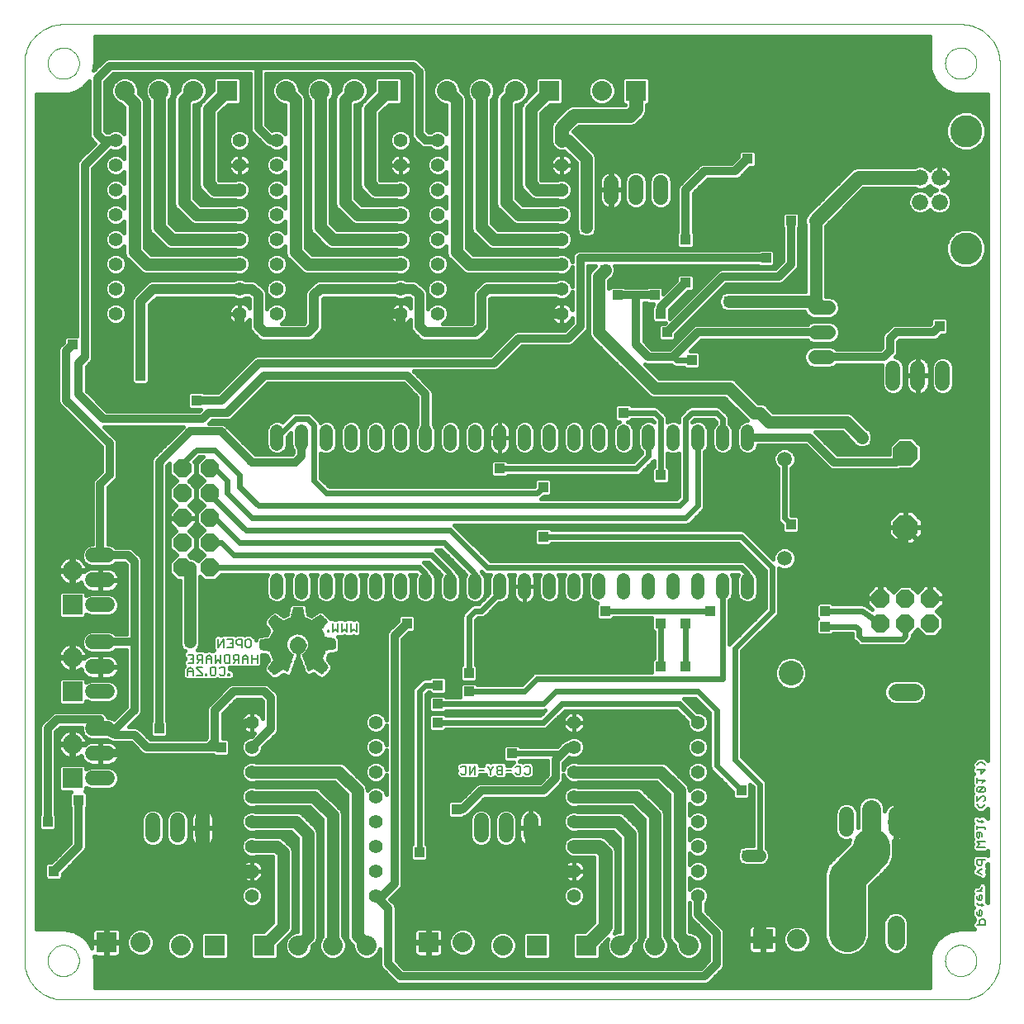
<source format=gbl>
G75*
G70*
%OFA0B0*%
%FSLAX24Y24*%
%IPPOS*%
%LPD*%
%AMOC8*
5,1,8,0,0,1.08239X$1,22.5*
%
%ADD10R,0.0068X0.0004*%
%ADD11R,0.0068X0.0004*%
%ADD12R,0.0116X0.0004*%
%ADD13R,0.0016X0.0004*%
%ADD14R,0.0148X0.0004*%
%ADD15R,0.0084X0.0004*%
%ADD16R,0.0148X0.0004*%
%ADD17R,0.0084X0.0004*%
%ADD18R,0.0204X0.0004*%
%ADD19R,0.0120X0.0004*%
%ADD20R,0.0204X0.0004*%
%ADD21R,0.0120X0.0004*%
%ADD22R,0.0236X0.0004*%
%ADD23R,0.0168X0.0004*%
%ADD24R,0.0236X0.0004*%
%ADD25R,0.0168X0.0004*%
%ADD26R,0.0284X0.0004*%
%ADD27R,0.0200X0.0004*%
%ADD28R,0.0284X0.0004*%
%ADD29R,0.0200X0.0004*%
%ADD30R,0.0316X0.0004*%
%ADD31R,0.0232X0.0004*%
%ADD32R,0.0316X0.0004*%
%ADD33R,0.0232X0.0004*%
%ADD34R,0.0368X0.0004*%
%ADD35R,0.0020X0.0004*%
%ADD36R,0.0404X0.0004*%
%ADD37R,0.0052X0.0004*%
%ADD38R,0.0016X0.0004*%
%ADD39R,0.0320X0.0004*%
%ADD40R,0.0404X0.0004*%
%ADD41R,0.0052X0.0004*%
%ADD42R,0.0320X0.0004*%
%ADD43R,0.0452X0.0004*%
%ADD44R,0.0100X0.0004*%
%ADD45R,0.0064X0.0004*%
%ADD46R,0.0368X0.0004*%
%ADD47R,0.0452X0.0004*%
%ADD48R,0.0100X0.0004*%
%ADD49R,0.0064X0.0004*%
%ADD50R,0.0488X0.0004*%
%ADD51R,0.0136X0.0004*%
%ADD52R,0.0488X0.0004*%
%ADD53R,0.0136X0.0004*%
%ADD54R,0.0536X0.0004*%
%ADD55R,0.0132X0.0004*%
%ADD56R,0.0436X0.0004*%
%ADD57R,0.0536X0.0004*%
%ADD58R,0.0132X0.0004*%
%ADD59R,0.0436X0.0004*%
%ADD60R,0.0568X0.0004*%
%ADD61R,0.0220X0.0004*%
%ADD62R,0.0188X0.0004*%
%ADD63R,0.0468X0.0004*%
%ADD64R,0.0568X0.0004*%
%ADD65R,0.0220X0.0004*%
%ADD66R,0.0188X0.0004*%
%ADD67R,0.0468X0.0004*%
%ADD68R,0.0836X0.0004*%
%ADD69R,0.0500X0.0004*%
%ADD70R,0.0852X0.0004*%
%ADD71R,0.0252X0.0004*%
%ADD72R,0.0852X0.0004*%
%ADD73R,0.0252X0.0004*%
%ADD74R,0.0840X0.0004*%
%ADD75R,0.0840X0.0004*%
%ADD76R,0.0856X0.0004*%
%ADD77R,0.0856X0.0004*%
%ADD78R,0.0852X0.0004*%
%ADD79R,0.0872X0.0004*%
%ADD80R,0.0852X0.0004*%
%ADD81R,0.0872X0.0004*%
%ADD82R,0.0836X0.0004*%
%ADD83R,0.0872X0.0004*%
%ADD84R,0.0824X0.0004*%
%ADD85R,0.0824X0.0004*%
%ADD86R,0.0804X0.0004*%
%ADD87R,0.0804X0.0004*%
%ADD88R,0.0788X0.0004*%
%ADD89R,0.0788X0.0004*%
%ADD90R,0.0804X0.0004*%
%ADD91R,0.0772X0.0004*%
%ADD92R,0.0772X0.0004*%
%ADD93R,0.0772X0.0004*%
%ADD94R,0.0772X0.0004*%
%ADD95R,0.0820X0.0004*%
%ADD96R,0.0820X0.0004*%
%ADD97R,0.0768X0.0004*%
%ADD98R,0.0768X0.0004*%
%ADD99R,0.0752X0.0004*%
%ADD100R,0.0736X0.0004*%
%ADD101R,0.0804X0.0004*%
%ADD102R,0.0736X0.0004*%
%ADD103R,0.0752X0.0004*%
%ADD104R,0.0752X0.0004*%
%ADD105R,0.0784X0.0004*%
%ADD106R,0.0784X0.0004*%
%ADD107R,0.0888X0.0004*%
%ADD108R,0.0888X0.0004*%
%ADD109R,0.0904X0.0004*%
%ADD110R,0.0904X0.0004*%
%ADD111R,0.0920X0.0004*%
%ADD112R,0.0920X0.0004*%
%ADD113R,0.0868X0.0004*%
%ADD114R,0.0808X0.0004*%
%ADD115R,0.0808X0.0004*%
%ADD116R,0.0872X0.0004*%
%ADD117R,0.0956X0.0004*%
%ADD118R,0.0956X0.0004*%
%ADD119R,0.1040X0.0004*%
%ADD120R,0.1040X0.0004*%
%ADD121R,0.1124X0.0004*%
%ADD122R,0.1124X0.0004*%
%ADD123R,0.1140X0.0004*%
%ADD124R,0.1056X0.0004*%
%ADD125R,0.1140X0.0004*%
%ADD126R,0.1056X0.0004*%
%ADD127R,0.1124X0.0004*%
%ADD128R,0.1124X0.0004*%
%ADD129R,0.1120X0.0004*%
%ADD130R,0.1120X0.0004*%
%ADD131R,0.1104X0.0004*%
%ADD132R,0.1104X0.0004*%
%ADD133R,0.1088X0.0004*%
%ADD134R,0.1088X0.0004*%
%ADD135R,0.1004X0.0004*%
%ADD136R,0.1004X0.0004*%
%ADD137R,0.0952X0.0004*%
%ADD138R,0.0952X0.0004*%
%ADD139R,0.0904X0.0004*%
%ADD140R,0.0904X0.0004*%
%ADD141R,0.0940X0.0004*%
%ADD142R,0.0940X0.0004*%
%ADD143R,0.1024X0.0004*%
%ADD144R,0.1024X0.0004*%
%ADD145R,0.2096X0.0004*%
%ADD146R,0.2096X0.0004*%
%ADD147R,0.2064X0.0004*%
%ADD148R,0.2064X0.0004*%
%ADD149R,0.2024X0.0004*%
%ADD150R,0.2024X0.0004*%
%ADD151R,0.1992X0.0004*%
%ADD152R,0.1992X0.0004*%
%ADD153R,0.1960X0.0004*%
%ADD154R,0.1944X0.0004*%
%ADD155R,0.1944X0.0004*%
%ADD156R,0.1976X0.0004*%
%ADD157R,0.1976X0.0004*%
%ADD158R,0.2008X0.0004*%
%ADD159R,0.2008X0.0004*%
%ADD160R,0.2044X0.0004*%
%ADD161R,0.2080X0.0004*%
%ADD162R,0.2080X0.0004*%
%ADD163R,0.2112X0.0004*%
%ADD164R,0.2112X0.0004*%
%ADD165R,0.2128X0.0004*%
%ADD166R,0.2128X0.0004*%
%ADD167R,0.2160X0.0004*%
%ADD168R,0.2160X0.0004*%
%ADD169R,0.2176X0.0004*%
%ADD170R,0.2212X0.0004*%
%ADD171R,0.2212X0.0004*%
%ADD172R,0.2232X0.0004*%
%ADD173R,0.2232X0.0004*%
%ADD174R,0.2248X0.0004*%
%ADD175R,0.2248X0.0004*%
%ADD176R,0.2280X0.0004*%
%ADD177R,0.2280X0.0004*%
%ADD178R,0.2296X0.0004*%
%ADD179R,0.2296X0.0004*%
%ADD180R,0.2328X0.0004*%
%ADD181R,0.2344X0.0004*%
%ADD182R,0.2344X0.0004*%
%ADD183R,0.2360X0.0004*%
%ADD184R,0.2360X0.0004*%
%ADD185R,0.2392X0.0004*%
%ADD186R,0.2392X0.0004*%
%ADD187R,0.1744X0.0004*%
%ADD188R,0.0552X0.0004*%
%ADD189R,0.0584X0.0004*%
%ADD190R,0.0552X0.0004*%
%ADD191R,0.0584X0.0004*%
%ADD192R,0.0504X0.0004*%
%ADD193R,0.0504X0.0004*%
%ADD194R,0.0472X0.0004*%
%ADD195R,0.0472X0.0004*%
%ADD196R,0.0384X0.0004*%
%ADD197R,0.0416X0.0004*%
%ADD198R,0.0384X0.0004*%
%ADD199R,0.0416X0.0004*%
%ADD200R,0.0352X0.0004*%
%ADD201R,0.0704X0.0004*%
%ADD202R,0.0300X0.0004*%
%ADD203R,0.0584X0.0004*%
%ADD204R,0.0336X0.0004*%
%ADD205R,0.0300X0.0004*%
%ADD206R,0.0584X0.0004*%
%ADD207R,0.0336X0.0004*%
%ADD208R,0.0268X0.0004*%
%ADD209R,0.0304X0.0004*%
%ADD210R,0.0268X0.0004*%
%ADD211R,0.0304X0.0004*%
%ADD212R,0.0184X0.0004*%
%ADD213R,0.0520X0.0004*%
%ADD214R,0.0216X0.0004*%
%ADD215R,0.0184X0.0004*%
%ADD216R,0.0520X0.0004*%
%ADD217R,0.0216X0.0004*%
%ADD218R,0.0152X0.0004*%
%ADD219R,0.0152X0.0004*%
%ADD220R,0.0504X0.0004*%
%ADD221R,0.0032X0.0004*%
%ADD222R,0.0504X0.0004*%
%ADD223R,0.0032X0.0004*%
%ADD224R,0.0472X0.0004*%
%ADD225R,0.0472X0.0004*%
%ADD226R,0.0456X0.0004*%
%ADD227R,0.0456X0.0004*%
%ADD228R,0.0400X0.0004*%
%ADD229C,0.0070*%
%ADD230C,0.0660*%
%ADD231C,0.1300*%
%ADD232C,0.0520*%
%ADD233C,0.0591*%
%ADD234C,0.1000*%
%ADD235OC8,0.1000*%
%ADD236OC8,0.0740*%
%ADD237C,0.0705*%
%ADD238R,0.0800X0.0800*%
%ADD239C,0.0800*%
%ADD240C,0.0600*%
%ADD241C,0.0554*%
%ADD242C,0.0594*%
%ADD243C,0.0000*%
%ADD244C,0.0560*%
%ADD245C,0.0400*%
%ADD246C,0.0320*%
%ADD247C,0.0500*%
%ADD248C,0.1500*%
%ADD249C,0.0700*%
%ADD250R,0.0396X0.0396*%
%ADD251C,0.0240*%
%ADD252C,0.0160*%
%ADD253C,0.0760*%
D10*
X014734Y016519D03*
X014734Y016523D03*
X014734Y016527D03*
D11*
X014734Y016531D03*
D12*
X014726Y016535D03*
X014726Y016539D03*
X014726Y016543D03*
X014726Y016547D03*
X016570Y018895D03*
X016570Y018899D03*
X016570Y018903D03*
X016570Y018907D03*
D13*
X016100Y016667D03*
X016100Y016663D03*
X016100Y016659D03*
X016100Y016655D03*
X016636Y016547D03*
X016636Y016543D03*
X016636Y016539D03*
X016636Y016535D03*
D14*
X014726Y016551D03*
D15*
X016634Y016551D03*
X016570Y018911D03*
D16*
X014726Y016563D03*
X014726Y016559D03*
X014726Y016555D03*
D17*
X016634Y016555D03*
X016634Y016559D03*
X016634Y016563D03*
X016570Y018915D03*
X016570Y018919D03*
X016570Y018923D03*
X016570Y018927D03*
D18*
X014734Y016583D03*
X014734Y016579D03*
X014734Y016575D03*
X014734Y016567D03*
D19*
X016636Y016567D03*
X016636Y016575D03*
X016636Y016579D03*
X016636Y016583D03*
D20*
X014734Y016571D03*
D21*
X016636Y016571D03*
D22*
X014734Y016587D03*
X014734Y016595D03*
X014734Y016599D03*
X014750Y018847D03*
X014750Y018855D03*
X014750Y018859D03*
D23*
X015204Y016715D03*
X015204Y016707D03*
X015204Y016703D03*
X016628Y016599D03*
X016628Y016595D03*
X016628Y016587D03*
D24*
X014734Y016591D03*
X014750Y018851D03*
D25*
X015204Y016711D03*
X016628Y016591D03*
D26*
X016618Y016635D03*
X016618Y016639D03*
X016618Y016643D03*
X016618Y016647D03*
X014742Y016615D03*
X014742Y016607D03*
X014742Y016603D03*
D27*
X016628Y016603D03*
X016628Y016607D03*
X016628Y016615D03*
D28*
X014742Y016611D03*
D29*
X016628Y016611D03*
D30*
X014742Y016619D03*
X014742Y016623D03*
X014742Y016627D03*
D31*
X016628Y016627D03*
X016628Y016623D03*
X016628Y016619D03*
D32*
X014742Y016631D03*
D33*
X016628Y016631D03*
D34*
X016612Y016675D03*
X016612Y016679D03*
X016612Y016683D03*
X014752Y016647D03*
X014752Y016643D03*
X014752Y016639D03*
X014752Y016635D03*
D35*
X015262Y016635D03*
X015262Y016639D03*
X015262Y016643D03*
X015262Y016647D03*
D36*
X014750Y016651D03*
X016610Y016691D03*
D37*
X015246Y016651D03*
X014742Y018911D03*
D38*
X016100Y016651D03*
D39*
X016620Y016651D03*
X015664Y019231D03*
D40*
X016610Y016699D03*
X016610Y016695D03*
X016610Y016687D03*
X014750Y016667D03*
X014750Y016663D03*
X014750Y016659D03*
X014750Y016655D03*
D41*
X015246Y016655D03*
X015246Y016659D03*
X015246Y016663D03*
X015246Y016667D03*
X014742Y018915D03*
X014742Y018919D03*
X014742Y018923D03*
X014742Y018927D03*
D42*
X015664Y019235D03*
X015664Y019239D03*
X015664Y019243D03*
X016620Y016667D03*
X016620Y016663D03*
X016620Y016659D03*
X016620Y016655D03*
D43*
X014758Y016671D03*
D44*
X015238Y016671D03*
X016126Y016691D03*
D45*
X016108Y016671D03*
D46*
X016612Y016671D03*
D47*
X014758Y016675D03*
X014758Y016679D03*
X014758Y016683D03*
D48*
X015238Y016683D03*
X015238Y016679D03*
X015238Y016675D03*
X016126Y016687D03*
X016126Y016695D03*
X016126Y016699D03*
X014750Y018895D03*
X014750Y018899D03*
X014750Y018903D03*
X014750Y018907D03*
D49*
X016108Y016683D03*
X016108Y016679D03*
X016108Y016675D03*
D50*
X014760Y016687D03*
X014760Y016695D03*
X014760Y016699D03*
X015664Y018963D03*
X015664Y018967D03*
X015664Y018975D03*
X015664Y018979D03*
X015664Y018983D03*
X015664Y018987D03*
X015664Y018995D03*
X015664Y018999D03*
X015664Y019003D03*
X015664Y019007D03*
X015664Y019015D03*
X015664Y019019D03*
X015664Y019023D03*
X015664Y019027D03*
D51*
X015220Y016699D03*
X015220Y016695D03*
X015220Y016687D03*
D52*
X014760Y016691D03*
X015664Y018971D03*
X015664Y018991D03*
X015664Y019011D03*
D53*
X015220Y016691D03*
D54*
X014768Y016703D03*
X014768Y016707D03*
X014768Y016715D03*
X016592Y016755D03*
X016592Y016759D03*
X016592Y016763D03*
X016592Y016767D03*
X015656Y018827D03*
X015656Y018835D03*
X015656Y018839D03*
X015656Y018843D03*
X015656Y018847D03*
X015656Y018855D03*
X015656Y018859D03*
D55*
X014750Y018879D03*
X014750Y018883D03*
X014750Y018887D03*
X016142Y016715D03*
X016142Y016707D03*
X016142Y016703D03*
D56*
X016610Y016703D03*
X016610Y016707D03*
X016610Y016715D03*
X014766Y018763D03*
X014766Y018767D03*
X014766Y018775D03*
D57*
X015656Y018831D03*
X015656Y018851D03*
X016592Y016751D03*
X014768Y016711D03*
D58*
X016142Y016711D03*
X014750Y018891D03*
D59*
X014766Y018771D03*
X016610Y016711D03*
D60*
X014768Y016719D03*
X014768Y016723D03*
X014768Y016727D03*
X014784Y018695D03*
X014784Y018699D03*
X014784Y018703D03*
X014784Y018707D03*
D61*
X015194Y016727D03*
X015194Y016723D03*
X015194Y016719D03*
X016166Y016735D03*
X016166Y016739D03*
X016166Y016743D03*
X016166Y016747D03*
D62*
X016150Y016727D03*
X016150Y016723D03*
X016150Y016719D03*
D63*
X016594Y016719D03*
X016594Y016723D03*
X016594Y016727D03*
D64*
X014768Y016731D03*
D65*
X015194Y016731D03*
D66*
X016150Y016731D03*
D67*
X016594Y016731D03*
D68*
X016410Y016903D03*
X016410Y016907D03*
X016410Y016915D03*
X016410Y016919D03*
X016410Y016923D03*
X016410Y016927D03*
X016410Y016935D03*
X016342Y017395D03*
X016342Y017399D03*
X016342Y017403D03*
X014986Y017403D03*
X014986Y017399D03*
X014986Y017395D03*
X014918Y016847D03*
X014918Y016843D03*
X014918Y016839D03*
X014918Y016835D03*
X014918Y016827D03*
X014918Y016823D03*
X014918Y016819D03*
X014886Y016747D03*
X014886Y016743D03*
X014886Y016739D03*
X014886Y016735D03*
X014986Y018059D03*
X014986Y018063D03*
X014986Y018067D03*
D69*
X016594Y016747D03*
X016594Y016743D03*
X016594Y016739D03*
X016594Y016735D03*
D70*
X016434Y016871D03*
X016418Y016891D03*
X016334Y017371D03*
X014994Y017371D03*
X014894Y016791D03*
X014894Y016771D03*
X014894Y016751D03*
D71*
X016166Y016751D03*
X016570Y018851D03*
D72*
X016318Y018087D03*
X016318Y018083D03*
X016318Y018079D03*
X016318Y018075D03*
X016334Y017387D03*
X016334Y017383D03*
X016334Y017379D03*
X016334Y017375D03*
X016318Y017367D03*
X016318Y017363D03*
X016318Y017359D03*
X016318Y017355D03*
X016418Y016899D03*
X016418Y016895D03*
X016418Y016887D03*
X016434Y016883D03*
X016434Y016879D03*
X016434Y016875D03*
X014994Y017375D03*
X014994Y017379D03*
X014994Y017383D03*
X014994Y017387D03*
X014894Y016799D03*
X014894Y016795D03*
X014894Y016787D03*
X014894Y016783D03*
X014894Y016779D03*
X014894Y016775D03*
X014894Y016767D03*
X014894Y016763D03*
X014894Y016759D03*
X014894Y016755D03*
D73*
X016166Y016755D03*
X016166Y016759D03*
X016166Y016763D03*
X016166Y016767D03*
X016570Y018847D03*
X016570Y018855D03*
X016570Y018859D03*
D74*
X016376Y016971D03*
X016392Y016951D03*
X016460Y016771D03*
X015052Y017211D03*
X015052Y017231D03*
D75*
X015052Y017235D03*
X015052Y017227D03*
X015052Y017223D03*
X015052Y017219D03*
X015052Y017215D03*
X015052Y017207D03*
X015052Y017203D03*
X014936Y016867D03*
X014936Y016863D03*
X014936Y016859D03*
X014936Y016855D03*
X016376Y016975D03*
X016376Y016979D03*
X016376Y016983D03*
X016392Y016947D03*
X016392Y016943D03*
X016392Y016939D03*
X016460Y016783D03*
X016460Y016779D03*
X016460Y016775D03*
D76*
X016468Y016787D03*
X016468Y016795D03*
X016468Y016799D03*
X016452Y016835D03*
X016452Y016839D03*
X016452Y016843D03*
X016452Y016847D03*
X016284Y017239D03*
X016284Y017243D03*
X016284Y017247D03*
X016284Y017255D03*
X016284Y017259D03*
X016284Y017263D03*
X016284Y017267D03*
D77*
X016284Y017251D03*
X016452Y016851D03*
X016468Y016791D03*
D78*
X014910Y016803D03*
X014910Y016807D03*
X014910Y016815D03*
X015010Y018075D03*
X015010Y018079D03*
X015010Y018083D03*
X015010Y018087D03*
D79*
X015052Y017267D03*
X015052Y017263D03*
X015052Y017259D03*
X015052Y017255D03*
X015052Y017247D03*
X015052Y017243D03*
X015052Y017239D03*
X016460Y017507D03*
X016460Y017515D03*
X016460Y017519D03*
X016460Y016827D03*
X016460Y016823D03*
X016460Y016819D03*
X016460Y016815D03*
X016460Y016807D03*
X016460Y016803D03*
D80*
X014910Y016811D03*
D81*
X015052Y017251D03*
X016460Y017511D03*
X016460Y016831D03*
X016460Y016811D03*
D82*
X016410Y016911D03*
X016410Y016931D03*
X016342Y017391D03*
X014986Y017391D03*
X014918Y016851D03*
X014918Y016831D03*
X014986Y018071D03*
D83*
X014884Y017487D03*
X014884Y017483D03*
X014884Y017479D03*
X014884Y017475D03*
X016444Y016867D03*
X016444Y016863D03*
X016444Y016859D03*
X016444Y016855D03*
D84*
X016368Y016991D03*
X016284Y017211D03*
X016284Y017231D03*
X016368Y018031D03*
X014960Y016911D03*
X014944Y016891D03*
X014944Y016871D03*
D85*
X014944Y016875D03*
X014944Y016879D03*
X014944Y016883D03*
X014944Y016887D03*
X014944Y016895D03*
X014944Y016899D03*
X014960Y016903D03*
X014960Y016907D03*
X014960Y016915D03*
X016284Y017203D03*
X016284Y017207D03*
X016284Y017215D03*
X016284Y017219D03*
X016284Y017223D03*
X016284Y017227D03*
X016284Y017235D03*
X016368Y016999D03*
X016368Y016995D03*
X016368Y016987D03*
X016384Y016967D03*
X016384Y016963D03*
X016384Y016959D03*
X016384Y016955D03*
X016368Y018027D03*
X016368Y018035D03*
X016368Y018039D03*
D86*
X016358Y017419D03*
X016358Y017415D03*
X016358Y017407D03*
X016274Y017199D03*
X016274Y017195D03*
X016274Y017187D03*
X016342Y017047D03*
X016342Y017043D03*
X016342Y017039D03*
X016358Y017015D03*
X016358Y017007D03*
X016358Y017003D03*
X015054Y017175D03*
X015054Y017179D03*
X015054Y017183D03*
X014970Y017407D03*
X014970Y017415D03*
X014970Y017419D03*
X014934Y017455D03*
X014934Y017459D03*
X014934Y017463D03*
X014934Y017467D03*
X014918Y017975D03*
X014918Y017979D03*
X014918Y017983D03*
X014918Y017987D03*
X014970Y018027D03*
X014970Y018035D03*
X014970Y018039D03*
X014970Y016935D03*
X014970Y016927D03*
X014970Y016923D03*
X014970Y016919D03*
D87*
X014970Y016931D03*
X015054Y017171D03*
X014970Y017411D03*
X014970Y018031D03*
X016358Y017411D03*
X016274Y017191D03*
X016342Y017051D03*
X016358Y017011D03*
D88*
X016318Y017087D03*
X016318Y017095D03*
X016318Y017099D03*
X016302Y017103D03*
X016302Y017107D03*
X016302Y017115D03*
X016302Y017119D03*
X016302Y017123D03*
X016302Y017127D03*
X016302Y017135D03*
X016386Y017439D03*
X016386Y017443D03*
X016386Y017447D03*
X016386Y017455D03*
X016386Y017459D03*
X016386Y017463D03*
X016386Y017467D03*
X015062Y017167D03*
X015062Y017163D03*
X015062Y017159D03*
X015062Y017155D03*
X015062Y017147D03*
X015062Y017143D03*
X015062Y017139D03*
X014994Y016983D03*
X014994Y016979D03*
X014994Y016975D03*
X014978Y016947D03*
X014978Y016943D03*
X014978Y016939D03*
X014942Y017995D03*
X014942Y017999D03*
X014942Y018003D03*
X014962Y018007D03*
X014962Y018015D03*
X014962Y018019D03*
X014962Y018023D03*
D89*
X014962Y018011D03*
X014942Y017991D03*
X015062Y017151D03*
X014994Y016971D03*
X014978Y016951D03*
X016302Y017111D03*
X016302Y017131D03*
X016318Y017091D03*
X016386Y017451D03*
D90*
X016326Y017083D03*
X016326Y017079D03*
X016326Y017075D03*
X016326Y017067D03*
X016326Y017063D03*
X016326Y017059D03*
X016326Y017055D03*
X014986Y016967D03*
X014986Y016963D03*
X014986Y016959D03*
X014986Y016955D03*
D91*
X015002Y016987D03*
X015002Y016995D03*
X015002Y016999D03*
X016410Y017495D03*
X016410Y017499D03*
X016410Y017503D03*
D92*
X016410Y017491D03*
X015002Y016991D03*
D93*
X015018Y017003D03*
X015018Y017007D03*
X015018Y017015D03*
X015018Y017019D03*
X015018Y017023D03*
X015018Y017027D03*
X015018Y017035D03*
X016394Y017475D03*
X016394Y017479D03*
X016394Y017483D03*
X016394Y017487D03*
D94*
X016394Y017471D03*
X015018Y017031D03*
X015018Y017011D03*
D95*
X015062Y017187D03*
X015062Y017195D03*
X015062Y017199D03*
X014978Y018043D03*
X014978Y018047D03*
X014978Y018055D03*
X016334Y018059D03*
X016334Y018063D03*
X016334Y018067D03*
X016350Y018055D03*
X016350Y018047D03*
X016350Y018043D03*
X016350Y017035D03*
X016350Y017027D03*
X016350Y017023D03*
X016350Y017019D03*
D96*
X016350Y017031D03*
X016350Y018051D03*
X016334Y018071D03*
X014978Y018051D03*
X015062Y017191D03*
D97*
X015036Y017047D03*
X015036Y017043D03*
X015036Y017039D03*
X016276Y017155D03*
X016276Y017159D03*
X016276Y017163D03*
X016276Y017167D03*
X016292Y017147D03*
X016292Y017143D03*
X016292Y017139D03*
D98*
X016292Y017151D03*
X015036Y017051D03*
D99*
X015044Y017055D03*
X015044Y017059D03*
X015044Y017063D03*
X015044Y017067D03*
D100*
X015052Y017071D03*
D101*
X016326Y017071D03*
D102*
X015052Y017075D03*
X015052Y017079D03*
X015052Y017083D03*
D103*
X015060Y017087D03*
X015060Y017095D03*
X015060Y017099D03*
X015060Y017103D03*
X015060Y017107D03*
X015060Y017115D03*
X015060Y017119D03*
X015060Y017123D03*
X015060Y017127D03*
X015060Y017135D03*
D104*
X015060Y017131D03*
X015060Y017111D03*
X015060Y017091D03*
D105*
X016284Y017171D03*
X015664Y018791D03*
D106*
X015664Y018787D03*
X015664Y018783D03*
X015664Y018779D03*
X016284Y017183D03*
X016284Y017179D03*
X016284Y017175D03*
D107*
X016284Y017271D03*
X016284Y017291D03*
X016284Y017311D03*
X016300Y017351D03*
X016416Y018011D03*
X016300Y018091D03*
X016284Y018111D03*
X015664Y018771D03*
X015028Y018091D03*
X015028Y017351D03*
X015044Y017271D03*
D108*
X015044Y017275D03*
X015044Y017279D03*
X015044Y017283D03*
X015028Y017339D03*
X015028Y017343D03*
X015028Y017347D03*
X015028Y018095D03*
X015028Y018099D03*
X015028Y018103D03*
X015028Y018107D03*
X015664Y018763D03*
X015664Y018767D03*
X015664Y018775D03*
X016284Y018123D03*
X016284Y018119D03*
X016284Y018115D03*
X016300Y018107D03*
X016300Y018103D03*
X016300Y018099D03*
X016300Y018095D03*
X016416Y018023D03*
X016416Y018019D03*
X016416Y018015D03*
X016416Y018007D03*
X016300Y017347D03*
X016300Y017343D03*
X016300Y017339D03*
X016284Y017319D03*
X016284Y017315D03*
X016284Y017307D03*
X016284Y017303D03*
X016284Y017299D03*
X016284Y017295D03*
X016284Y017287D03*
X016284Y017283D03*
X016284Y017279D03*
X016284Y017275D03*
D109*
X015052Y017287D03*
X015052Y017295D03*
X015052Y017299D03*
X015052Y017303D03*
D110*
X015052Y017291D03*
D111*
X015044Y017307D03*
X015044Y017315D03*
X015044Y017319D03*
X015044Y017323D03*
X015044Y017327D03*
X015044Y017335D03*
X014860Y017959D03*
X014860Y017963D03*
X014860Y017967D03*
X016284Y017335D03*
X016284Y017327D03*
X016284Y017323D03*
D112*
X016284Y017331D03*
X015044Y017331D03*
X015044Y017311D03*
X014860Y017971D03*
D113*
X015002Y017367D03*
X015002Y017363D03*
X015002Y017359D03*
X015002Y017355D03*
D114*
X014952Y017423D03*
X014952Y017427D03*
X014952Y017435D03*
X014952Y017439D03*
X014952Y017443D03*
X014952Y017447D03*
X016376Y017435D03*
X016376Y017427D03*
X016376Y017423D03*
D115*
X016376Y017431D03*
X014952Y017431D03*
X014952Y017451D03*
D116*
X014884Y017471D03*
D117*
X014826Y017491D03*
X016250Y018131D03*
X016518Y017531D03*
D118*
X016518Y017535D03*
X016518Y017527D03*
X016518Y017523D03*
X016250Y018127D03*
X016250Y018135D03*
X016250Y018139D03*
X014826Y017503D03*
X014826Y017499D03*
X014826Y017495D03*
D119*
X014784Y017507D03*
X014784Y017515D03*
X014784Y017519D03*
X016208Y018143D03*
X016208Y018147D03*
X016208Y018155D03*
X016528Y017987D03*
X016528Y017983D03*
X016528Y017979D03*
X016528Y017975D03*
D120*
X016208Y018151D03*
X014784Y017511D03*
D121*
X014726Y017523D03*
X014726Y017527D03*
X014726Y017535D03*
D122*
X014726Y017531D03*
D123*
X014718Y017539D03*
X014718Y017543D03*
X014718Y017547D03*
X014702Y017555D03*
X014702Y017559D03*
X014702Y017563D03*
X014702Y017567D03*
X014702Y017575D03*
X014702Y017579D03*
X014702Y017583D03*
X014702Y017587D03*
X014702Y017859D03*
X014702Y017863D03*
X014702Y017867D03*
X014718Y017907D03*
X014718Y017915D03*
X014718Y017919D03*
X016594Y017943D03*
X016594Y017947D03*
X016594Y017955D03*
X016610Y017939D03*
X016610Y017935D03*
X016610Y017927D03*
X016610Y017923D03*
X016610Y017919D03*
X016610Y017915D03*
X016610Y017907D03*
X016626Y017587D03*
X016626Y017583D03*
X016626Y017579D03*
X016626Y017575D03*
D124*
X016584Y017547D03*
X016584Y017543D03*
X016584Y017539D03*
D125*
X016610Y017911D03*
X016610Y017931D03*
X016594Y017951D03*
X014718Y017911D03*
X014702Y017871D03*
X014702Y017571D03*
X014718Y017551D03*
D126*
X016584Y017551D03*
D127*
X016618Y017555D03*
X016618Y017559D03*
X016618Y017563D03*
X016618Y017567D03*
X016618Y017859D03*
X016618Y017863D03*
X016618Y017867D03*
X016618Y017875D03*
X016618Y017879D03*
X016618Y017883D03*
X016618Y017887D03*
X016618Y017895D03*
X016618Y017899D03*
X016618Y017903D03*
X014710Y017903D03*
X014710Y017899D03*
X014710Y017895D03*
X014710Y017887D03*
X014710Y017883D03*
X014710Y017879D03*
X014710Y017875D03*
D128*
X014710Y017891D03*
X016618Y017891D03*
X016618Y017871D03*
X016618Y017571D03*
D129*
X016636Y017591D03*
X016636Y017611D03*
X016636Y017631D03*
X016636Y017811D03*
X016636Y017831D03*
X016636Y017851D03*
X016568Y017971D03*
X014692Y017851D03*
X014692Y017831D03*
X014692Y017811D03*
X014692Y017791D03*
X014692Y017671D03*
X014692Y017651D03*
X014692Y017631D03*
X014692Y017611D03*
X014692Y017591D03*
D130*
X014692Y017595D03*
X014692Y017599D03*
X014692Y017603D03*
X014692Y017607D03*
X014692Y017615D03*
X014692Y017619D03*
X014692Y017623D03*
X014692Y017627D03*
X014692Y017635D03*
X014692Y017639D03*
X014692Y017643D03*
X014692Y017647D03*
X014692Y017655D03*
X014692Y017659D03*
X014692Y017663D03*
X014692Y017667D03*
X014692Y017795D03*
X014692Y017799D03*
X014692Y017803D03*
X014692Y017807D03*
X014692Y017815D03*
X014692Y017819D03*
X014692Y017823D03*
X014692Y017827D03*
X014692Y017835D03*
X014692Y017839D03*
X014692Y017843D03*
X014692Y017847D03*
X014692Y017855D03*
X016568Y017959D03*
X016568Y017963D03*
X016568Y017967D03*
X016636Y017855D03*
X016636Y017847D03*
X016636Y017843D03*
X016636Y017839D03*
X016636Y017835D03*
X016636Y017827D03*
X016636Y017823D03*
X016636Y017819D03*
X016636Y017815D03*
X016636Y017807D03*
X016636Y017635D03*
X016636Y017627D03*
X016636Y017623D03*
X016636Y017619D03*
X016636Y017615D03*
X016636Y017607D03*
X016636Y017603D03*
X016636Y017599D03*
X016636Y017595D03*
D131*
X016644Y017639D03*
X016644Y017643D03*
X016644Y017647D03*
X016644Y017655D03*
X016644Y017659D03*
X016644Y017663D03*
X016644Y017667D03*
X016644Y017675D03*
X016644Y017679D03*
X016644Y017683D03*
X016644Y017687D03*
X016644Y017695D03*
X016644Y017699D03*
X016644Y017703D03*
X016644Y017707D03*
X016644Y017715D03*
X016644Y017719D03*
X016644Y017723D03*
X016644Y017727D03*
X016644Y017735D03*
X016644Y017739D03*
X016644Y017743D03*
X016644Y017747D03*
X016644Y017755D03*
X016644Y017759D03*
X016644Y017763D03*
X016644Y017767D03*
X016644Y017775D03*
X016644Y017779D03*
X016644Y017783D03*
X016644Y017787D03*
X016644Y017795D03*
X016644Y017799D03*
X016644Y017803D03*
X014684Y017787D03*
X014684Y017783D03*
X014684Y017779D03*
X014684Y017775D03*
X014684Y017767D03*
X014684Y017763D03*
X014684Y017759D03*
X014684Y017755D03*
X014684Y017747D03*
X014684Y017743D03*
X014684Y017739D03*
X014684Y017735D03*
X014684Y017727D03*
X014684Y017723D03*
X014684Y017719D03*
X014684Y017715D03*
X014684Y017707D03*
X014684Y017703D03*
X014684Y017699D03*
X014684Y017695D03*
X014684Y017687D03*
X014684Y017683D03*
X014684Y017679D03*
X014684Y017675D03*
D132*
X014684Y017691D03*
X014684Y017711D03*
X014684Y017731D03*
X014684Y017751D03*
X014684Y017771D03*
X016644Y017771D03*
X016644Y017791D03*
X016644Y017751D03*
X016644Y017731D03*
X016644Y017711D03*
X016644Y017691D03*
X016644Y017671D03*
X016644Y017651D03*
D133*
X015664Y018715D03*
X015664Y018719D03*
X015664Y018723D03*
X014744Y017939D03*
X014744Y017935D03*
X014744Y017927D03*
X014744Y017923D03*
D134*
X014744Y017931D03*
X015664Y018711D03*
D135*
X014802Y017955D03*
X014802Y017947D03*
X014802Y017943D03*
D136*
X014802Y017951D03*
D137*
X015664Y018751D03*
X016468Y017991D03*
D138*
X016468Y017995D03*
X016468Y017999D03*
X016468Y018003D03*
X015664Y018747D03*
X015664Y018755D03*
X015664Y018759D03*
D139*
X015036Y018111D03*
D140*
X015036Y018115D03*
X015036Y018119D03*
X015036Y018123D03*
D141*
X015070Y018127D03*
X015070Y018135D03*
X015070Y018139D03*
D142*
X015070Y018131D03*
D143*
X015112Y018143D03*
X015112Y018147D03*
X015112Y018155D03*
X015664Y018727D03*
X015664Y018735D03*
X015664Y018739D03*
X015664Y018743D03*
D144*
X015664Y018731D03*
X015112Y018151D03*
D145*
X015664Y018159D03*
X015664Y018163D03*
X015664Y018167D03*
X015664Y018175D03*
X015664Y018179D03*
X015664Y018183D03*
X015664Y018187D03*
D146*
X015664Y018171D03*
D147*
X015664Y018191D03*
X015664Y018211D03*
X015664Y018411D03*
D148*
X015664Y018415D03*
X015664Y018419D03*
X015664Y018423D03*
X015664Y018223D03*
X015664Y018219D03*
X015664Y018215D03*
X015664Y018207D03*
X015664Y018203D03*
X015664Y018199D03*
X015664Y018195D03*
D149*
X015664Y018227D03*
X015664Y018235D03*
X015664Y018239D03*
X015664Y018243D03*
X015664Y018247D03*
X015664Y018255D03*
D150*
X015664Y018251D03*
X015664Y018231D03*
D151*
X015664Y018259D03*
X015664Y018263D03*
X015664Y018267D03*
X015664Y018275D03*
X015664Y018279D03*
X015664Y018283D03*
X015664Y018287D03*
D152*
X015664Y018291D03*
X015664Y018271D03*
D153*
X015664Y018295D03*
X015664Y018299D03*
X015664Y018303D03*
X015664Y018307D03*
D154*
X015656Y018311D03*
X015656Y018331D03*
D155*
X015656Y018335D03*
X015656Y018339D03*
X015656Y018327D03*
X015656Y018323D03*
X015656Y018319D03*
X015656Y018315D03*
D156*
X015656Y018343D03*
X015656Y018347D03*
X015656Y018355D03*
X015656Y018359D03*
X015656Y018363D03*
X015656Y018367D03*
D157*
X015656Y018371D03*
X015656Y018351D03*
D158*
X015656Y018375D03*
X015656Y018379D03*
X015656Y018383D03*
X015656Y018387D03*
D159*
X015656Y018391D03*
D160*
X015654Y018395D03*
X015654Y018399D03*
X015654Y018403D03*
X015654Y018407D03*
D161*
X015656Y018427D03*
X015656Y018435D03*
X015656Y018439D03*
D162*
X015656Y018431D03*
D163*
X015656Y018443D03*
X015656Y018447D03*
X015656Y018455D03*
D164*
X015656Y018451D03*
D165*
X015664Y018459D03*
X015664Y018463D03*
X015664Y018467D03*
X015664Y018475D03*
D166*
X015664Y018471D03*
D167*
X015664Y018479D03*
X015664Y018483D03*
X015664Y018487D03*
D168*
X015664Y018491D03*
D169*
X015656Y018495D03*
X015656Y018499D03*
X015656Y018503D03*
X015656Y018507D03*
D170*
X015654Y018511D03*
D171*
X015654Y018515D03*
X015654Y018519D03*
X015654Y018523D03*
D172*
X015664Y018527D03*
X015664Y018535D03*
X015664Y018539D03*
D173*
X015664Y018531D03*
D174*
X015656Y018543D03*
X015656Y018547D03*
X015656Y018555D03*
X015656Y018559D03*
D175*
X015656Y018551D03*
D176*
X015656Y018563D03*
X015656Y018567D03*
X015656Y018575D03*
D177*
X015656Y018571D03*
D178*
X015664Y018579D03*
X015664Y018583D03*
X015664Y018587D03*
D179*
X015664Y018591D03*
D180*
X015664Y018595D03*
X015664Y018599D03*
X015664Y018603D03*
X015664Y018607D03*
D181*
X015656Y018611D03*
D182*
X015656Y018615D03*
X015656Y018619D03*
X015656Y018623D03*
D183*
X015664Y018627D03*
X015664Y018635D03*
X015664Y018639D03*
X015664Y018679D03*
X015664Y018683D03*
X015664Y018687D03*
D184*
X015664Y018691D03*
X015664Y018631D03*
D185*
X015664Y018643D03*
X015664Y018647D03*
X015664Y018655D03*
X015664Y018659D03*
X015664Y018663D03*
X015664Y018667D03*
X015664Y018675D03*
D186*
X015664Y018671D03*
X015664Y018651D03*
D187*
X015956Y018695D03*
X015956Y018699D03*
X015956Y018703D03*
X015956Y018707D03*
D188*
X016536Y018731D03*
X014776Y018711D03*
D189*
X016536Y018711D03*
D190*
X016536Y018727D03*
X016536Y018735D03*
X016536Y018739D03*
X016536Y018743D03*
X014776Y018723D03*
X014776Y018719D03*
X014776Y018715D03*
D191*
X016536Y018715D03*
X016536Y018719D03*
X016536Y018723D03*
D192*
X016544Y018747D03*
X016544Y018755D03*
X016544Y018759D03*
X014768Y018743D03*
X014768Y018739D03*
X014768Y018735D03*
X014768Y018727D03*
D193*
X014768Y018731D03*
X016544Y018751D03*
D194*
X016544Y018763D03*
X016544Y018767D03*
X016544Y018775D03*
X014768Y018759D03*
X014768Y018755D03*
X014768Y018747D03*
D195*
X014768Y018751D03*
X016544Y018771D03*
D196*
X016552Y018795D03*
X016552Y018799D03*
X016552Y018803D03*
X016552Y018807D03*
X014760Y018787D03*
X014760Y018783D03*
X014760Y018779D03*
D197*
X015664Y019147D03*
X015664Y019155D03*
X015664Y019159D03*
X015664Y019163D03*
X015664Y019167D03*
X015664Y019175D03*
X015664Y019179D03*
X015664Y019183D03*
X015664Y019187D03*
X015664Y019195D03*
X015664Y019199D03*
X015664Y019203D03*
X015664Y019207D03*
X016552Y018787D03*
X016552Y018783D03*
X016552Y018779D03*
D198*
X014760Y018791D03*
D199*
X015664Y019151D03*
X015664Y019171D03*
X015664Y019191D03*
X015664Y019211D03*
X016552Y018791D03*
D200*
X014760Y018795D03*
X014760Y018799D03*
X014760Y018803D03*
X014760Y018807D03*
D201*
X015656Y018807D03*
X015656Y018803D03*
X015656Y018799D03*
X015656Y018795D03*
D202*
X014750Y018811D03*
D203*
X015664Y018811D03*
D204*
X016560Y018811D03*
D205*
X014750Y018815D03*
X014750Y018819D03*
X014750Y018823D03*
D206*
X015664Y018823D03*
X015664Y018819D03*
X015664Y018815D03*
D207*
X016560Y018815D03*
X016560Y018819D03*
X016560Y018823D03*
D208*
X014750Y018827D03*
X014750Y018835D03*
X014750Y018839D03*
X014750Y018843D03*
D209*
X016560Y018843D03*
X016560Y018839D03*
X016560Y018835D03*
X016560Y018827D03*
D210*
X014750Y018831D03*
D211*
X016560Y018831D03*
D212*
X014744Y018863D03*
X014744Y018867D03*
X014744Y018875D03*
D213*
X015664Y018875D03*
X015664Y018879D03*
X015664Y018883D03*
X015664Y018887D03*
X015664Y018895D03*
X015664Y018899D03*
X015664Y018903D03*
X015664Y018907D03*
X015664Y018915D03*
X015664Y018919D03*
X015664Y018923D03*
X015664Y018927D03*
X015664Y018867D03*
X015664Y018863D03*
D214*
X016568Y018863D03*
X016568Y018867D03*
X016568Y018875D03*
D215*
X014744Y018871D03*
D216*
X015664Y018871D03*
X015664Y018891D03*
X015664Y018911D03*
D217*
X016568Y018871D03*
D218*
X016568Y018879D03*
X016568Y018883D03*
X016568Y018887D03*
D219*
X016568Y018891D03*
D220*
X015656Y018931D03*
X015656Y018951D03*
D221*
X016576Y018931D03*
D222*
X015656Y018935D03*
X015656Y018939D03*
X015656Y018943D03*
X015656Y018947D03*
X015656Y018955D03*
X015656Y018959D03*
D223*
X016576Y018943D03*
X016576Y018939D03*
X016576Y018935D03*
D224*
X015656Y019031D03*
D225*
X015656Y019035D03*
X015656Y019039D03*
X015656Y019043D03*
D226*
X015664Y019047D03*
X015664Y019055D03*
X015664Y019059D03*
X015664Y019063D03*
X015664Y019067D03*
X015664Y019075D03*
X015664Y019079D03*
X015664Y019083D03*
X015664Y019087D03*
X015664Y019095D03*
X015664Y019099D03*
X015664Y019103D03*
X015664Y019107D03*
X015664Y019115D03*
X015664Y019119D03*
X015664Y019123D03*
X015664Y019127D03*
X015664Y019135D03*
X015664Y019139D03*
X015664Y019143D03*
D227*
X015664Y019131D03*
X015664Y019111D03*
X015664Y019091D03*
X015664Y019071D03*
X015664Y019051D03*
D228*
X015672Y019215D03*
X015672Y019219D03*
X015672Y019223D03*
X015672Y019227D03*
D229*
X016871Y018316D02*
X016871Y018261D01*
X016926Y018261D01*
X016926Y018316D01*
X016871Y018316D01*
X017074Y018261D02*
X017074Y018591D01*
X017294Y018591D02*
X017294Y018261D01*
X017184Y018371D01*
X017074Y018261D01*
X017442Y018261D02*
X017442Y018591D01*
X017662Y018591D02*
X017662Y018261D01*
X017552Y018371D01*
X017442Y018261D01*
X017811Y018261D02*
X017811Y018591D01*
X018031Y018591D02*
X018031Y018261D01*
X017921Y018371D01*
X017811Y018261D01*
X014031Y017341D02*
X014031Y017011D01*
X014031Y017176D02*
X013811Y017176D01*
X013662Y017176D02*
X013442Y017176D01*
X013442Y017231D02*
X013442Y017011D01*
X013294Y017011D02*
X013294Y017341D01*
X013129Y017341D01*
X013074Y017286D01*
X013074Y017176D01*
X013129Y017121D01*
X013294Y017121D01*
X013184Y017121D02*
X013074Y017011D01*
X012926Y017011D02*
X012761Y017011D01*
X012706Y017066D01*
X012706Y017286D01*
X012761Y017341D01*
X012926Y017341D01*
X012926Y017011D01*
X012722Y016786D02*
X012722Y016566D01*
X012667Y016511D01*
X012556Y016511D01*
X012501Y016566D01*
X012353Y016566D02*
X012298Y016511D01*
X012188Y016511D01*
X012133Y016566D01*
X012133Y016786D01*
X012188Y016841D01*
X012298Y016841D01*
X012353Y016786D01*
X012353Y016566D01*
X012501Y016786D02*
X012556Y016841D01*
X012667Y016841D01*
X012722Y016786D01*
X012851Y016566D02*
X012851Y016511D01*
X012906Y016511D01*
X012906Y016566D01*
X012851Y016566D01*
X012557Y017011D02*
X012447Y017121D01*
X012337Y017011D01*
X012337Y017341D01*
X012189Y017231D02*
X012079Y017341D01*
X011969Y017231D01*
X011969Y017011D01*
X011821Y017011D02*
X011821Y017341D01*
X011656Y017341D01*
X011601Y017286D01*
X011601Y017176D01*
X011656Y017121D01*
X011821Y017121D01*
X011711Y017121D02*
X011601Y017011D01*
X011453Y017011D02*
X011232Y017011D01*
X011322Y016841D02*
X011212Y016731D01*
X011212Y016511D01*
X011212Y016676D02*
X011432Y016676D01*
X011432Y016731D02*
X011322Y016841D01*
X011432Y016731D02*
X011432Y016511D01*
X011581Y016511D02*
X011801Y016511D01*
X011801Y016566D01*
X011581Y016786D01*
X011581Y016841D01*
X011801Y016841D01*
X011930Y016566D02*
X011930Y016511D01*
X011985Y016511D01*
X011985Y016566D01*
X011930Y016566D01*
X012189Y017011D02*
X012189Y017231D01*
X012189Y017176D02*
X011969Y017176D01*
X011453Y017176D02*
X011342Y017176D01*
X011232Y017341D02*
X011453Y017341D01*
X011453Y017011D01*
X012557Y017011D02*
X012557Y017341D01*
X012456Y017636D02*
X012456Y017966D01*
X012676Y017966D02*
X012456Y017636D01*
X012676Y017636D02*
X012676Y017966D01*
X012824Y017966D02*
X013044Y017966D01*
X013044Y017636D01*
X012824Y017636D01*
X012934Y017801D02*
X013044Y017801D01*
X013192Y017801D02*
X013247Y017746D01*
X013412Y017746D01*
X013412Y017636D02*
X013412Y017966D01*
X013247Y017966D01*
X013192Y017911D01*
X013192Y017801D01*
X013561Y017911D02*
X013616Y017966D01*
X013726Y017966D01*
X013781Y017911D01*
X013781Y017691D01*
X013726Y017636D01*
X013616Y017636D01*
X013561Y017691D01*
X013561Y017911D01*
X013552Y017341D02*
X013442Y017231D01*
X013552Y017341D02*
X013662Y017231D01*
X013662Y017011D01*
X013811Y017011D02*
X013811Y017341D01*
X022232Y012786D02*
X022287Y012841D01*
X022398Y012841D01*
X022453Y012786D01*
X022453Y012566D01*
X022398Y012511D01*
X022287Y012511D01*
X022232Y012566D01*
X022601Y012511D02*
X022601Y012841D01*
X022821Y012841D02*
X022601Y012511D01*
X022821Y012511D02*
X022821Y012841D01*
X022969Y012676D02*
X023189Y012676D01*
X023337Y012786D02*
X023337Y012841D01*
X023337Y012786D02*
X023447Y012676D01*
X023447Y012511D01*
X023447Y012676D02*
X023557Y012786D01*
X023557Y012841D01*
X023706Y012786D02*
X023706Y012731D01*
X023761Y012676D01*
X023926Y012676D01*
X024074Y012676D02*
X024294Y012676D01*
X024442Y012786D02*
X024497Y012841D01*
X024607Y012841D01*
X024662Y012786D01*
X024662Y012566D01*
X024607Y012511D01*
X024497Y012511D01*
X024442Y012566D01*
X024811Y012566D02*
X024866Y012511D01*
X024976Y012511D01*
X025031Y012566D01*
X025031Y012786D01*
X024976Y012841D01*
X024866Y012841D01*
X024811Y012786D01*
X023926Y012841D02*
X023926Y012511D01*
X023761Y012511D01*
X023706Y012566D01*
X023706Y012621D01*
X023761Y012676D01*
X023706Y012786D02*
X023761Y012841D01*
X023926Y012841D01*
X043076Y012890D02*
X043186Y013000D01*
X043296Y013000D01*
X043406Y012890D01*
X043406Y012687D02*
X043241Y012522D01*
X043241Y012742D01*
X043076Y012687D02*
X043406Y012687D01*
X043406Y012264D02*
X043076Y012264D01*
X043076Y012374D02*
X043076Y012153D01*
X043131Y012005D02*
X043076Y011950D01*
X043076Y011840D01*
X043131Y011785D01*
X043351Y012005D01*
X043131Y012005D01*
X043131Y011785D02*
X043351Y011785D01*
X043406Y011840D01*
X043406Y011950D01*
X043351Y012005D01*
X043296Y012153D02*
X043406Y012264D01*
X043351Y011637D02*
X043406Y011582D01*
X043406Y011472D01*
X043351Y011417D01*
X043406Y011281D02*
X043296Y011171D01*
X043186Y011171D01*
X043076Y011281D01*
X043076Y011417D02*
X043296Y011637D01*
X043351Y011637D01*
X043076Y011637D02*
X043076Y011417D01*
X043076Y010668D02*
X043131Y010612D01*
X043351Y010612D01*
X043296Y010557D02*
X043296Y010668D01*
X043406Y010367D02*
X043076Y010367D01*
X043076Y010312D02*
X043076Y010422D01*
X043076Y010164D02*
X043076Y009999D01*
X043131Y009944D01*
X043186Y009999D01*
X043186Y010164D01*
X043241Y010164D02*
X043076Y010164D01*
X043241Y010164D02*
X043296Y010109D01*
X043296Y009999D01*
X043406Y009795D02*
X043076Y009795D01*
X043186Y009685D01*
X043076Y009575D01*
X043406Y009575D01*
X043406Y010312D02*
X043406Y010367D01*
X043406Y009059D02*
X043076Y009059D01*
X043076Y008894D01*
X043131Y008839D01*
X043241Y008839D01*
X043296Y008894D01*
X043296Y009059D01*
X043296Y008691D02*
X043076Y008580D01*
X043296Y008470D01*
X043296Y007960D02*
X043296Y007905D01*
X043186Y007795D01*
X043076Y007795D02*
X043296Y007795D01*
X043241Y007647D02*
X043186Y007647D01*
X043186Y007427D01*
X043241Y007427D02*
X043296Y007482D01*
X043296Y007592D01*
X043241Y007647D01*
X043076Y007592D02*
X043076Y007482D01*
X043131Y007427D01*
X043241Y007427D01*
X043296Y007291D02*
X043296Y007181D01*
X043351Y007236D02*
X043131Y007236D01*
X043076Y007291D01*
X043186Y007033D02*
X043186Y006813D01*
X043241Y006813D02*
X043296Y006868D01*
X043296Y006978D01*
X043241Y007033D01*
X043186Y007033D01*
X043076Y006978D02*
X043076Y006868D01*
X043131Y006813D01*
X043241Y006813D01*
X043241Y006665D02*
X043186Y006610D01*
X043186Y006445D01*
X043076Y006445D02*
X043406Y006445D01*
X043406Y006610D01*
X043351Y006665D01*
X043241Y006665D01*
D230*
X041566Y035609D03*
X040786Y035609D03*
X040786Y036593D03*
X041566Y036593D03*
D231*
X042636Y038471D03*
X042636Y033731D03*
D232*
X033816Y026361D02*
X033816Y025841D01*
X032816Y025841D02*
X032816Y026361D01*
X031816Y026361D02*
X031816Y025841D01*
X030816Y025841D02*
X030816Y026361D01*
X029816Y026361D02*
X029816Y025841D01*
X028816Y025841D02*
X028816Y026361D01*
X027816Y026361D02*
X027816Y025841D01*
X026816Y025841D02*
X026816Y026361D01*
X025816Y026361D02*
X025816Y025841D01*
X024816Y025841D02*
X024816Y026361D01*
X023816Y026361D02*
X023816Y025841D01*
X022816Y025841D02*
X022816Y026361D01*
X021816Y026361D02*
X021816Y025841D01*
X020816Y025841D02*
X020816Y026361D01*
X019816Y026361D02*
X019816Y025841D01*
X018816Y025841D02*
X018816Y026361D01*
X017816Y026361D02*
X017816Y025841D01*
X016816Y025841D02*
X016816Y026361D01*
X015816Y026361D02*
X015816Y025841D01*
X014816Y025841D02*
X014816Y026361D01*
X014816Y020361D02*
X014816Y019841D01*
X015816Y019841D02*
X015816Y020361D01*
X016816Y020361D02*
X016816Y019841D01*
X017816Y019841D02*
X017816Y020361D01*
X018816Y020361D02*
X018816Y019841D01*
X019816Y019841D02*
X019816Y020361D01*
X020816Y020361D02*
X020816Y019841D01*
X021816Y019841D02*
X021816Y020361D01*
X022816Y020361D02*
X022816Y019841D01*
X023816Y019841D02*
X023816Y020361D01*
X024816Y020361D02*
X024816Y019841D01*
X025816Y019841D02*
X025816Y020361D01*
X026816Y020361D02*
X026816Y019841D01*
X027816Y019841D02*
X027816Y020361D01*
X028816Y020361D02*
X028816Y019841D01*
X029816Y019841D02*
X029816Y020361D01*
X030816Y020361D02*
X030816Y019841D01*
X031816Y019841D02*
X031816Y020361D01*
X032816Y020361D02*
X032816Y019841D01*
X033816Y019841D02*
X033816Y020361D01*
D233*
X035316Y021226D03*
X035316Y025226D03*
D234*
X035566Y016601D03*
D235*
X035566Y014601D03*
X040191Y022476D03*
X040191Y025476D03*
D236*
X040191Y019601D03*
X041191Y019601D03*
X041191Y018601D03*
X040191Y018601D03*
X039191Y018601D03*
X039191Y019601D03*
X012116Y020851D03*
X011016Y020851D03*
X011016Y021851D03*
X011016Y022851D03*
X011016Y023851D03*
X011016Y024851D03*
X012116Y024851D03*
X012116Y023851D03*
X012116Y022851D03*
X012116Y021851D03*
D237*
X037831Y006453D02*
X037831Y005748D01*
X039800Y005748D02*
X039800Y006453D01*
X039838Y013866D02*
X040543Y013866D01*
X040543Y015835D02*
X039838Y015835D01*
D238*
X034441Y005851D03*
X027316Y005601D03*
X025316Y005601D03*
X020941Y005726D03*
X014316Y005601D03*
X012316Y005601D03*
X007941Y005726D03*
X006566Y012351D03*
X006566Y015851D03*
X006566Y019351D03*
X012816Y040101D03*
X019316Y040101D03*
X025816Y040101D03*
X029316Y040101D03*
D239*
X027938Y040101D03*
X024438Y040101D03*
X023060Y040101D03*
X021682Y040101D03*
X017938Y040101D03*
X016560Y040101D03*
X015182Y040101D03*
X011438Y040101D03*
X010060Y040101D03*
X008682Y040101D03*
X006566Y020729D03*
X006566Y017229D03*
X006566Y013729D03*
X009319Y005726D03*
X010938Y005601D03*
X015694Y005601D03*
X017072Y005601D03*
X018450Y005601D03*
X022319Y005726D03*
X023938Y005601D03*
X028694Y005601D03*
X030072Y005601D03*
X031450Y005601D03*
X035819Y005851D03*
D240*
X037816Y010301D02*
X037816Y010901D01*
X038816Y010901D02*
X038816Y010301D01*
X039816Y010301D02*
X039816Y010901D01*
X025066Y010651D02*
X025066Y010051D01*
X024066Y010051D02*
X024066Y010651D01*
X023066Y010651D02*
X023066Y010051D01*
X011816Y010051D02*
X011816Y010651D01*
X010816Y010651D02*
X010816Y010051D01*
X009816Y010051D02*
X009816Y010651D01*
X028316Y035801D02*
X028316Y036401D01*
X029316Y036401D02*
X029316Y035801D01*
X030316Y035801D02*
X030316Y036401D01*
X039691Y028901D02*
X039691Y028301D01*
X040691Y028301D02*
X040691Y028901D01*
X041691Y028901D02*
X041691Y028301D01*
D241*
X031816Y014601D03*
X031816Y013601D03*
X031816Y012601D03*
X031816Y011601D03*
X031816Y010601D03*
X031816Y009601D03*
X031816Y008601D03*
X031816Y007601D03*
X026816Y007601D03*
X026816Y008601D03*
X026816Y009601D03*
X026816Y010601D03*
X026816Y011601D03*
X026816Y012601D03*
X026816Y013601D03*
X026816Y014601D03*
X018816Y014601D03*
X018816Y013601D03*
X018816Y012601D03*
X018816Y011601D03*
X018816Y010601D03*
X018816Y009601D03*
X018816Y008601D03*
X018816Y007601D03*
X013816Y007601D03*
X013816Y008601D03*
X013816Y009601D03*
X013816Y010601D03*
X013816Y011601D03*
X013816Y012601D03*
X013816Y013601D03*
X013816Y014601D03*
X013316Y031101D03*
X013316Y032101D03*
X013316Y033101D03*
X013316Y034101D03*
X013316Y035101D03*
X013316Y036101D03*
X013316Y037101D03*
X013316Y038101D03*
X014816Y038101D03*
X014816Y037101D03*
X014816Y036101D03*
X014816Y035101D03*
X014816Y034101D03*
X014816Y033101D03*
X014816Y032101D03*
X014816Y031101D03*
X019816Y031101D03*
X019816Y032101D03*
X019816Y033101D03*
X019816Y034101D03*
X019816Y035101D03*
X019816Y036101D03*
X019816Y037101D03*
X019816Y038101D03*
X021316Y038101D03*
X021316Y037101D03*
X021316Y036101D03*
X021316Y035101D03*
X021316Y034101D03*
X021316Y033101D03*
X021316Y032101D03*
X021316Y031101D03*
X026316Y031101D03*
X026316Y032101D03*
X026316Y033101D03*
X026316Y034101D03*
X026316Y035101D03*
X026316Y036101D03*
X026316Y037101D03*
X026316Y038101D03*
X008316Y038101D03*
X008316Y037101D03*
X008316Y036101D03*
X008316Y035101D03*
X008316Y034101D03*
X008316Y033101D03*
X008316Y032101D03*
X008316Y031101D03*
D242*
X007988Y021351D02*
X007394Y021351D01*
X007394Y020351D02*
X007988Y020351D01*
X007988Y019351D02*
X007394Y019351D01*
X007394Y017851D02*
X007988Y017851D01*
X007988Y016851D02*
X007394Y016851D01*
X007394Y015851D02*
X007988Y015851D01*
X007988Y014351D02*
X007394Y014351D01*
X007394Y013351D02*
X007988Y013351D01*
X007988Y012351D02*
X007394Y012351D01*
D243*
X004631Y004990D02*
X004631Y041211D01*
X005576Y041211D02*
X005578Y041261D01*
X005584Y041311D01*
X005594Y041360D01*
X005608Y041408D01*
X005625Y041455D01*
X005646Y041500D01*
X005671Y041544D01*
X005699Y041585D01*
X005731Y041624D01*
X005765Y041661D01*
X005802Y041695D01*
X005842Y041725D01*
X005884Y041752D01*
X005928Y041776D01*
X005974Y041797D01*
X006021Y041813D01*
X006069Y041826D01*
X006119Y041835D01*
X006168Y041840D01*
X006219Y041841D01*
X006269Y041838D01*
X006318Y041831D01*
X006367Y041820D01*
X006415Y041805D01*
X006461Y041787D01*
X006506Y041765D01*
X006549Y041739D01*
X006590Y041710D01*
X006629Y041678D01*
X006665Y041643D01*
X006697Y041605D01*
X006727Y041565D01*
X006754Y041522D01*
X006777Y041478D01*
X006796Y041432D01*
X006812Y041384D01*
X006824Y041335D01*
X006832Y041286D01*
X006836Y041236D01*
X006836Y041186D01*
X006832Y041136D01*
X006824Y041087D01*
X006812Y041038D01*
X006796Y040990D01*
X006777Y040944D01*
X006754Y040900D01*
X006727Y040857D01*
X006697Y040817D01*
X006665Y040779D01*
X006629Y040744D01*
X006590Y040712D01*
X006549Y040683D01*
X006506Y040657D01*
X006461Y040635D01*
X006415Y040617D01*
X006367Y040602D01*
X006318Y040591D01*
X006269Y040584D01*
X006219Y040581D01*
X006168Y040582D01*
X006119Y040587D01*
X006069Y040596D01*
X006021Y040609D01*
X005974Y040625D01*
X005928Y040646D01*
X005884Y040670D01*
X005842Y040697D01*
X005802Y040727D01*
X005765Y040761D01*
X005731Y040798D01*
X005699Y040837D01*
X005671Y040878D01*
X005646Y040922D01*
X005625Y040967D01*
X005608Y041014D01*
X005594Y041062D01*
X005584Y041111D01*
X005578Y041161D01*
X005576Y041211D01*
X004631Y041211D02*
X004633Y041288D01*
X004639Y041365D01*
X004648Y041442D01*
X004661Y041518D01*
X004678Y041594D01*
X004699Y041668D01*
X004723Y041742D01*
X004751Y041814D01*
X004782Y041884D01*
X004817Y041953D01*
X004855Y042021D01*
X004896Y042086D01*
X004941Y042149D01*
X004989Y042210D01*
X005039Y042269D01*
X005092Y042325D01*
X005148Y042378D01*
X005207Y042428D01*
X005268Y042476D01*
X005331Y042521D01*
X005396Y042562D01*
X005464Y042600D01*
X005533Y042635D01*
X005603Y042666D01*
X005675Y042694D01*
X005749Y042718D01*
X005823Y042739D01*
X005899Y042756D01*
X005975Y042769D01*
X006052Y042778D01*
X006129Y042784D01*
X006206Y042786D01*
X042426Y042786D01*
X041796Y041211D02*
X041798Y041261D01*
X041804Y041311D01*
X041814Y041360D01*
X041828Y041408D01*
X041845Y041455D01*
X041866Y041500D01*
X041891Y041544D01*
X041919Y041585D01*
X041951Y041624D01*
X041985Y041661D01*
X042022Y041695D01*
X042062Y041725D01*
X042104Y041752D01*
X042148Y041776D01*
X042194Y041797D01*
X042241Y041813D01*
X042289Y041826D01*
X042339Y041835D01*
X042388Y041840D01*
X042439Y041841D01*
X042489Y041838D01*
X042538Y041831D01*
X042587Y041820D01*
X042635Y041805D01*
X042681Y041787D01*
X042726Y041765D01*
X042769Y041739D01*
X042810Y041710D01*
X042849Y041678D01*
X042885Y041643D01*
X042917Y041605D01*
X042947Y041565D01*
X042974Y041522D01*
X042997Y041478D01*
X043016Y041432D01*
X043032Y041384D01*
X043044Y041335D01*
X043052Y041286D01*
X043056Y041236D01*
X043056Y041186D01*
X043052Y041136D01*
X043044Y041087D01*
X043032Y041038D01*
X043016Y040990D01*
X042997Y040944D01*
X042974Y040900D01*
X042947Y040857D01*
X042917Y040817D01*
X042885Y040779D01*
X042849Y040744D01*
X042810Y040712D01*
X042769Y040683D01*
X042726Y040657D01*
X042681Y040635D01*
X042635Y040617D01*
X042587Y040602D01*
X042538Y040591D01*
X042489Y040584D01*
X042439Y040581D01*
X042388Y040582D01*
X042339Y040587D01*
X042289Y040596D01*
X042241Y040609D01*
X042194Y040625D01*
X042148Y040646D01*
X042104Y040670D01*
X042062Y040697D01*
X042022Y040727D01*
X041985Y040761D01*
X041951Y040798D01*
X041919Y040837D01*
X041891Y040878D01*
X041866Y040922D01*
X041845Y040967D01*
X041828Y041014D01*
X041814Y041062D01*
X041804Y041111D01*
X041798Y041161D01*
X041796Y041211D01*
X042426Y042786D02*
X042503Y042784D01*
X042580Y042778D01*
X042657Y042769D01*
X042733Y042756D01*
X042809Y042739D01*
X042883Y042718D01*
X042957Y042694D01*
X043029Y042666D01*
X043099Y042635D01*
X043168Y042600D01*
X043236Y042562D01*
X043301Y042521D01*
X043364Y042476D01*
X043425Y042428D01*
X043484Y042378D01*
X043540Y042325D01*
X043593Y042269D01*
X043643Y042210D01*
X043691Y042149D01*
X043736Y042086D01*
X043777Y042021D01*
X043815Y041953D01*
X043850Y041884D01*
X043881Y041814D01*
X043909Y041742D01*
X043933Y041668D01*
X043954Y041594D01*
X043971Y041518D01*
X043984Y041442D01*
X043993Y041365D01*
X043999Y041288D01*
X044001Y041211D01*
X044001Y004990D01*
X041796Y004990D02*
X041798Y005040D01*
X041804Y005090D01*
X041814Y005139D01*
X041828Y005187D01*
X041845Y005234D01*
X041866Y005279D01*
X041891Y005323D01*
X041919Y005364D01*
X041951Y005403D01*
X041985Y005440D01*
X042022Y005474D01*
X042062Y005504D01*
X042104Y005531D01*
X042148Y005555D01*
X042194Y005576D01*
X042241Y005592D01*
X042289Y005605D01*
X042339Y005614D01*
X042388Y005619D01*
X042439Y005620D01*
X042489Y005617D01*
X042538Y005610D01*
X042587Y005599D01*
X042635Y005584D01*
X042681Y005566D01*
X042726Y005544D01*
X042769Y005518D01*
X042810Y005489D01*
X042849Y005457D01*
X042885Y005422D01*
X042917Y005384D01*
X042947Y005344D01*
X042974Y005301D01*
X042997Y005257D01*
X043016Y005211D01*
X043032Y005163D01*
X043044Y005114D01*
X043052Y005065D01*
X043056Y005015D01*
X043056Y004965D01*
X043052Y004915D01*
X043044Y004866D01*
X043032Y004817D01*
X043016Y004769D01*
X042997Y004723D01*
X042974Y004679D01*
X042947Y004636D01*
X042917Y004596D01*
X042885Y004558D01*
X042849Y004523D01*
X042810Y004491D01*
X042769Y004462D01*
X042726Y004436D01*
X042681Y004414D01*
X042635Y004396D01*
X042587Y004381D01*
X042538Y004370D01*
X042489Y004363D01*
X042439Y004360D01*
X042388Y004361D01*
X042339Y004366D01*
X042289Y004375D01*
X042241Y004388D01*
X042194Y004404D01*
X042148Y004425D01*
X042104Y004449D01*
X042062Y004476D01*
X042022Y004506D01*
X041985Y004540D01*
X041951Y004577D01*
X041919Y004616D01*
X041891Y004657D01*
X041866Y004701D01*
X041845Y004746D01*
X041828Y004793D01*
X041814Y004841D01*
X041804Y004890D01*
X041798Y004940D01*
X041796Y004990D01*
X042426Y003415D02*
X042503Y003417D01*
X042580Y003423D01*
X042657Y003432D01*
X042733Y003445D01*
X042809Y003462D01*
X042883Y003483D01*
X042957Y003507D01*
X043029Y003535D01*
X043099Y003566D01*
X043168Y003601D01*
X043236Y003639D01*
X043301Y003680D01*
X043364Y003725D01*
X043425Y003773D01*
X043484Y003823D01*
X043540Y003876D01*
X043593Y003932D01*
X043643Y003991D01*
X043691Y004052D01*
X043736Y004115D01*
X043777Y004180D01*
X043815Y004248D01*
X043850Y004317D01*
X043881Y004387D01*
X043909Y004459D01*
X043933Y004533D01*
X043954Y004607D01*
X043971Y004683D01*
X043984Y004759D01*
X043993Y004836D01*
X043999Y004913D01*
X044001Y004990D01*
X042426Y003416D02*
X006206Y003416D01*
X005576Y004990D02*
X005578Y005040D01*
X005584Y005090D01*
X005594Y005139D01*
X005608Y005187D01*
X005625Y005234D01*
X005646Y005279D01*
X005671Y005323D01*
X005699Y005364D01*
X005731Y005403D01*
X005765Y005440D01*
X005802Y005474D01*
X005842Y005504D01*
X005884Y005531D01*
X005928Y005555D01*
X005974Y005576D01*
X006021Y005592D01*
X006069Y005605D01*
X006119Y005614D01*
X006168Y005619D01*
X006219Y005620D01*
X006269Y005617D01*
X006318Y005610D01*
X006367Y005599D01*
X006415Y005584D01*
X006461Y005566D01*
X006506Y005544D01*
X006549Y005518D01*
X006590Y005489D01*
X006629Y005457D01*
X006665Y005422D01*
X006697Y005384D01*
X006727Y005344D01*
X006754Y005301D01*
X006777Y005257D01*
X006796Y005211D01*
X006812Y005163D01*
X006824Y005114D01*
X006832Y005065D01*
X006836Y005015D01*
X006836Y004965D01*
X006832Y004915D01*
X006824Y004866D01*
X006812Y004817D01*
X006796Y004769D01*
X006777Y004723D01*
X006754Y004679D01*
X006727Y004636D01*
X006697Y004596D01*
X006665Y004558D01*
X006629Y004523D01*
X006590Y004491D01*
X006549Y004462D01*
X006506Y004436D01*
X006461Y004414D01*
X006415Y004396D01*
X006367Y004381D01*
X006318Y004370D01*
X006269Y004363D01*
X006219Y004360D01*
X006168Y004361D01*
X006119Y004366D01*
X006069Y004375D01*
X006021Y004388D01*
X005974Y004404D01*
X005928Y004425D01*
X005884Y004449D01*
X005842Y004476D01*
X005802Y004506D01*
X005765Y004540D01*
X005731Y004577D01*
X005699Y004616D01*
X005671Y004657D01*
X005646Y004701D01*
X005625Y004746D01*
X005608Y004793D01*
X005594Y004841D01*
X005584Y004890D01*
X005578Y004940D01*
X005576Y004990D01*
X004631Y004990D02*
X004633Y004913D01*
X004639Y004836D01*
X004648Y004759D01*
X004661Y004683D01*
X004678Y004607D01*
X004699Y004533D01*
X004723Y004459D01*
X004751Y004387D01*
X004782Y004317D01*
X004817Y004248D01*
X004855Y004180D01*
X004896Y004115D01*
X004941Y004052D01*
X004989Y003991D01*
X005039Y003932D01*
X005092Y003876D01*
X005148Y003823D01*
X005207Y003773D01*
X005268Y003725D01*
X005331Y003680D01*
X005396Y003639D01*
X005464Y003601D01*
X005533Y003566D01*
X005603Y003535D01*
X005675Y003507D01*
X005749Y003483D01*
X005823Y003462D01*
X005899Y003445D01*
X005975Y003432D01*
X006052Y003423D01*
X006129Y003417D01*
X006206Y003415D01*
D244*
X011816Y008976D02*
X012191Y008601D01*
X013816Y008601D01*
X011816Y008976D02*
X011816Y010351D01*
X011816Y011601D01*
X026816Y009601D02*
X027816Y009601D01*
X028066Y009351D01*
X028066Y006351D01*
X027316Y005601D01*
X036536Y029351D02*
X037096Y029351D01*
X037096Y030351D02*
X036536Y030351D01*
X036536Y031351D02*
X037096Y031351D01*
X036566Y034851D02*
X038308Y036593D01*
X040786Y036593D01*
X029316Y039351D02*
X029316Y040101D01*
X029316Y039351D02*
X029066Y039101D01*
X026816Y039101D01*
X026316Y038601D01*
X026316Y038101D01*
D245*
X026316Y032101D02*
X023316Y032101D01*
X023066Y031851D01*
X023066Y030601D01*
X022816Y030351D01*
X020816Y030351D01*
X020566Y030601D01*
X020566Y031851D01*
X020316Y032101D01*
X019816Y032101D01*
X016566Y032101D01*
X016316Y031851D01*
X016316Y030601D01*
X016066Y030351D01*
X014316Y030351D01*
X014066Y030601D01*
X014066Y031851D01*
X013816Y032101D01*
X013316Y032101D01*
X009816Y032101D01*
X009316Y031601D01*
X009316Y028601D01*
X013316Y030351D02*
X014066Y029601D01*
X016316Y029601D01*
X017316Y030601D01*
X017316Y030851D01*
X017566Y031101D01*
X019816Y031101D01*
X019816Y030351D01*
X020316Y029851D01*
X023316Y029851D01*
X024566Y031101D01*
X026316Y031101D01*
X013316Y031101D02*
X013316Y030351D01*
D246*
X014066Y029101D02*
X012566Y027601D01*
X011566Y027601D01*
X012066Y027101D02*
X011816Y026851D01*
X007816Y026851D01*
X006816Y027851D01*
X006816Y029101D01*
X007066Y029351D01*
X007066Y037101D01*
X008066Y038101D01*
X008316Y038101D01*
X008066Y038101D02*
X007816Y038101D01*
X007566Y038351D01*
X007566Y040601D01*
X008066Y041101D01*
X014066Y041101D01*
X014066Y038601D01*
X014566Y038101D01*
X014816Y038101D01*
X014066Y041101D02*
X020316Y041101D01*
X020566Y040851D01*
X020566Y038351D01*
X020816Y038101D01*
X021316Y038101D01*
X027066Y033351D02*
X027066Y030601D01*
X026566Y030101D01*
X024566Y030101D01*
X023566Y029101D01*
X014066Y029101D01*
X014316Y028601D02*
X012816Y027101D01*
X012066Y027101D01*
X012566Y026351D02*
X011316Y026351D01*
X010066Y025101D01*
X010066Y014351D01*
X009566Y013601D02*
X009066Y014101D01*
X008316Y014101D01*
X007691Y014351D01*
X007691Y014726D01*
X005941Y014726D01*
X005566Y014351D01*
X005566Y010601D01*
X006816Y011476D02*
X006816Y009601D01*
X005816Y008601D01*
X006691Y008601D02*
X006691Y008101D01*
X006816Y007976D01*
X006691Y008601D02*
X007066Y008976D01*
X011816Y008976D01*
X011816Y011601D02*
X012566Y011601D01*
X013066Y012101D01*
X013066Y013101D01*
X012941Y012976D01*
X009316Y012976D01*
X008941Y013351D01*
X007691Y013351D01*
X007691Y014351D02*
X008316Y014351D01*
X009066Y015101D01*
X009066Y017851D01*
X007691Y017851D01*
X009066Y017851D02*
X009066Y021101D01*
X008816Y021351D01*
X007691Y021351D01*
X007691Y024226D01*
X008066Y024601D01*
X008066Y025851D01*
X006316Y027601D01*
X006316Y029601D01*
X006566Y029851D01*
X012566Y026351D02*
X013816Y025101D01*
X015566Y025101D01*
X015816Y025351D01*
X015816Y026101D01*
X014316Y028601D02*
X020066Y028601D01*
X020816Y027851D01*
X020816Y026101D01*
X027066Y033351D02*
X034566Y033351D01*
X035066Y032601D02*
X032816Y032601D01*
X030566Y030351D01*
X030316Y031101D02*
X030316Y031351D01*
X031316Y032351D01*
X030066Y031851D02*
X029316Y031851D01*
X029316Y029851D01*
X029816Y029351D01*
X030816Y029351D01*
X031816Y030351D01*
X036816Y030351D01*
X036816Y029351D02*
X039316Y029351D01*
X039566Y029601D01*
X039566Y030101D01*
X039816Y030351D01*
X041316Y030351D01*
X041566Y030601D01*
X040191Y025476D02*
X039816Y025101D01*
X037316Y025101D01*
X036316Y026101D01*
X033816Y026101D01*
X036066Y021851D02*
X036066Y019601D01*
X034316Y017851D01*
X034316Y015601D01*
X034566Y015351D01*
X035566Y014601D01*
X036066Y021851D02*
X040066Y021851D01*
X040191Y022476D01*
X035066Y032601D02*
X035566Y033101D01*
X035566Y034851D01*
X033316Y036851D02*
X033816Y037351D01*
X033316Y036851D02*
X032066Y036851D01*
X031316Y036101D01*
X031316Y034101D01*
X029316Y031851D02*
X028566Y031851D01*
X020066Y018601D02*
X019566Y018101D01*
X019566Y008101D01*
X019066Y007601D01*
X018816Y007601D01*
X019316Y007101D01*
X019316Y004851D01*
X019816Y004351D01*
X032066Y004351D01*
X032566Y004851D01*
X032566Y006101D01*
X031816Y006851D01*
X031816Y007601D01*
X026066Y012351D02*
X026066Y013101D01*
X026566Y013601D01*
X026816Y013601D01*
X026066Y012351D02*
X025566Y011851D01*
X023066Y011851D01*
X022316Y011101D01*
X022066Y011101D01*
X014566Y014351D02*
X014566Y015601D01*
X014316Y015851D01*
X013066Y015851D01*
X012316Y015101D01*
X012316Y013851D01*
X012066Y013601D01*
X012566Y013601D01*
X012066Y013601D02*
X009566Y013601D01*
X013066Y013101D02*
X013066Y014101D01*
X013566Y014601D01*
X013816Y014601D01*
X014566Y014351D02*
X013816Y013601D01*
D247*
X013816Y012601D02*
X017316Y012601D01*
X018066Y011851D01*
X018066Y005985D01*
X018450Y005601D01*
X017072Y005601D02*
X017066Y005607D01*
X017066Y010851D01*
X016316Y011601D01*
X013816Y011601D01*
X013816Y010601D02*
X015566Y010601D01*
X016066Y010101D01*
X016066Y005973D01*
X015694Y005601D01*
X015066Y006351D02*
X014316Y005601D01*
X015066Y006351D02*
X015066Y009351D01*
X014816Y009601D01*
X013816Y009601D01*
X021316Y009101D02*
X024816Y009101D01*
X025066Y009351D01*
X025066Y010351D01*
X026066Y009351D01*
X026066Y008851D01*
X026316Y008601D01*
X026816Y008601D01*
X026816Y010601D02*
X028566Y010601D01*
X029066Y010101D01*
X029066Y005973D01*
X028694Y005601D01*
X030066Y005601D02*
X030072Y005601D01*
X030066Y005601D02*
X030066Y010851D01*
X029316Y011601D01*
X026816Y011601D01*
X026816Y012601D02*
X030316Y012601D01*
X031066Y011851D01*
X031066Y005985D01*
X031450Y005601D01*
X034316Y005975D02*
X034441Y005851D01*
X034316Y005975D02*
X034316Y006976D01*
X034691Y007351D01*
X036066Y007351D01*
X036566Y007851D01*
X036566Y014351D01*
X035566Y014601D01*
X034316Y009226D02*
X033816Y009226D01*
X036066Y007351D02*
X036191Y007351D01*
X036182Y008351D01*
X038441Y026101D02*
X037816Y026726D01*
X034691Y026726D01*
X034316Y027101D01*
X034066Y027101D01*
X033066Y028101D01*
X030066Y028101D01*
X027816Y030351D01*
X027816Y032601D01*
X028066Y032851D01*
X026316Y033101D02*
X022566Y033101D01*
X022066Y033601D01*
X022066Y039717D01*
X021682Y040101D01*
X023060Y040101D02*
X023066Y040095D01*
X023066Y034601D01*
X023566Y034101D01*
X026316Y034101D01*
X026316Y035101D02*
X024566Y035101D01*
X024066Y035601D01*
X024066Y039729D01*
X024438Y040101D01*
X025066Y039351D02*
X025816Y040101D01*
X025066Y039351D02*
X025066Y036351D01*
X025316Y036101D01*
X026316Y036101D01*
X027316Y037351D02*
X027316Y034601D01*
X027316Y037351D02*
X026566Y038101D01*
X026316Y038101D01*
X019816Y036101D02*
X018816Y036101D01*
X018566Y036351D01*
X018566Y039351D01*
X019316Y040101D01*
X017938Y040101D02*
X017566Y039729D01*
X017566Y035601D01*
X018066Y035101D01*
X019816Y035101D01*
X019816Y034101D02*
X017066Y034101D01*
X016566Y034601D01*
X016566Y040095D01*
X016560Y040101D01*
X015566Y039717D02*
X015182Y040101D01*
X015566Y039717D02*
X015566Y033601D01*
X016066Y033101D01*
X019816Y033101D01*
X013316Y033101D02*
X009566Y033101D01*
X009066Y033601D01*
X009066Y039601D01*
X008566Y040101D01*
X010060Y040101D02*
X010066Y040095D01*
X010066Y034601D01*
X010566Y034101D01*
X013316Y034101D01*
X013316Y035101D02*
X011566Y035101D01*
X011066Y035601D01*
X011066Y039729D01*
X011438Y040101D01*
X012066Y039351D02*
X012816Y040101D01*
X012066Y039351D02*
X012066Y036351D01*
X012316Y036101D01*
X013316Y036101D01*
X011316Y020851D02*
X011016Y020851D01*
X011316Y020851D02*
X011316Y017851D01*
X033066Y031601D02*
X036566Y031601D01*
X036816Y031351D01*
X036566Y031601D02*
X036566Y034851D01*
D248*
X035566Y014601D02*
X035816Y014476D01*
X037441Y013851D01*
X041316Y013851D01*
X040191Y013866D01*
X041316Y011601D01*
X040316Y010601D01*
X038816Y009601D02*
X038816Y009351D01*
X037831Y008366D01*
X037831Y006101D01*
D249*
X039816Y010601D02*
X040316Y010601D01*
D250*
X033816Y009226D03*
X033566Y011851D03*
X031316Y016851D03*
X030316Y016851D03*
X030316Y018601D03*
X031316Y018601D03*
X032316Y019101D03*
X035566Y022601D03*
X036941Y019101D03*
X036941Y018476D03*
X030316Y024601D03*
X028816Y027101D03*
X031566Y029226D03*
X030566Y030351D03*
X030316Y031101D03*
X030066Y031851D03*
X031316Y032351D03*
X033066Y031601D03*
X034566Y033351D03*
X035566Y034851D03*
X033816Y037351D03*
X031316Y034101D03*
X028566Y031851D03*
X028066Y032851D03*
X027316Y034601D03*
X023816Y024851D03*
X025566Y024101D03*
X025566Y022101D03*
X028066Y019101D03*
X022566Y016601D03*
X022566Y015851D03*
X021316Y016101D03*
X021316Y015351D03*
X021316Y014601D03*
X024316Y013351D03*
X022066Y011101D03*
X021316Y009101D03*
X020566Y009351D03*
X012566Y013601D03*
X010066Y014351D03*
X006816Y011476D03*
X005566Y010601D03*
X005816Y008601D03*
X006816Y007976D03*
X011316Y017851D03*
X020066Y018601D03*
X011566Y027601D03*
X009316Y028601D03*
X006566Y029851D03*
X038441Y026101D03*
X041566Y030601D03*
D251*
X035316Y025226D02*
X035316Y022851D01*
X035566Y022601D01*
X034816Y020851D02*
X034816Y019101D01*
X033316Y017601D01*
X033316Y013101D01*
X034316Y012101D01*
X034316Y009226D01*
X034325Y009226D01*
X033566Y011851D02*
X032566Y012851D01*
X032566Y015101D01*
X031816Y015851D01*
X026066Y015851D01*
X025566Y015351D01*
X021316Y015351D01*
X021316Y014601D02*
X025566Y014601D01*
X026316Y015351D01*
X031066Y015351D01*
X031816Y014601D01*
X032816Y016351D02*
X032816Y020101D01*
X033566Y020851D02*
X033816Y020601D01*
X033816Y020101D01*
X033566Y020851D02*
X023316Y020851D01*
X021816Y022351D01*
X013566Y022351D01*
X012116Y023801D01*
X012116Y023851D01*
X012816Y023851D02*
X013816Y022851D01*
X031316Y022851D01*
X031816Y023351D01*
X031816Y026101D01*
X031316Y026851D02*
X031566Y027101D01*
X032566Y027101D01*
X032816Y026851D01*
X032816Y026101D01*
X031316Y026851D02*
X031316Y023601D01*
X031066Y023351D01*
X014066Y023351D01*
X013316Y024101D01*
X013316Y024601D01*
X012316Y025601D01*
X011566Y025601D01*
X011016Y025051D01*
X011016Y024851D01*
X012116Y024851D02*
X012316Y024851D01*
X012816Y024351D01*
X012816Y023851D01*
X012316Y022851D02*
X012116Y022851D01*
X012316Y022851D02*
X013316Y021851D01*
X021566Y021851D01*
X022816Y020601D01*
X022816Y020101D01*
X023816Y020101D02*
X023816Y019851D01*
X023066Y019101D01*
X022816Y019101D01*
X022566Y018851D01*
X022566Y016601D01*
X022566Y015851D02*
X024816Y015851D01*
X025316Y016351D01*
X032816Y016351D01*
X031316Y016851D02*
X031316Y018601D01*
X030316Y018601D02*
X030316Y016851D01*
X032316Y019101D02*
X028066Y019101D01*
X025566Y022101D02*
X033566Y022101D01*
X034816Y020851D01*
X036941Y019101D02*
X038441Y019101D01*
X039191Y018601D01*
X038316Y018351D02*
X038316Y018101D01*
X038441Y017976D01*
X040066Y017976D01*
X040191Y018101D01*
X040191Y018601D01*
X041191Y019601D02*
X041191Y020726D01*
X039441Y020726D01*
X039191Y020476D01*
X039191Y019601D01*
X038191Y018476D02*
X038316Y018351D01*
X038191Y018476D02*
X036941Y018476D01*
X041191Y020726D02*
X041191Y021476D01*
X040191Y022476D01*
X031566Y029226D02*
X030941Y029226D01*
X030816Y029351D01*
X030066Y027101D02*
X028816Y027101D01*
X030066Y027101D02*
X030316Y026851D01*
X030316Y024601D01*
X029816Y025351D02*
X029816Y026101D01*
X029816Y025351D02*
X029316Y024851D01*
X023816Y024851D01*
X025316Y023851D02*
X025566Y024101D01*
X025316Y023851D02*
X016816Y023851D01*
X016316Y024351D01*
X016316Y026601D01*
X016066Y026851D01*
X015566Y026851D01*
X014816Y026101D01*
X012566Y021851D02*
X012116Y021851D01*
X012566Y021851D02*
X013066Y021351D01*
X021066Y021351D01*
X021816Y020601D01*
X021816Y020101D01*
X020816Y020101D02*
X020816Y020601D01*
X020566Y020851D01*
X012116Y020851D01*
X020566Y015851D02*
X020566Y009351D01*
X024316Y013351D02*
X026316Y013351D01*
X026566Y013601D01*
X021316Y016101D02*
X020816Y016101D01*
X020566Y015851D01*
X008682Y040101D02*
X008566Y040101D01*
D252*
X008122Y040177D02*
X007886Y040177D01*
X007886Y040335D02*
X008173Y040335D01*
X008207Y040418D02*
X008122Y040212D01*
X008122Y039989D01*
X008207Y039783D01*
X008365Y039626D01*
X008529Y039558D01*
X008656Y039431D01*
X008656Y038379D01*
X008563Y038471D01*
X008403Y038538D01*
X008229Y038538D01*
X008068Y038471D01*
X008018Y038421D01*
X007948Y038421D01*
X007886Y038483D01*
X007886Y040468D01*
X008198Y040781D01*
X013746Y040781D01*
X013746Y038537D01*
X013794Y038419D01*
X014384Y037829D01*
X014502Y037781D01*
X014518Y037781D01*
X014568Y037730D01*
X014729Y037663D01*
X014903Y037663D01*
X015063Y037730D01*
X015156Y037822D01*
X015156Y037379D01*
X015063Y037471D01*
X014903Y037538D01*
X014729Y037538D01*
X014568Y037471D01*
X014445Y037348D01*
X014379Y037188D01*
X014379Y037014D01*
X014445Y036853D01*
X014568Y036730D01*
X014729Y036663D01*
X014903Y036663D01*
X015063Y036730D01*
X015156Y036822D01*
X015156Y036379D01*
X015063Y036471D01*
X014903Y036538D01*
X014729Y036538D01*
X014568Y036471D01*
X014445Y036348D01*
X014379Y036188D01*
X014379Y036014D01*
X014445Y035853D01*
X014568Y035730D01*
X014729Y035663D01*
X014903Y035663D01*
X015063Y035730D01*
X015156Y035822D01*
X015156Y035379D01*
X015063Y035471D01*
X014903Y035538D01*
X014729Y035538D01*
X014568Y035471D01*
X014445Y035348D01*
X014379Y035188D01*
X014379Y035014D01*
X014445Y034853D01*
X014568Y034730D01*
X014729Y034663D01*
X014903Y034663D01*
X015063Y034730D01*
X015156Y034822D01*
X015156Y034379D01*
X015063Y034471D01*
X014903Y034538D01*
X014729Y034538D01*
X014568Y034471D01*
X014445Y034348D01*
X014379Y034188D01*
X014379Y034014D01*
X014445Y033853D01*
X014568Y033730D01*
X014729Y033663D01*
X014903Y033663D01*
X015063Y033730D01*
X015156Y033822D01*
X015156Y033519D01*
X015218Y033368D01*
X015334Y033253D01*
X015834Y032753D01*
X015984Y032691D01*
X019663Y032691D01*
X019729Y032663D01*
X019903Y032663D01*
X020063Y032730D01*
X020186Y032853D01*
X020253Y033014D01*
X020253Y033188D01*
X020186Y033348D01*
X020063Y033471D01*
X019903Y033538D01*
X019729Y033538D01*
X019663Y033511D01*
X016236Y033511D01*
X015976Y033770D01*
X015976Y039798D01*
X015913Y039949D01*
X015742Y040120D01*
X015742Y040212D01*
X015657Y040418D01*
X015499Y040575D01*
X015293Y040661D01*
X015070Y040661D01*
X014865Y040575D01*
X014707Y040418D01*
X014622Y040212D01*
X014622Y039989D01*
X014707Y039783D01*
X014865Y039626D01*
X015070Y039541D01*
X015156Y039541D01*
X015156Y038379D01*
X015063Y038471D01*
X014903Y038538D01*
X014729Y038538D01*
X014624Y038495D01*
X014386Y038733D01*
X014386Y040781D01*
X020183Y040781D01*
X020246Y040718D01*
X020246Y038287D01*
X020294Y038169D01*
X020384Y038079D01*
X020634Y037829D01*
X020752Y037781D01*
X021018Y037781D01*
X021068Y037730D01*
X021229Y037663D01*
X021403Y037663D01*
X021563Y037730D01*
X021656Y037822D01*
X021656Y037379D01*
X021563Y037471D01*
X021403Y037538D01*
X021229Y037538D01*
X021068Y037471D01*
X020945Y037348D01*
X020879Y037188D01*
X020879Y037014D01*
X020945Y036853D01*
X021068Y036730D01*
X021229Y036663D01*
X021403Y036663D01*
X021563Y036730D01*
X021656Y036822D01*
X021656Y036379D01*
X021563Y036471D01*
X021403Y036538D01*
X021229Y036538D01*
X021068Y036471D01*
X020945Y036348D01*
X020879Y036188D01*
X020879Y036014D01*
X020945Y035853D01*
X021068Y035730D01*
X021229Y035663D01*
X021403Y035663D01*
X021563Y035730D01*
X021656Y035822D01*
X021656Y035379D01*
X021563Y035471D01*
X021403Y035538D01*
X021229Y035538D01*
X021068Y035471D01*
X020945Y035348D01*
X020879Y035188D01*
X020879Y035014D01*
X020945Y034853D01*
X021068Y034730D01*
X021229Y034663D01*
X021403Y034663D01*
X021563Y034730D01*
X021656Y034822D01*
X021656Y034379D01*
X021563Y034471D01*
X021403Y034538D01*
X021229Y034538D01*
X021068Y034471D01*
X020945Y034348D01*
X020879Y034188D01*
X020879Y034014D01*
X020945Y033853D01*
X021068Y033730D01*
X021229Y033663D01*
X021403Y033663D01*
X021563Y033730D01*
X021656Y033822D01*
X021656Y033519D01*
X021718Y033368D01*
X021834Y033253D01*
X022334Y032753D01*
X022484Y032691D01*
X026163Y032691D01*
X026229Y032663D01*
X026403Y032663D01*
X026563Y032730D01*
X026686Y032853D01*
X026746Y032996D01*
X026746Y032205D01*
X026686Y032348D01*
X026563Y032471D01*
X026403Y032538D01*
X026229Y032538D01*
X026068Y032471D01*
X026058Y032461D01*
X023244Y032461D01*
X023112Y032406D01*
X023011Y032305D01*
X022761Y032055D01*
X022706Y031922D01*
X022706Y030750D01*
X022667Y030711D01*
X021517Y030711D01*
X021563Y030730D01*
X021686Y030853D01*
X021753Y031014D01*
X021753Y031188D01*
X021686Y031348D01*
X021563Y031471D01*
X021403Y031538D01*
X021229Y031538D01*
X021068Y031471D01*
X020945Y031348D01*
X020926Y031301D01*
X020926Y031900D01*
X020945Y031853D01*
X021068Y031730D01*
X021229Y031663D01*
X021403Y031663D01*
X021563Y031730D01*
X021686Y031853D01*
X021753Y032014D01*
X021753Y032188D01*
X021686Y032348D01*
X021563Y032471D01*
X021403Y032538D01*
X021229Y032538D01*
X021068Y032471D01*
X020945Y032348D01*
X020879Y032188D01*
X020879Y032036D01*
X020871Y032055D01*
X020770Y032156D01*
X020520Y032406D01*
X020387Y032461D01*
X020074Y032461D01*
X020063Y032471D01*
X019903Y032538D01*
X019729Y032538D01*
X019568Y032471D01*
X019558Y032461D01*
X016494Y032461D01*
X016362Y032406D01*
X016261Y032305D01*
X016011Y032055D01*
X015956Y031922D01*
X015956Y030750D01*
X015917Y030711D01*
X015017Y030711D01*
X015063Y030730D01*
X015186Y030853D01*
X015253Y031014D01*
X015253Y031188D01*
X015186Y031348D01*
X015063Y031471D01*
X014903Y031538D01*
X014729Y031538D01*
X014568Y031471D01*
X014445Y031348D01*
X014426Y031301D01*
X014426Y031900D01*
X014445Y031853D01*
X014568Y031730D01*
X014729Y031663D01*
X014903Y031663D01*
X015063Y031730D01*
X015186Y031853D01*
X015253Y032014D01*
X015253Y032188D01*
X015186Y032348D01*
X015063Y032471D01*
X014903Y032538D01*
X014729Y032538D01*
X014568Y032471D01*
X014445Y032348D01*
X014379Y032188D01*
X014379Y032036D01*
X014371Y032055D01*
X014270Y032156D01*
X014020Y032406D01*
X013887Y032461D01*
X013574Y032461D01*
X013563Y032471D01*
X013403Y032538D01*
X013229Y032538D01*
X013068Y032471D01*
X013058Y032461D01*
X009744Y032461D01*
X009612Y032406D01*
X009511Y032305D01*
X009011Y031805D01*
X008956Y031672D01*
X008956Y028529D01*
X008958Y028524D01*
X008958Y028336D01*
X009051Y028243D01*
X009240Y028243D01*
X009244Y028241D01*
X009387Y028241D01*
X009392Y028243D01*
X009580Y028243D01*
X009674Y028336D01*
X009674Y028524D01*
X009676Y028529D01*
X009676Y031452D01*
X009965Y031741D01*
X013058Y031741D01*
X013068Y031730D01*
X013229Y031663D01*
X013403Y031663D01*
X013563Y031730D01*
X013574Y031741D01*
X013667Y031741D01*
X013706Y031702D01*
X013706Y031342D01*
X013664Y031398D01*
X013614Y031449D01*
X013555Y031492D01*
X013491Y031524D01*
X013423Y031547D01*
X013352Y031558D01*
X013324Y031558D01*
X013324Y031109D01*
X013307Y031109D01*
X013307Y031092D01*
X012859Y031092D01*
X012859Y031065D01*
X012870Y030994D01*
X012892Y030925D01*
X012925Y030861D01*
X012967Y030803D01*
X013018Y030752D01*
X013076Y030710D01*
X013140Y030677D01*
X013209Y030655D01*
X013280Y030643D01*
X013307Y030643D01*
X013307Y031092D01*
X013324Y031092D01*
X013324Y030643D01*
X013352Y030643D01*
X013423Y030655D01*
X013491Y030677D01*
X013555Y030710D01*
X013614Y030752D01*
X013664Y030803D01*
X013706Y030860D01*
X013706Y030529D01*
X013761Y030397D01*
X014011Y030147D01*
X014112Y030045D01*
X014244Y029991D01*
X016137Y029991D01*
X016270Y030045D01*
X016371Y030147D01*
X016520Y030295D01*
X016621Y030397D01*
X016676Y030529D01*
X016676Y031702D01*
X016715Y031741D01*
X019558Y031741D01*
X019568Y031730D01*
X019729Y031663D01*
X019903Y031663D01*
X020063Y031730D01*
X020074Y031741D01*
X020167Y031741D01*
X020206Y031702D01*
X020206Y031342D01*
X020164Y031398D01*
X020114Y031449D01*
X020055Y031492D01*
X019991Y031524D01*
X019923Y031547D01*
X019852Y031558D01*
X019824Y031558D01*
X019824Y031109D01*
X019807Y031109D01*
X019807Y031092D01*
X019359Y031092D01*
X019359Y031065D01*
X019370Y030994D01*
X019392Y030925D01*
X019425Y030861D01*
X019467Y030803D01*
X019518Y030752D01*
X019576Y030710D01*
X019640Y030677D01*
X019709Y030655D01*
X019780Y030643D01*
X019807Y030643D01*
X019807Y031092D01*
X019824Y031092D01*
X019824Y030643D01*
X019852Y030643D01*
X019923Y030655D01*
X019991Y030677D01*
X020055Y030710D01*
X020114Y030752D01*
X020164Y030803D01*
X020206Y030860D01*
X020206Y030529D01*
X020261Y030397D01*
X020511Y030147D01*
X020612Y030045D01*
X020744Y029991D01*
X022887Y029991D01*
X023020Y030045D01*
X023270Y030295D01*
X023371Y030397D01*
X023426Y030529D01*
X023426Y031702D01*
X023465Y031741D01*
X026058Y031741D01*
X026068Y031730D01*
X026229Y031663D01*
X026403Y031663D01*
X026563Y031730D01*
X026686Y031853D01*
X026746Y031996D01*
X026746Y031257D01*
X026739Y031276D01*
X026707Y031340D01*
X026664Y031398D01*
X026614Y031449D01*
X026555Y031492D01*
X026491Y031524D01*
X026423Y031547D01*
X026352Y031558D01*
X026324Y031558D01*
X026324Y031109D01*
X026307Y031109D01*
X026307Y031092D01*
X025859Y031092D01*
X025859Y031065D01*
X025870Y030994D01*
X025892Y030925D01*
X025925Y030861D01*
X025967Y030803D01*
X026018Y030752D01*
X026076Y030710D01*
X026140Y030677D01*
X026209Y030655D01*
X026280Y030643D01*
X026307Y030643D01*
X026307Y031092D01*
X026324Y031092D01*
X026324Y030643D01*
X026352Y030643D01*
X026423Y030655D01*
X026491Y030677D01*
X026555Y030710D01*
X026614Y030752D01*
X026664Y030803D01*
X026707Y030861D01*
X026739Y030925D01*
X026746Y030945D01*
X026746Y030733D01*
X026433Y030421D01*
X024502Y030421D01*
X024384Y030372D01*
X023433Y029421D01*
X014002Y029421D01*
X013884Y029372D01*
X012433Y027921D01*
X011868Y027921D01*
X011830Y027959D01*
X011301Y027959D01*
X011208Y027865D01*
X011208Y027336D01*
X011301Y027243D01*
X011755Y027243D01*
X011683Y027171D01*
X007948Y027171D01*
X007136Y027983D01*
X007136Y028968D01*
X007247Y029079D01*
X007337Y029169D01*
X007386Y029287D01*
X007386Y036968D01*
X008124Y037707D01*
X008229Y037663D01*
X008403Y037663D01*
X008563Y037730D01*
X008656Y037822D01*
X008656Y037379D01*
X008563Y037471D01*
X008403Y037538D01*
X008229Y037538D01*
X008068Y037471D01*
X007945Y037348D01*
X007879Y037188D01*
X007879Y037014D01*
X007945Y036853D01*
X008068Y036730D01*
X008229Y036663D01*
X008403Y036663D01*
X008563Y036730D01*
X008656Y036822D01*
X008656Y036379D01*
X008563Y036471D01*
X008403Y036538D01*
X008229Y036538D01*
X008068Y036471D01*
X007945Y036348D01*
X007879Y036188D01*
X007879Y036014D01*
X007945Y035853D01*
X008068Y035730D01*
X008229Y035663D01*
X008403Y035663D01*
X008563Y035730D01*
X008656Y035822D01*
X008656Y035379D01*
X008563Y035471D01*
X008403Y035538D01*
X008229Y035538D01*
X008068Y035471D01*
X007945Y035348D01*
X007879Y035188D01*
X007879Y035014D01*
X007945Y034853D01*
X008068Y034730D01*
X008229Y034663D01*
X008403Y034663D01*
X008563Y034730D01*
X008656Y034822D01*
X008656Y034379D01*
X008563Y034471D01*
X008403Y034538D01*
X008229Y034538D01*
X008068Y034471D01*
X007945Y034348D01*
X007879Y034188D01*
X007879Y034014D01*
X007945Y033853D01*
X008068Y033730D01*
X008229Y033663D01*
X008403Y033663D01*
X008563Y033730D01*
X008656Y033822D01*
X008656Y033519D01*
X008718Y033368D01*
X008834Y033253D01*
X009334Y032753D01*
X009484Y032691D01*
X013163Y032691D01*
X013229Y032663D01*
X013403Y032663D01*
X013563Y032730D01*
X013686Y032853D01*
X013753Y033014D01*
X013753Y033188D01*
X013686Y033348D01*
X013563Y033471D01*
X013403Y033538D01*
X013229Y033538D01*
X013163Y033511D01*
X009736Y033511D01*
X009476Y033770D01*
X009476Y039682D01*
X009413Y039833D01*
X009242Y040004D01*
X009242Y040212D01*
X009157Y040418D01*
X008999Y040575D01*
X008793Y040661D01*
X008570Y040661D01*
X008365Y040575D01*
X008207Y040418D01*
X008283Y040494D02*
X007911Y040494D01*
X008070Y040652D02*
X008550Y040652D01*
X008814Y040652D02*
X009928Y040652D01*
X009948Y040661D02*
X009743Y040575D01*
X009585Y040418D01*
X009500Y040212D01*
X009500Y039989D01*
X009585Y039783D01*
X009656Y039713D01*
X009656Y034519D01*
X009718Y034368D01*
X009834Y034253D01*
X010334Y033753D01*
X010484Y033691D01*
X013163Y033691D01*
X013229Y033663D01*
X013403Y033663D01*
X013563Y033730D01*
X013686Y033853D01*
X013753Y034014D01*
X013753Y034188D01*
X013686Y034348D01*
X013563Y034471D01*
X013403Y034538D01*
X013229Y034538D01*
X013163Y034511D01*
X010736Y034511D01*
X010476Y034770D01*
X010476Y039725D01*
X010535Y039783D01*
X010620Y039989D01*
X010620Y040212D01*
X010535Y040418D01*
X010377Y040575D01*
X010171Y040661D01*
X009948Y040661D01*
X010192Y040652D02*
X011306Y040652D01*
X011326Y040661D02*
X011121Y040575D01*
X010963Y040418D01*
X010878Y040212D01*
X010878Y040120D01*
X010718Y039961D01*
X010656Y039810D01*
X010656Y035519D01*
X010718Y035368D01*
X010834Y035253D01*
X011334Y034753D01*
X011484Y034691D01*
X013163Y034691D01*
X013229Y034663D01*
X013403Y034663D01*
X013563Y034730D01*
X013686Y034853D01*
X013753Y035014D01*
X013753Y035188D01*
X013686Y035348D01*
X013563Y035471D01*
X013403Y035538D01*
X013229Y035538D01*
X013163Y035511D01*
X011736Y035511D01*
X011476Y035770D01*
X011476Y039541D01*
X011549Y039541D01*
X011755Y039626D01*
X011913Y039783D01*
X011998Y039989D01*
X011998Y040212D01*
X011913Y040418D01*
X011755Y040575D01*
X011549Y040661D01*
X011326Y040661D01*
X011570Y040652D02*
X012341Y040652D01*
X012349Y040661D02*
X012256Y040567D01*
X012256Y040120D01*
X011718Y039583D01*
X011656Y039432D01*
X011656Y036269D01*
X011718Y036118D01*
X011834Y036003D01*
X012084Y035753D01*
X012234Y035691D01*
X013163Y035691D01*
X013229Y035663D01*
X013403Y035663D01*
X013563Y035730D01*
X013686Y035853D01*
X013753Y036014D01*
X013753Y036188D01*
X013686Y036348D01*
X013563Y036471D01*
X013403Y036538D01*
X013229Y036538D01*
X013163Y036511D01*
X012486Y036511D01*
X012476Y036520D01*
X012476Y039181D01*
X012836Y039541D01*
X013282Y039541D01*
X013376Y039634D01*
X013376Y040567D01*
X013282Y040661D01*
X012349Y040661D01*
X012256Y040494D02*
X011837Y040494D01*
X011947Y040335D02*
X012256Y040335D01*
X012256Y040177D02*
X011998Y040177D01*
X011998Y040018D02*
X012153Y040018D01*
X011995Y039860D02*
X011944Y039860D01*
X011836Y039701D02*
X011830Y039701D01*
X011702Y039543D02*
X011554Y039543D01*
X011476Y039384D02*
X011656Y039384D01*
X011656Y039226D02*
X011476Y039226D01*
X011476Y039067D02*
X011656Y039067D01*
X011656Y038909D02*
X011476Y038909D01*
X011476Y038750D02*
X011656Y038750D01*
X011656Y038592D02*
X011476Y038592D01*
X011476Y038433D02*
X011656Y038433D01*
X011656Y038275D02*
X011476Y038275D01*
X011476Y038116D02*
X011656Y038116D01*
X011656Y037958D02*
X011476Y037958D01*
X011476Y037799D02*
X011656Y037799D01*
X011656Y037641D02*
X011476Y037641D01*
X011476Y037482D02*
X011656Y037482D01*
X011656Y037324D02*
X011476Y037324D01*
X011476Y037165D02*
X011656Y037165D01*
X011656Y037007D02*
X011476Y037007D01*
X011476Y036848D02*
X011656Y036848D01*
X011656Y036690D02*
X011476Y036690D01*
X011476Y036531D02*
X011656Y036531D01*
X011656Y036373D02*
X011476Y036373D01*
X011476Y036214D02*
X011678Y036214D01*
X011781Y036056D02*
X011476Y036056D01*
X011476Y035897D02*
X011939Y035897D01*
X012118Y035739D02*
X011508Y035739D01*
X011666Y035580D02*
X015156Y035580D01*
X015156Y035422D02*
X015113Y035422D01*
X015072Y035739D02*
X015156Y035739D01*
X015976Y035739D02*
X016156Y035739D01*
X016156Y035897D02*
X015976Y035897D01*
X015976Y036056D02*
X016156Y036056D01*
X016156Y036214D02*
X015976Y036214D01*
X015976Y036373D02*
X016156Y036373D01*
X016156Y036531D02*
X015976Y036531D01*
X015976Y036690D02*
X016156Y036690D01*
X016156Y036848D02*
X015976Y036848D01*
X015976Y037007D02*
X016156Y037007D01*
X016156Y037165D02*
X015976Y037165D01*
X015976Y037324D02*
X016156Y037324D01*
X016156Y037482D02*
X015976Y037482D01*
X015976Y037641D02*
X016156Y037641D01*
X016156Y037799D02*
X015976Y037799D01*
X015976Y037958D02*
X016156Y037958D01*
X016156Y038116D02*
X015976Y038116D01*
X015976Y038275D02*
X016156Y038275D01*
X016156Y038433D02*
X015976Y038433D01*
X015976Y038592D02*
X016156Y038592D01*
X016156Y038750D02*
X015976Y038750D01*
X015976Y038909D02*
X016156Y038909D01*
X016156Y039067D02*
X015976Y039067D01*
X015976Y039226D02*
X016156Y039226D01*
X016156Y039384D02*
X015976Y039384D01*
X015976Y039543D02*
X016156Y039543D01*
X016156Y039701D02*
X015976Y039701D01*
X016085Y039783D02*
X016156Y039713D01*
X016156Y034519D01*
X016218Y034368D01*
X016334Y034253D01*
X016718Y033868D01*
X016834Y033753D01*
X016984Y033691D01*
X019663Y033691D01*
X019729Y033663D01*
X019903Y033663D01*
X020063Y033730D01*
X020186Y033853D01*
X020253Y034014D01*
X020253Y034188D01*
X020186Y034348D01*
X020063Y034471D01*
X019903Y034538D01*
X019729Y034538D01*
X019663Y034511D01*
X017236Y034511D01*
X016976Y034770D01*
X016976Y039725D01*
X017035Y039783D01*
X017120Y039989D01*
X017120Y040212D01*
X017035Y040418D01*
X016877Y040575D01*
X016671Y040661D01*
X016448Y040661D01*
X016243Y040575D01*
X016085Y040418D01*
X016000Y040212D01*
X016000Y039989D01*
X016085Y039783D01*
X016054Y039860D02*
X015950Y039860D01*
X016000Y040018D02*
X015844Y040018D01*
X015742Y040177D02*
X016000Y040177D01*
X016051Y040335D02*
X015691Y040335D01*
X015581Y040494D02*
X016161Y040494D01*
X016428Y040652D02*
X015314Y040652D01*
X015050Y040652D02*
X014386Y040652D01*
X014386Y040494D02*
X014783Y040494D01*
X014673Y040335D02*
X014386Y040335D01*
X014386Y040177D02*
X014622Y040177D01*
X014622Y040018D02*
X014386Y040018D01*
X014386Y039860D02*
X014676Y039860D01*
X014789Y039701D02*
X014386Y039701D01*
X014386Y039543D02*
X015066Y039543D01*
X015156Y039384D02*
X014386Y039384D01*
X014386Y039226D02*
X015156Y039226D01*
X015156Y039067D02*
X014386Y039067D01*
X014386Y038909D02*
X015156Y038909D01*
X015156Y038750D02*
X014386Y038750D01*
X014527Y038592D02*
X015156Y038592D01*
X015156Y038433D02*
X015101Y038433D01*
X015133Y037799D02*
X015156Y037799D01*
X015156Y037641D02*
X012476Y037641D01*
X012476Y037799D02*
X012999Y037799D01*
X012945Y037853D02*
X013068Y037730D01*
X013229Y037663D01*
X013403Y037663D01*
X013563Y037730D01*
X013686Y037853D01*
X013753Y038014D01*
X013753Y038188D01*
X013686Y038348D01*
X013563Y038471D01*
X013403Y038538D01*
X013229Y038538D01*
X013068Y038471D01*
X012945Y038348D01*
X012879Y038188D01*
X012879Y038014D01*
X012945Y037853D01*
X012902Y037958D02*
X012476Y037958D01*
X012476Y038116D02*
X012879Y038116D01*
X012915Y038275D02*
X012476Y038275D01*
X012476Y038433D02*
X013030Y038433D01*
X013601Y038433D02*
X013789Y038433D01*
X013746Y038592D02*
X012476Y038592D01*
X012476Y038750D02*
X013746Y038750D01*
X013746Y038909D02*
X012476Y038909D01*
X012476Y039067D02*
X013746Y039067D01*
X013746Y039226D02*
X012521Y039226D01*
X012679Y039384D02*
X013746Y039384D01*
X013746Y039543D02*
X013284Y039543D01*
X013376Y039701D02*
X013746Y039701D01*
X013746Y039860D02*
X013376Y039860D01*
X013376Y040018D02*
X013746Y040018D01*
X013746Y040177D02*
X013376Y040177D01*
X013376Y040335D02*
X013746Y040335D01*
X013746Y040494D02*
X013376Y040494D01*
X013290Y040652D02*
X013746Y040652D01*
X013717Y038275D02*
X013939Y038275D01*
X014098Y038116D02*
X013753Y038116D01*
X013730Y037958D02*
X014256Y037958D01*
X014457Y037799D02*
X013633Y037799D01*
X013491Y037524D02*
X013423Y037547D01*
X013352Y037558D01*
X013324Y037558D01*
X013324Y037109D01*
X013307Y037109D01*
X013307Y037092D01*
X012859Y037092D01*
X012859Y037065D01*
X012870Y036994D01*
X012892Y036925D01*
X012925Y036861D01*
X012967Y036803D01*
X013018Y036752D01*
X013076Y036710D01*
X013140Y036677D01*
X013209Y036655D01*
X013280Y036643D01*
X013307Y036643D01*
X013307Y037092D01*
X013324Y037092D01*
X013324Y036643D01*
X013352Y036643D01*
X013423Y036655D01*
X013491Y036677D01*
X013555Y036710D01*
X013614Y036752D01*
X013664Y036803D01*
X013707Y036861D01*
X013739Y036925D01*
X013762Y036994D01*
X013773Y037065D01*
X013773Y037092D01*
X013324Y037092D01*
X013324Y037109D01*
X013773Y037109D01*
X013773Y037137D01*
X013762Y037208D01*
X013739Y037276D01*
X013707Y037340D01*
X013664Y037398D01*
X013614Y037449D01*
X013555Y037492D01*
X013491Y037524D01*
X013568Y037482D02*
X014595Y037482D01*
X014435Y037324D02*
X013715Y037324D01*
X013768Y037165D02*
X014379Y037165D01*
X014381Y037007D02*
X013764Y037007D01*
X013697Y036848D02*
X014450Y036848D01*
X014665Y036690D02*
X013516Y036690D01*
X013419Y036531D02*
X014713Y036531D01*
X014919Y036531D02*
X015156Y036531D01*
X015156Y036690D02*
X014966Y036690D01*
X014470Y036373D02*
X013662Y036373D01*
X013742Y036214D02*
X014390Y036214D01*
X014379Y036056D02*
X013753Y036056D01*
X013705Y035897D02*
X014427Y035897D01*
X014559Y035739D02*
X013572Y035739D01*
X013613Y035422D02*
X014519Y035422D01*
X014410Y035263D02*
X013722Y035263D01*
X013753Y035105D02*
X014379Y035105D01*
X014407Y034946D02*
X013725Y034946D01*
X013621Y034788D02*
X014510Y034788D01*
X014568Y034471D02*
X013564Y034471D01*
X013701Y034312D02*
X014430Y034312D01*
X014379Y034154D02*
X013753Y034154D01*
X013745Y033995D02*
X014386Y033995D01*
X014461Y033837D02*
X013670Y033837D01*
X013438Y033678D02*
X014693Y033678D01*
X014729Y033538D02*
X014568Y033471D01*
X014445Y033348D01*
X014379Y033188D01*
X014379Y033014D01*
X014445Y032853D01*
X014568Y032730D01*
X014729Y032663D01*
X014903Y032663D01*
X015063Y032730D01*
X015186Y032853D01*
X015253Y033014D01*
X015253Y033188D01*
X015186Y033348D01*
X015063Y033471D01*
X014903Y033538D01*
X014729Y033538D01*
X014685Y033520D02*
X013446Y033520D01*
X013185Y033520D02*
X009727Y033520D01*
X009568Y033678D02*
X013193Y033678D01*
X013673Y033361D02*
X014458Y033361D01*
X014385Y033203D02*
X013747Y033203D01*
X013753Y033044D02*
X014379Y033044D01*
X014432Y032886D02*
X013700Y032886D01*
X013557Y032727D02*
X014575Y032727D01*
X014507Y032410D02*
X014009Y032410D01*
X014174Y032252D02*
X014405Y032252D01*
X014379Y032093D02*
X014332Y032093D01*
X014426Y031776D02*
X014522Y031776D01*
X014426Y031618D02*
X015956Y031618D01*
X015956Y031776D02*
X015110Y031776D01*
X015220Y031935D02*
X015961Y031935D01*
X016049Y032093D02*
X015253Y032093D01*
X015226Y032252D02*
X016208Y032252D01*
X016261Y032305D02*
X016261Y032305D01*
X016372Y032410D02*
X015124Y032410D01*
X015057Y032727D02*
X015896Y032727D01*
X015701Y032886D02*
X015200Y032886D01*
X015253Y033044D02*
X015542Y033044D01*
X015384Y033203D02*
X015247Y033203D01*
X015225Y033361D02*
X015173Y033361D01*
X015156Y033520D02*
X014946Y033520D01*
X014938Y033678D02*
X015156Y033678D01*
X015156Y034471D02*
X015064Y034471D01*
X015156Y034629D02*
X010617Y034629D01*
X010476Y034788D02*
X011299Y034788D01*
X011140Y034946D02*
X010476Y034946D01*
X010476Y035105D02*
X010982Y035105D01*
X010823Y035263D02*
X010476Y035263D01*
X010476Y035422D02*
X010696Y035422D01*
X010656Y035580D02*
X010476Y035580D01*
X010476Y035739D02*
X010656Y035739D01*
X010656Y035897D02*
X010476Y035897D01*
X010476Y036056D02*
X010656Y036056D01*
X010656Y036214D02*
X010476Y036214D01*
X010476Y036373D02*
X010656Y036373D01*
X010656Y036531D02*
X010476Y036531D01*
X010476Y036690D02*
X010656Y036690D01*
X010656Y036848D02*
X010476Y036848D01*
X010476Y037007D02*
X010656Y037007D01*
X010656Y037165D02*
X010476Y037165D01*
X010476Y037324D02*
X010656Y037324D01*
X010656Y037482D02*
X010476Y037482D01*
X010476Y037641D02*
X010656Y037641D01*
X010656Y037799D02*
X010476Y037799D01*
X010476Y037958D02*
X010656Y037958D01*
X010656Y038116D02*
X010476Y038116D01*
X010476Y038275D02*
X010656Y038275D01*
X010656Y038433D02*
X010476Y038433D01*
X010476Y038592D02*
X010656Y038592D01*
X010656Y038750D02*
X010476Y038750D01*
X010476Y038909D02*
X010656Y038909D01*
X010656Y039067D02*
X010476Y039067D01*
X010476Y039226D02*
X010656Y039226D01*
X010656Y039384D02*
X010476Y039384D01*
X010476Y039543D02*
X010656Y039543D01*
X010656Y039701D02*
X010476Y039701D01*
X010566Y039860D02*
X010676Y039860D01*
X010620Y040018D02*
X010776Y040018D01*
X010878Y040177D02*
X010620Y040177D01*
X010569Y040335D02*
X010929Y040335D01*
X011039Y040494D02*
X010459Y040494D01*
X009661Y040494D02*
X009081Y040494D01*
X009191Y040335D02*
X009551Y040335D01*
X009500Y040177D02*
X009242Y040177D01*
X009242Y040018D02*
X009500Y040018D01*
X009554Y039860D02*
X009387Y039860D01*
X009468Y039701D02*
X009656Y039701D01*
X009656Y039543D02*
X009476Y039543D01*
X009476Y039384D02*
X009656Y039384D01*
X009656Y039226D02*
X009476Y039226D01*
X009476Y039067D02*
X009656Y039067D01*
X009656Y038909D02*
X009476Y038909D01*
X009476Y038750D02*
X009656Y038750D01*
X009656Y038592D02*
X009476Y038592D01*
X009476Y038433D02*
X009656Y038433D01*
X009656Y038275D02*
X009476Y038275D01*
X009476Y038116D02*
X009656Y038116D01*
X009656Y037958D02*
X009476Y037958D01*
X009476Y037799D02*
X009656Y037799D01*
X009656Y037641D02*
X009476Y037641D01*
X009476Y037482D02*
X009656Y037482D01*
X009656Y037324D02*
X009476Y037324D01*
X009476Y037165D02*
X009656Y037165D01*
X009656Y037007D02*
X009476Y037007D01*
X009476Y036848D02*
X009656Y036848D01*
X009656Y036690D02*
X009476Y036690D01*
X009476Y036531D02*
X009656Y036531D01*
X009656Y036373D02*
X009476Y036373D01*
X009476Y036214D02*
X009656Y036214D01*
X009656Y036056D02*
X009476Y036056D01*
X009476Y035897D02*
X009656Y035897D01*
X009656Y035739D02*
X009476Y035739D01*
X009476Y035580D02*
X009656Y035580D01*
X009656Y035422D02*
X009476Y035422D01*
X009476Y035263D02*
X009656Y035263D01*
X009656Y035105D02*
X009476Y035105D01*
X009476Y034946D02*
X009656Y034946D01*
X009656Y034788D02*
X009476Y034788D01*
X009476Y034629D02*
X009656Y034629D01*
X009676Y034471D02*
X009476Y034471D01*
X009476Y034312D02*
X009774Y034312D01*
X009933Y034154D02*
X009476Y034154D01*
X009476Y033995D02*
X010091Y033995D01*
X010250Y033837D02*
X009476Y033837D01*
X008884Y033203D02*
X008747Y033203D01*
X008753Y033188D02*
X008686Y033348D01*
X008563Y033471D01*
X008403Y033538D01*
X008229Y033538D01*
X008068Y033471D01*
X007945Y033348D01*
X007879Y033188D01*
X007879Y033014D01*
X007945Y032853D01*
X008068Y032730D01*
X008229Y032663D01*
X008403Y032663D01*
X008563Y032730D01*
X008686Y032853D01*
X008753Y033014D01*
X008753Y033188D01*
X008753Y033044D02*
X009042Y033044D01*
X009201Y032886D02*
X008700Y032886D01*
X008557Y032727D02*
X009396Y032727D01*
X009622Y032410D02*
X008624Y032410D01*
X008563Y032471D02*
X008403Y032538D01*
X008229Y032538D01*
X008068Y032471D01*
X007945Y032348D01*
X007879Y032188D01*
X007879Y032014D01*
X007945Y031853D01*
X008068Y031730D01*
X008229Y031663D01*
X008403Y031663D01*
X008563Y031730D01*
X008686Y031853D01*
X008753Y032014D01*
X008753Y032188D01*
X008686Y032348D01*
X008563Y032471D01*
X008726Y032252D02*
X009458Y032252D01*
X009299Y032093D02*
X008753Y032093D01*
X008720Y031935D02*
X009141Y031935D01*
X008999Y031776D02*
X008610Y031776D01*
X008563Y031471D02*
X008403Y031538D01*
X008229Y031538D01*
X008068Y031471D01*
X007945Y031348D01*
X007879Y031188D01*
X007879Y031014D01*
X007945Y030853D01*
X008068Y030730D01*
X008229Y030663D01*
X008403Y030663D01*
X008563Y030730D01*
X008686Y030853D01*
X008753Y031014D01*
X008753Y031188D01*
X008686Y031348D01*
X008563Y031471D01*
X008575Y031459D02*
X008956Y031459D01*
X008956Y031301D02*
X008706Y031301D01*
X008753Y031142D02*
X008956Y031142D01*
X008956Y030984D02*
X008740Y030984D01*
X008659Y030825D02*
X008956Y030825D01*
X008956Y030667D02*
X008410Y030667D01*
X008221Y030667D02*
X007386Y030667D01*
X007386Y030825D02*
X007973Y030825D01*
X007891Y030984D02*
X007386Y030984D01*
X007386Y031142D02*
X007879Y031142D01*
X007925Y031301D02*
X007386Y031301D01*
X007386Y031459D02*
X008056Y031459D01*
X008022Y031776D02*
X007386Y031776D01*
X007386Y031618D02*
X008956Y031618D01*
X009683Y031459D02*
X013031Y031459D01*
X013018Y031449D02*
X012967Y031398D01*
X012925Y031340D01*
X012892Y031276D01*
X012870Y031208D01*
X012859Y031137D01*
X012859Y031109D01*
X013307Y031109D01*
X013307Y031558D01*
X013280Y031558D01*
X013209Y031547D01*
X013140Y031524D01*
X013076Y031492D01*
X013018Y031449D01*
X012905Y031301D02*
X009676Y031301D01*
X009676Y031142D02*
X012859Y031142D01*
X012873Y030984D02*
X009676Y030984D01*
X009676Y030825D02*
X012951Y030825D01*
X013172Y030667D02*
X009676Y030667D01*
X009676Y030508D02*
X013714Y030508D01*
X013706Y030667D02*
X013460Y030667D01*
X013324Y030667D02*
X013307Y030667D01*
X013307Y030825D02*
X013324Y030825D01*
X013307Y030984D02*
X013324Y030984D01*
X013307Y031142D02*
X013324Y031142D01*
X013307Y031301D02*
X013324Y031301D01*
X013307Y031459D02*
X013324Y031459D01*
X013600Y031459D02*
X013706Y031459D01*
X013706Y031618D02*
X009842Y031618D01*
X008956Y030508D02*
X007386Y030508D01*
X007386Y030350D02*
X008956Y030350D01*
X008956Y030191D02*
X007386Y030191D01*
X007386Y030033D02*
X008956Y030033D01*
X008956Y029874D02*
X007386Y029874D01*
X007386Y029716D02*
X008956Y029716D01*
X008956Y029557D02*
X007386Y029557D01*
X007386Y029399D02*
X008956Y029399D01*
X008956Y029240D02*
X007366Y029240D01*
X007249Y029082D02*
X008956Y029082D01*
X008956Y028923D02*
X007136Y028923D01*
X007136Y028765D02*
X008956Y028765D01*
X008956Y028606D02*
X007136Y028606D01*
X007136Y028448D02*
X008958Y028448D01*
X009005Y028289D02*
X007136Y028289D01*
X007136Y028131D02*
X012643Y028131D01*
X012802Y028289D02*
X009627Y028289D01*
X009674Y028448D02*
X012960Y028448D01*
X013119Y028606D02*
X009676Y028606D01*
X009676Y028765D02*
X013277Y028765D01*
X013436Y028923D02*
X009676Y028923D01*
X009676Y029082D02*
X013594Y029082D01*
X013753Y029240D02*
X009676Y029240D01*
X009676Y029399D02*
X013949Y029399D01*
X014143Y030033D02*
X009676Y030033D01*
X009676Y030191D02*
X013966Y030191D01*
X013808Y030350D02*
X009676Y030350D01*
X009676Y029874D02*
X023887Y029874D01*
X024045Y030033D02*
X022989Y030033D01*
X023165Y030191D02*
X024204Y030191D01*
X024362Y030350D02*
X023324Y030350D01*
X023417Y030508D02*
X026521Y030508D01*
X026460Y030667D02*
X026679Y030667D01*
X026681Y030825D02*
X026746Y030825D01*
X026324Y030825D02*
X026307Y030825D01*
X026307Y030667D02*
X026324Y030667D01*
X026172Y030667D02*
X023426Y030667D01*
X023426Y030825D02*
X025951Y030825D01*
X025873Y030984D02*
X023426Y030984D01*
X023426Y031142D02*
X025859Y031142D01*
X025859Y031137D02*
X025859Y031109D01*
X026307Y031109D01*
X026307Y031558D01*
X026280Y031558D01*
X026209Y031547D01*
X026140Y031524D01*
X026076Y031492D01*
X026018Y031449D01*
X025967Y031398D01*
X025925Y031340D01*
X025892Y031276D01*
X025870Y031208D01*
X025859Y031137D01*
X025905Y031301D02*
X023426Y031301D01*
X023426Y031459D02*
X026031Y031459D01*
X026307Y031459D02*
X026324Y031459D01*
X026307Y031301D02*
X026324Y031301D01*
X026307Y031142D02*
X026324Y031142D01*
X026307Y030984D02*
X026324Y030984D01*
X026727Y031301D02*
X026746Y031301D01*
X026746Y031459D02*
X026600Y031459D01*
X026746Y031618D02*
X023426Y031618D01*
X022706Y031618D02*
X020926Y031618D01*
X020926Y031776D02*
X021022Y031776D01*
X021056Y031459D02*
X020926Y031459D01*
X020879Y032093D02*
X020832Y032093D01*
X020905Y032252D02*
X020674Y032252D01*
X020509Y032410D02*
X021007Y032410D01*
X021075Y032727D02*
X020057Y032727D01*
X020200Y032886D02*
X020932Y032886D01*
X020945Y032853D02*
X021068Y032730D01*
X021229Y032663D01*
X021403Y032663D01*
X021563Y032730D01*
X021686Y032853D01*
X021753Y033014D01*
X021753Y033188D01*
X021686Y033348D01*
X021563Y033471D01*
X021403Y033538D01*
X021229Y033538D01*
X021068Y033471D01*
X020945Y033348D01*
X020879Y033188D01*
X020879Y033014D01*
X020945Y032853D01*
X020879Y033044D02*
X020253Y033044D01*
X020247Y033203D02*
X020885Y033203D01*
X020958Y033361D02*
X020173Y033361D01*
X019946Y033520D02*
X021185Y033520D01*
X021193Y033678D02*
X019938Y033678D01*
X019693Y033678D02*
X016068Y033678D01*
X015976Y033837D02*
X016750Y033837D01*
X016718Y033868D02*
X016718Y033868D01*
X016591Y033995D02*
X015976Y033995D01*
X015976Y034154D02*
X016433Y034154D01*
X016334Y034253D02*
X016334Y034253D01*
X016274Y034312D02*
X015976Y034312D01*
X015976Y034471D02*
X016176Y034471D01*
X016156Y034629D02*
X015976Y034629D01*
X015976Y034788D02*
X016156Y034788D01*
X016156Y034946D02*
X015976Y034946D01*
X015976Y035105D02*
X016156Y035105D01*
X016156Y035263D02*
X015976Y035263D01*
X015976Y035422D02*
X016156Y035422D01*
X016156Y035580D02*
X015976Y035580D01*
X016976Y035580D02*
X017156Y035580D01*
X017156Y035519D02*
X017218Y035368D01*
X017334Y035253D01*
X017834Y034753D01*
X017984Y034691D01*
X019663Y034691D01*
X019729Y034663D01*
X019903Y034663D01*
X020063Y034730D01*
X020186Y034853D01*
X020253Y035014D01*
X020253Y035188D01*
X020186Y035348D01*
X020063Y035471D01*
X019903Y035538D01*
X019729Y035538D01*
X019663Y035511D01*
X018236Y035511D01*
X017976Y035770D01*
X017976Y039541D01*
X018049Y039541D01*
X018255Y039626D01*
X018413Y039783D01*
X018498Y039989D01*
X018498Y040212D01*
X018413Y040418D01*
X018255Y040575D01*
X018049Y040661D01*
X017826Y040661D01*
X017621Y040575D01*
X017463Y040418D01*
X017378Y040212D01*
X017378Y040120D01*
X017218Y039961D01*
X017156Y039810D01*
X017156Y035519D01*
X017196Y035422D02*
X016976Y035422D01*
X016976Y035263D02*
X017323Y035263D01*
X017482Y035105D02*
X016976Y035105D01*
X016976Y034946D02*
X017640Y034946D01*
X017799Y034788D02*
X016976Y034788D01*
X017117Y034629D02*
X021656Y034629D01*
X021656Y034471D02*
X021564Y034471D01*
X021621Y034788D02*
X021656Y034788D01*
X021010Y034788D02*
X020121Y034788D01*
X020225Y034946D02*
X020907Y034946D01*
X020879Y035105D02*
X020253Y035105D01*
X020222Y035263D02*
X020910Y035263D01*
X021019Y035422D02*
X020113Y035422D01*
X020063Y035730D02*
X020186Y035853D01*
X020253Y036014D01*
X020253Y036188D01*
X020186Y036348D01*
X020063Y036471D01*
X019903Y036538D01*
X019729Y036538D01*
X019663Y036511D01*
X018986Y036511D01*
X018976Y036520D01*
X018976Y039181D01*
X019336Y039541D01*
X019782Y039541D01*
X019876Y039634D01*
X019876Y040567D01*
X019782Y040661D01*
X018849Y040661D01*
X018756Y040567D01*
X018756Y040120D01*
X018218Y039583D01*
X018156Y039432D01*
X018156Y036269D01*
X018218Y036118D01*
X018334Y036003D01*
X018584Y035753D01*
X018734Y035691D01*
X019663Y035691D01*
X019729Y035663D01*
X019903Y035663D01*
X020063Y035730D01*
X020072Y035739D02*
X021059Y035739D01*
X020927Y035897D02*
X020205Y035897D01*
X020253Y036056D02*
X020879Y036056D01*
X020890Y036214D02*
X020242Y036214D01*
X020162Y036373D02*
X020970Y036373D01*
X021213Y036531D02*
X019919Y036531D01*
X019923Y036655D02*
X019991Y036677D01*
X020055Y036710D01*
X020114Y036752D01*
X020164Y036803D01*
X020207Y036861D01*
X020239Y036925D01*
X020262Y036994D01*
X020273Y037065D01*
X020273Y037092D01*
X019824Y037092D01*
X019824Y036643D01*
X019852Y036643D01*
X019923Y036655D01*
X020016Y036690D02*
X021165Y036690D01*
X020950Y036848D02*
X020197Y036848D01*
X020264Y037007D02*
X020881Y037007D01*
X020879Y037165D02*
X020268Y037165D01*
X020273Y037137D02*
X020262Y037208D01*
X020239Y037276D01*
X020207Y037340D01*
X020164Y037398D01*
X020114Y037449D01*
X020055Y037492D01*
X019991Y037524D01*
X019923Y037547D01*
X019852Y037558D01*
X019824Y037558D01*
X019824Y037109D01*
X019807Y037109D01*
X019807Y037092D01*
X019359Y037092D01*
X019359Y037065D01*
X019370Y036994D01*
X019392Y036925D01*
X019425Y036861D01*
X019467Y036803D01*
X019518Y036752D01*
X019576Y036710D01*
X019640Y036677D01*
X019709Y036655D01*
X019780Y036643D01*
X019807Y036643D01*
X019807Y037092D01*
X019824Y037092D01*
X019824Y037109D01*
X020273Y037109D01*
X020273Y037137D01*
X020215Y037324D02*
X020935Y037324D01*
X021095Y037482D02*
X020068Y037482D01*
X019824Y037482D02*
X019807Y037482D01*
X019807Y037558D02*
X019780Y037558D01*
X019709Y037547D01*
X019640Y037524D01*
X019576Y037492D01*
X019518Y037449D01*
X019467Y037398D01*
X019425Y037340D01*
X019392Y037276D01*
X019370Y037208D01*
X019359Y037137D01*
X019359Y037109D01*
X019807Y037109D01*
X019807Y037558D01*
X019729Y037663D02*
X019903Y037663D01*
X020063Y037730D01*
X020186Y037853D01*
X020253Y038014D01*
X020253Y038188D01*
X020186Y038348D01*
X020063Y038471D01*
X019903Y038538D01*
X019729Y038538D01*
X019568Y038471D01*
X019445Y038348D01*
X019379Y038188D01*
X019379Y038014D01*
X019445Y037853D01*
X019568Y037730D01*
X019729Y037663D01*
X019563Y037482D02*
X018976Y037482D01*
X018976Y037324D02*
X019416Y037324D01*
X019363Y037165D02*
X018976Y037165D01*
X018976Y037007D02*
X019368Y037007D01*
X019434Y036848D02*
X018976Y036848D01*
X018976Y036690D02*
X019615Y036690D01*
X019713Y036531D02*
X018976Y036531D01*
X018156Y036531D02*
X017976Y036531D01*
X017976Y036373D02*
X018156Y036373D01*
X018178Y036214D02*
X017976Y036214D01*
X017976Y036056D02*
X018281Y036056D01*
X018439Y035897D02*
X017976Y035897D01*
X018008Y035739D02*
X018618Y035739D01*
X018166Y035580D02*
X021656Y035580D01*
X021656Y035422D02*
X021613Y035422D01*
X021572Y035739D02*
X021656Y035739D01*
X021656Y036531D02*
X021419Y036531D01*
X021466Y036690D02*
X021656Y036690D01*
X021656Y037482D02*
X021537Y037482D01*
X021656Y037641D02*
X018976Y037641D01*
X018976Y037799D02*
X019499Y037799D01*
X019402Y037958D02*
X018976Y037958D01*
X018976Y038116D02*
X019379Y038116D01*
X019415Y038275D02*
X018976Y038275D01*
X018976Y038433D02*
X019530Y038433D01*
X020101Y038433D02*
X020246Y038433D01*
X020251Y038275D02*
X020217Y038275D01*
X020253Y038116D02*
X020348Y038116D01*
X020230Y037958D02*
X020506Y037958D01*
X020707Y037799D02*
X020133Y037799D01*
X019824Y037324D02*
X019807Y037324D01*
X019807Y037165D02*
X019824Y037165D01*
X019807Y037007D02*
X019824Y037007D01*
X019807Y036848D02*
X019824Y036848D01*
X019807Y036690D02*
X019824Y036690D01*
X018156Y036690D02*
X017976Y036690D01*
X017976Y036848D02*
X018156Y036848D01*
X018156Y037007D02*
X017976Y037007D01*
X017976Y037165D02*
X018156Y037165D01*
X018156Y037324D02*
X017976Y037324D01*
X017976Y037482D02*
X018156Y037482D01*
X018156Y037641D02*
X017976Y037641D01*
X017976Y037799D02*
X018156Y037799D01*
X018156Y037958D02*
X017976Y037958D01*
X017976Y038116D02*
X018156Y038116D01*
X018156Y038275D02*
X017976Y038275D01*
X017976Y038433D02*
X018156Y038433D01*
X018156Y038592D02*
X017976Y038592D01*
X017976Y038750D02*
X018156Y038750D01*
X018156Y038909D02*
X017976Y038909D01*
X017976Y039067D02*
X018156Y039067D01*
X018156Y039226D02*
X017976Y039226D01*
X017976Y039384D02*
X018156Y039384D01*
X018202Y039543D02*
X018054Y039543D01*
X018330Y039701D02*
X018336Y039701D01*
X018444Y039860D02*
X018495Y039860D01*
X018498Y040018D02*
X018653Y040018D01*
X018756Y040177D02*
X018498Y040177D01*
X018447Y040335D02*
X018756Y040335D01*
X018756Y040494D02*
X018337Y040494D01*
X018070Y040652D02*
X018841Y040652D01*
X019790Y040652D02*
X020246Y040652D01*
X020246Y040494D02*
X019876Y040494D01*
X019876Y040335D02*
X020246Y040335D01*
X020246Y040177D02*
X019876Y040177D01*
X019876Y040018D02*
X020246Y040018D01*
X020246Y039860D02*
X019876Y039860D01*
X019876Y039701D02*
X020246Y039701D01*
X020246Y039543D02*
X019784Y039543D01*
X020246Y039384D02*
X019179Y039384D01*
X019021Y039226D02*
X020246Y039226D01*
X020246Y039067D02*
X018976Y039067D01*
X018976Y038909D02*
X020246Y038909D01*
X020246Y038750D02*
X018976Y038750D01*
X018976Y038592D02*
X020246Y038592D01*
X020886Y038592D02*
X021656Y038592D01*
X021563Y038471D02*
X021403Y038538D01*
X021229Y038538D01*
X021068Y038471D01*
X021018Y038421D01*
X020948Y038421D01*
X020886Y038483D01*
X020886Y040914D01*
X020837Y041032D01*
X020587Y041282D01*
X020497Y041372D01*
X020379Y041421D01*
X008002Y041421D01*
X007884Y041372D01*
X007429Y040916D01*
X007447Y041000D01*
X007452Y041004D01*
X007454Y041031D01*
X007460Y041058D01*
X007456Y041064D01*
X007464Y041175D01*
X007467Y041178D01*
X007467Y041208D01*
X007469Y041238D01*
X007467Y041241D01*
X007467Y042306D01*
X041165Y042306D01*
X041165Y041241D01*
X041163Y041238D01*
X041165Y041208D01*
X041165Y041178D01*
X041167Y041175D01*
X041175Y041064D01*
X041172Y041058D01*
X041178Y041031D01*
X041179Y041004D01*
X041184Y041000D01*
X041209Y040887D01*
X041206Y040881D01*
X041216Y040856D01*
X041222Y040829D01*
X041227Y040825D01*
X041267Y040717D01*
X041266Y040711D01*
X041279Y040687D01*
X041288Y040661D01*
X041294Y040659D01*
X041349Y040557D01*
X041348Y040551D01*
X041365Y040529D01*
X041378Y040505D01*
X041384Y040503D01*
X041453Y040411D01*
X041453Y040404D01*
X041473Y040385D01*
X041489Y040363D01*
X041496Y040362D01*
X041577Y040281D01*
X041578Y040274D01*
X041600Y040258D01*
X041619Y040238D01*
X041626Y040238D01*
X041718Y040169D01*
X041720Y040163D01*
X041744Y040150D01*
X041766Y040133D01*
X041772Y040134D01*
X041874Y040079D01*
X041876Y040073D01*
X041902Y040064D01*
X041926Y040050D01*
X041932Y040052D01*
X042040Y040012D01*
X042044Y040007D01*
X042071Y040001D01*
X042096Y039991D01*
X042102Y039994D01*
X042215Y039969D01*
X042219Y039964D01*
X042246Y039962D01*
X042273Y039957D01*
X042279Y039960D01*
X042391Y039952D01*
X042393Y039950D01*
X042423Y039950D01*
X042453Y039948D01*
X042456Y039950D01*
X043521Y039950D01*
X043521Y013051D01*
X043450Y013122D01*
X043377Y013195D01*
X043105Y013195D01*
X042991Y013081D01*
X042881Y012971D01*
X042881Y012809D01*
X042902Y012789D01*
X042881Y012768D01*
X042881Y012606D01*
X042957Y012530D01*
X042881Y012454D01*
X042881Y012073D01*
X042902Y012052D01*
X042881Y012031D01*
X042881Y011759D01*
X042902Y011739D01*
X042881Y011718D01*
X042881Y011201D01*
X042991Y011091D01*
X043105Y010976D01*
X043377Y010976D01*
X043450Y011050D01*
X043521Y011120D01*
X043521Y010718D01*
X043432Y010807D01*
X043377Y010863D01*
X043215Y010863D01*
X043186Y010833D01*
X043157Y010863D01*
X042995Y010863D01*
X042881Y010748D01*
X042881Y010587D01*
X042923Y010545D01*
X042881Y010503D01*
X042881Y009918D01*
X042902Y009897D01*
X042881Y009876D01*
X042881Y009715D01*
X042910Y009685D01*
X042881Y009656D01*
X042881Y009495D01*
X042995Y009380D01*
X043487Y009380D01*
X043521Y009414D01*
X043521Y009220D01*
X043487Y009254D01*
X042995Y009254D01*
X042881Y009140D01*
X042881Y008813D01*
X042936Y008758D01*
X042950Y008744D01*
X042937Y008740D01*
X042930Y008726D01*
X042916Y008719D01*
X042895Y008655D01*
X042865Y008595D01*
X042870Y008580D01*
X042865Y008565D01*
X042895Y008506D01*
X042916Y008442D01*
X042930Y008435D01*
X042937Y008421D01*
X043001Y008400D01*
X043281Y008260D01*
X043434Y008311D01*
X043506Y008455D01*
X043465Y008580D01*
X043506Y008705D01*
X043465Y008787D01*
X043491Y008813D01*
X043491Y008868D01*
X043521Y008898D01*
X043521Y007342D01*
X043476Y007387D01*
X043491Y007401D01*
X043491Y007673D01*
X043470Y007694D01*
X043491Y007714D01*
X043491Y008041D01*
X043377Y008155D01*
X043215Y008155D01*
X043101Y008041D01*
X043101Y007990D01*
X042995Y007990D01*
X042881Y007876D01*
X042881Y007714D01*
X042902Y007694D01*
X042881Y007673D01*
X042881Y007401D01*
X042895Y007387D01*
X042881Y007372D01*
X042881Y007211D01*
X042957Y007135D01*
X042881Y007059D01*
X042881Y006787D01*
X042936Y006732D01*
X042991Y006677D01*
X042991Y006635D01*
X042881Y006525D01*
X042881Y006364D01*
X042993Y006252D01*
X042456Y006252D01*
X042453Y006254D01*
X042423Y006252D01*
X042393Y006252D01*
X042391Y006249D01*
X042279Y006241D01*
X042273Y006245D01*
X042246Y006239D01*
X042219Y006237D01*
X042215Y006232D01*
X042102Y006208D01*
X042096Y006210D01*
X042071Y006201D01*
X042044Y006195D01*
X042040Y006189D01*
X041932Y006149D01*
X041926Y006151D01*
X041902Y006138D01*
X041876Y006128D01*
X041874Y006122D01*
X041772Y006067D01*
X041766Y006068D01*
X041744Y006051D01*
X041720Y006038D01*
X041718Y006032D01*
X041626Y005963D01*
X041619Y005963D01*
X041600Y005944D01*
X041578Y005927D01*
X041577Y005921D01*
X041496Y005839D01*
X041489Y005838D01*
X041473Y005816D01*
X041453Y005797D01*
X041453Y005791D01*
X041384Y005698D01*
X041378Y005696D01*
X041365Y005672D01*
X041348Y005650D01*
X041349Y005644D01*
X041294Y005543D01*
X041288Y005540D01*
X041279Y005514D01*
X041266Y005490D01*
X041267Y005484D01*
X041227Y005376D01*
X041222Y005373D01*
X041216Y005346D01*
X041206Y005320D01*
X041209Y005314D01*
X041184Y005202D01*
X041179Y005197D01*
X041178Y005170D01*
X041172Y005143D01*
X041175Y005138D01*
X041167Y005026D01*
X041165Y005024D01*
X041165Y004993D01*
X041163Y004963D01*
X041165Y004961D01*
X041165Y003896D01*
X007467Y003896D01*
X007467Y004961D01*
X007469Y004963D01*
X007467Y004993D01*
X007467Y005024D01*
X007464Y005026D01*
X007456Y005138D01*
X007460Y005143D01*
X007454Y005168D01*
X007471Y005158D01*
X007517Y005146D01*
X007903Y005146D01*
X007903Y005688D01*
X007361Y005688D01*
X007361Y005500D01*
X007353Y005514D01*
X007343Y005540D01*
X007337Y005543D01*
X007282Y005644D01*
X007283Y005650D01*
X007267Y005672D01*
X007253Y005696D01*
X007247Y005698D01*
X007178Y005791D01*
X007178Y005797D01*
X007159Y005816D01*
X007142Y005838D01*
X007136Y005839D01*
X007054Y005921D01*
X007053Y005927D01*
X007031Y005944D01*
X007012Y005963D01*
X007006Y005963D01*
X006913Y006032D01*
X006911Y006038D01*
X006887Y006051D01*
X006865Y006068D01*
X006859Y006067D01*
X006758Y006122D01*
X006755Y006128D01*
X006729Y006138D01*
X006705Y006151D01*
X006699Y006149D01*
X006591Y006189D01*
X006588Y006195D01*
X006561Y006201D01*
X006535Y006210D01*
X006529Y006208D01*
X006417Y006232D01*
X006412Y006237D01*
X006385Y006239D01*
X006358Y006245D01*
X006353Y006241D01*
X006241Y006249D01*
X006239Y006252D01*
X006208Y006252D01*
X006178Y006254D01*
X006176Y006252D01*
X005111Y006252D01*
X005111Y039950D01*
X006176Y039950D01*
X006178Y039948D01*
X006208Y039950D01*
X006239Y039950D01*
X006241Y039952D01*
X006353Y039960D01*
X006358Y039957D01*
X006385Y039962D01*
X006412Y039964D01*
X006417Y039969D01*
X006529Y039994D01*
X006535Y039991D01*
X006561Y040001D01*
X006588Y040007D01*
X006591Y040012D01*
X006699Y040052D01*
X006705Y040050D01*
X006729Y040064D01*
X006755Y040073D01*
X006758Y040079D01*
X006859Y040134D01*
X006865Y040133D01*
X006887Y040150D01*
X006911Y040163D01*
X006913Y040169D01*
X007006Y040238D01*
X007012Y040238D01*
X007031Y040258D01*
X007053Y040274D01*
X007054Y040281D01*
X007136Y040362D01*
X007142Y040363D01*
X007159Y040385D01*
X007178Y040404D01*
X007178Y040411D01*
X007246Y040501D01*
X007246Y038287D01*
X007294Y038169D01*
X007488Y037976D01*
X006794Y037282D01*
X006746Y037164D01*
X006746Y030209D01*
X006301Y030209D01*
X006208Y030115D01*
X006208Y029945D01*
X006044Y029782D01*
X005996Y029664D01*
X005996Y027537D01*
X006044Y027419D01*
X006134Y027329D01*
X007746Y025718D01*
X007746Y024733D01*
X007419Y024407D01*
X007371Y024289D01*
X007371Y021808D01*
X007303Y021808D01*
X007135Y021738D01*
X007007Y021609D01*
X006937Y021442D01*
X006937Y021260D01*
X006995Y021119D01*
X006944Y021171D01*
X006870Y021225D01*
X006788Y021266D01*
X006702Y021294D01*
X006611Y021309D01*
X006604Y021309D01*
X006604Y020767D01*
X006528Y020767D01*
X006528Y021309D01*
X006520Y021309D01*
X006430Y021294D01*
X006343Y021266D01*
X006262Y021225D01*
X006188Y021171D01*
X006123Y021106D01*
X006070Y021033D01*
X006028Y020951D01*
X006000Y020864D01*
X005986Y020774D01*
X005986Y020767D01*
X006528Y020767D01*
X006528Y020690D01*
X006604Y020690D01*
X006604Y020149D01*
X006611Y020149D01*
X006702Y020163D01*
X006788Y020191D01*
X006870Y020233D01*
X006924Y020272D01*
X006929Y020239D01*
X006952Y020168D01*
X006986Y020101D01*
X007030Y020040D01*
X007083Y019987D01*
X007144Y019943D01*
X007211Y019909D01*
X007282Y019886D01*
X007356Y019874D01*
X007672Y019874D01*
X007672Y020332D01*
X007709Y020332D01*
X007709Y019874D01*
X008025Y019874D01*
X008099Y019886D01*
X008171Y019909D01*
X008238Y019943D01*
X008298Y019987D01*
X008351Y020040D01*
X008395Y020101D01*
X008430Y020168D01*
X008453Y020239D01*
X008464Y020313D01*
X008464Y020332D01*
X007709Y020332D01*
X007709Y020369D01*
X007672Y020369D01*
X007672Y020828D01*
X007356Y020828D01*
X007282Y020816D01*
X007211Y020793D01*
X007144Y020758D01*
X007083Y020714D01*
X007059Y020690D01*
X006604Y020690D01*
X006604Y020767D01*
X007146Y020767D01*
X007146Y020774D01*
X007131Y020864D01*
X007103Y020951D01*
X007062Y021033D01*
X007051Y021047D01*
X007135Y020963D01*
X007303Y020894D01*
X008078Y020894D01*
X008246Y020963D01*
X008314Y021031D01*
X008683Y021031D01*
X008746Y020968D01*
X008746Y018171D01*
X008314Y018171D01*
X008246Y018238D01*
X008078Y018308D01*
X007303Y018308D01*
X007135Y018238D01*
X007007Y018109D01*
X006937Y017942D01*
X006937Y017760D01*
X006995Y017619D01*
X006944Y017671D01*
X006870Y017725D01*
X006788Y017766D01*
X006702Y017794D01*
X006611Y017809D01*
X006604Y017809D01*
X006604Y017267D01*
X006528Y017267D01*
X006528Y017809D01*
X006520Y017809D01*
X006430Y017794D01*
X006343Y017766D01*
X006262Y017725D01*
X006188Y017671D01*
X006123Y017606D01*
X006070Y017533D01*
X006028Y017451D01*
X006000Y017364D01*
X005986Y017274D01*
X005986Y017267D01*
X006528Y017267D01*
X006528Y017190D01*
X006604Y017190D01*
X006604Y016649D01*
X006611Y016649D01*
X006702Y016663D01*
X006788Y016691D01*
X006870Y016733D01*
X006924Y016772D01*
X006929Y016739D01*
X006952Y016668D01*
X006986Y016601D01*
X007030Y016540D01*
X007083Y016487D01*
X007144Y016443D01*
X007211Y016409D01*
X007282Y016386D01*
X007356Y016374D01*
X007672Y016374D01*
X007672Y016832D01*
X007709Y016832D01*
X007709Y016374D01*
X008025Y016374D01*
X008099Y016386D01*
X008171Y016409D01*
X008238Y016443D01*
X008298Y016487D01*
X008351Y016540D01*
X008395Y016601D01*
X008430Y016668D01*
X008453Y016739D01*
X008464Y016813D01*
X008464Y016832D01*
X007709Y016832D01*
X007709Y016869D01*
X007672Y016869D01*
X007672Y017328D01*
X007356Y017328D01*
X007282Y017316D01*
X007211Y017293D01*
X007144Y017258D01*
X007083Y017214D01*
X007059Y017190D01*
X006604Y017190D01*
X006604Y017267D01*
X007146Y017267D01*
X007146Y017274D01*
X007131Y017364D01*
X007103Y017451D01*
X007062Y017533D01*
X007051Y017547D01*
X007135Y017463D01*
X007303Y017394D01*
X008078Y017394D01*
X008246Y017463D01*
X008314Y017531D01*
X008746Y017531D01*
X008746Y015233D01*
X008248Y014736D01*
X008246Y014738D01*
X008078Y014808D01*
X008003Y014808D01*
X007962Y014907D01*
X007872Y014997D01*
X007754Y015046D01*
X005877Y015046D01*
X005759Y014997D01*
X005669Y014907D01*
X005294Y014532D01*
X005246Y014414D01*
X005246Y010903D01*
X005208Y010865D01*
X005208Y010336D01*
X005301Y010243D01*
X005830Y010243D01*
X005924Y010336D01*
X005924Y010865D01*
X005886Y010903D01*
X005886Y014218D01*
X006073Y014406D01*
X006937Y014406D01*
X006937Y014260D01*
X006995Y014119D01*
X006944Y014171D01*
X006870Y014225D01*
X006788Y014266D01*
X006702Y014294D01*
X006611Y014309D01*
X006604Y014309D01*
X006604Y013767D01*
X006528Y013767D01*
X006528Y014309D01*
X006520Y014309D01*
X006430Y014294D01*
X006343Y014266D01*
X006262Y014225D01*
X006188Y014171D01*
X006123Y014106D01*
X006070Y014033D01*
X006028Y013951D01*
X006000Y013864D01*
X005986Y013774D01*
X005986Y013767D01*
X006528Y013767D01*
X006528Y013690D01*
X006604Y013690D01*
X006604Y013149D01*
X006611Y013149D01*
X006702Y013163D01*
X006788Y013191D01*
X006870Y013233D01*
X006924Y013272D01*
X006929Y013239D01*
X006952Y013168D01*
X006986Y013101D01*
X007030Y013040D01*
X007083Y012987D01*
X007144Y012943D01*
X007211Y012909D01*
X007282Y012886D01*
X007356Y012874D01*
X007672Y012874D01*
X007672Y013332D01*
X007709Y013332D01*
X007709Y012874D01*
X008025Y012874D01*
X008099Y012886D01*
X008171Y012909D01*
X008238Y012943D01*
X008298Y012987D01*
X008351Y013040D01*
X008395Y013101D01*
X008430Y013168D01*
X008453Y013239D01*
X008464Y013313D01*
X008464Y013332D01*
X007709Y013332D01*
X007709Y013369D01*
X007672Y013369D01*
X007672Y013828D01*
X007356Y013828D01*
X007282Y013816D01*
X007211Y013793D01*
X007144Y013758D01*
X007083Y013714D01*
X007059Y013690D01*
X006604Y013690D01*
X006604Y013767D01*
X007146Y013767D01*
X007146Y013774D01*
X007131Y013864D01*
X007103Y013951D01*
X007062Y014033D01*
X007051Y014047D01*
X007135Y013963D01*
X007303Y013894D01*
X007971Y013894D01*
X008195Y013804D01*
X008252Y013781D01*
X008254Y013781D01*
X008256Y013780D01*
X008318Y013781D01*
X008933Y013781D01*
X009384Y013329D01*
X009502Y013281D01*
X012263Y013281D01*
X012301Y013243D01*
X012830Y013243D01*
X012924Y013336D01*
X012924Y013865D01*
X012830Y013959D01*
X012636Y013959D01*
X012636Y014968D01*
X013198Y015531D01*
X014183Y015531D01*
X014246Y015468D01*
X014246Y014757D01*
X014239Y014776D01*
X014207Y014840D01*
X014164Y014898D01*
X014114Y014949D01*
X014055Y014992D01*
X013991Y015024D01*
X013923Y015047D01*
X013852Y015058D01*
X013824Y015058D01*
X013824Y014609D01*
X013807Y014609D01*
X013807Y014592D01*
X013359Y014592D01*
X013359Y014565D01*
X013370Y014494D01*
X013392Y014425D01*
X013425Y014361D01*
X013467Y014303D01*
X013518Y014252D01*
X013576Y014210D01*
X013640Y014177D01*
X013709Y014155D01*
X013780Y014143D01*
X013807Y014143D01*
X013807Y014592D01*
X013824Y014592D01*
X013824Y014143D01*
X013852Y014143D01*
X013916Y014154D01*
X013800Y014038D01*
X013729Y014038D01*
X013568Y013971D01*
X013445Y013848D01*
X013379Y013688D01*
X013379Y013514D01*
X013445Y013353D01*
X013568Y013230D01*
X013729Y013163D01*
X013903Y013163D01*
X014063Y013230D01*
X014186Y013353D01*
X014253Y013514D01*
X014253Y013585D01*
X014747Y014079D01*
X014837Y014169D01*
X014886Y014287D01*
X014886Y015664D01*
X014837Y015782D01*
X014587Y016032D01*
X014497Y016122D01*
X014379Y016171D01*
X013002Y016171D01*
X012884Y016122D01*
X012134Y015372D01*
X012044Y015282D01*
X011996Y015164D01*
X011996Y013983D01*
X011933Y013921D01*
X009698Y013921D01*
X009337Y014282D01*
X009247Y014372D01*
X009129Y014421D01*
X008838Y014421D01*
X009247Y014829D01*
X009337Y014919D01*
X009386Y015037D01*
X009386Y021164D01*
X009337Y021282D01*
X009087Y021532D01*
X008997Y021622D01*
X008879Y021671D01*
X008314Y021671D01*
X008246Y021738D01*
X008078Y021808D01*
X008011Y021808D01*
X008011Y024093D01*
X008247Y024329D01*
X008337Y024419D01*
X008386Y024537D01*
X008386Y025914D01*
X008337Y026032D01*
X007838Y026531D01*
X011043Y026531D01*
X009794Y025282D01*
X009746Y025164D01*
X009746Y014653D01*
X009708Y014615D01*
X009708Y014086D01*
X009801Y013993D01*
X010330Y013993D01*
X010424Y014086D01*
X010424Y014615D01*
X010386Y014653D01*
X010386Y024968D01*
X010486Y025068D01*
X010486Y024631D01*
X010766Y024351D01*
X010486Y024070D01*
X010486Y023631D01*
X010752Y023365D01*
X010466Y023078D01*
X010466Y022871D01*
X010996Y022871D01*
X010996Y022831D01*
X010466Y022831D01*
X010466Y022623D01*
X010752Y022337D01*
X010486Y022070D01*
X010486Y021631D01*
X010766Y021351D01*
X010486Y021070D01*
X010486Y020631D01*
X010796Y020321D01*
X010906Y020321D01*
X010906Y017769D01*
X010958Y017644D01*
X010958Y017586D01*
X011051Y017493D01*
X011108Y017493D01*
X011037Y017422D01*
X011037Y017260D01*
X011122Y017176D01*
X011037Y017091D01*
X011037Y016930D01*
X011086Y016881D01*
X011017Y016812D01*
X011017Y016430D01*
X011132Y016316D01*
X011293Y016316D01*
X011322Y016345D01*
X011352Y016316D01*
X012066Y016316D01*
X012087Y016336D01*
X012107Y016316D01*
X012379Y016316D01*
X012427Y016364D01*
X012476Y016316D01*
X012747Y016316D01*
X012759Y016327D01*
X012770Y016316D01*
X012987Y016316D01*
X013101Y016430D01*
X013101Y016646D01*
X012987Y016761D01*
X012917Y016761D01*
X012917Y016816D01*
X013155Y016816D01*
X013184Y016845D01*
X013213Y016816D01*
X013523Y016816D01*
X013552Y016845D01*
X013582Y016816D01*
X013891Y016816D01*
X013921Y016845D01*
X013950Y016816D01*
X014112Y016816D01*
X014226Y016930D01*
X014226Y017345D01*
X014265Y017345D01*
X014281Y017329D01*
X014361Y017329D01*
X014381Y017309D01*
X014408Y017309D01*
X014408Y017286D01*
X014424Y017270D01*
X014424Y017238D01*
X014440Y017222D01*
X014440Y017202D01*
X014456Y017186D01*
X014456Y017170D01*
X014472Y017154D01*
X014472Y017134D01*
X014487Y017119D01*
X014472Y017103D01*
X014472Y017083D01*
X014440Y017051D01*
X014424Y017035D01*
X014424Y017019D01*
X014388Y016983D01*
X014372Y016967D01*
X014372Y016951D01*
X014340Y016919D01*
X014340Y016899D01*
X014324Y016883D01*
X014308Y016867D01*
X014308Y016666D01*
X014324Y016650D01*
X014356Y016618D01*
X014388Y016586D01*
X014388Y016582D01*
X014481Y016489D01*
X014565Y016405D01*
X014569Y016405D01*
X014585Y016389D01*
X014585Y016389D01*
X014601Y016373D01*
X014617Y016373D01*
X014633Y016357D01*
X014834Y016357D01*
X014850Y016373D01*
X014866Y016389D01*
X014882Y016405D01*
X014902Y016405D01*
X014938Y016441D01*
X014950Y016441D01*
X014966Y016457D01*
X014982Y016473D01*
X015002Y016473D01*
X015018Y016489D01*
X015038Y016509D01*
X015050Y016509D01*
X015066Y016525D01*
X015070Y016525D01*
X015078Y016532D01*
X015085Y016525D01*
X015105Y016525D01*
X015121Y016509D01*
X015133Y016509D01*
X015153Y016489D01*
X015169Y016489D01*
X015185Y016473D01*
X015338Y016473D01*
X015432Y016566D01*
X015432Y016586D01*
X015448Y016602D01*
X015448Y016634D01*
X015464Y016650D01*
X015464Y016666D01*
X015480Y016682D01*
X015480Y016718D01*
X015496Y016734D01*
X015496Y016766D01*
X015516Y016786D01*
X015516Y016818D01*
X015532Y016834D01*
X015532Y016870D01*
X015548Y016886D01*
X015548Y016918D01*
X015564Y016934D01*
X015564Y016954D01*
X015580Y016970D01*
X015580Y017002D01*
X015596Y017018D01*
X015596Y017050D01*
X015616Y017070D01*
X015616Y017102D01*
X015632Y017118D01*
X015632Y017154D01*
X015648Y017170D01*
X015648Y017202D01*
X015664Y017218D01*
X015664Y017238D01*
X015664Y017238D01*
X015664Y017403D01*
X015664Y017254D01*
X015680Y017238D01*
X015680Y017202D01*
X015696Y017186D01*
X015696Y017170D01*
X015712Y017154D01*
X015712Y017118D01*
X015732Y017098D01*
X015732Y017086D01*
X015748Y017070D01*
X015748Y017034D01*
X015764Y017018D01*
X015764Y016986D01*
X015780Y016970D01*
X015780Y016950D01*
X015796Y016934D01*
X015796Y016902D01*
X015812Y016886D01*
X015812Y016870D01*
X015832Y016850D01*
X015832Y016818D01*
X015848Y016802D01*
X015848Y016786D01*
X015864Y016770D01*
X015864Y016734D01*
X015880Y016718D01*
X015880Y016682D01*
X015896Y016666D01*
X015896Y016650D01*
X015916Y016630D01*
X015916Y016602D01*
X015932Y016586D01*
X015932Y016582D01*
X016025Y016489D01*
X016174Y016489D01*
X016194Y016509D01*
X016206Y016509D01*
X016222Y016525D01*
X016242Y016525D01*
X016258Y016541D01*
X016274Y016541D01*
X016290Y016557D01*
X016309Y016557D01*
X016341Y016525D01*
X016345Y016525D01*
X016361Y016509D01*
X016373Y016509D01*
X016393Y016489D01*
X016393Y016489D01*
X016409Y016473D01*
X016429Y016473D01*
X016477Y016425D01*
X016489Y016425D01*
X016509Y016405D01*
X016525Y016389D01*
X016545Y016389D01*
X016561Y016373D01*
X016710Y016373D01*
X016726Y016389D01*
X016742Y016389D01*
X016758Y016405D01*
X016762Y016405D01*
X016846Y016489D01*
X016940Y016582D01*
X016940Y016586D01*
X016956Y016602D01*
X016956Y016602D01*
X016972Y016618D01*
X016972Y016618D01*
X016988Y016634D01*
X016988Y016650D01*
X017040Y016702D01*
X017040Y016702D01*
X017056Y016718D01*
X017056Y016734D01*
X017056Y016734D01*
X017056Y016899D01*
X017040Y016915D01*
X017040Y016935D01*
X016988Y016987D01*
X016988Y017003D01*
X016972Y017019D01*
X016956Y017035D01*
X016956Y017051D01*
X016920Y017087D01*
X016920Y017103D01*
X016904Y017119D01*
X016888Y017135D01*
X016888Y017151D01*
X016870Y017169D01*
X016872Y017170D01*
X016872Y017186D01*
X016888Y017202D01*
X016888Y017238D01*
X016904Y017254D01*
X016904Y017286D01*
X016920Y017302D01*
X016920Y017334D01*
X016930Y017345D01*
X016962Y017345D01*
X016978Y017361D01*
X017062Y017361D01*
X017078Y017377D01*
X017178Y017377D01*
X017194Y017393D01*
X017246Y017393D01*
X017340Y017486D01*
X017340Y017490D01*
X017356Y017506D01*
X017356Y017703D01*
X017356Y017738D01*
X017356Y017923D01*
X017340Y017939D01*
X017340Y018007D01*
X017324Y018023D01*
X017281Y018066D01*
X017523Y018066D01*
X017552Y018095D01*
X017582Y018066D01*
X017891Y018066D01*
X017921Y018095D01*
X017950Y018066D01*
X018112Y018066D01*
X018226Y018180D01*
X018226Y018672D01*
X018112Y018786D01*
X017950Y018786D01*
X017921Y018757D01*
X017891Y018786D01*
X017582Y018786D01*
X017552Y018757D01*
X017523Y018786D01*
X017213Y018786D01*
X017184Y018757D01*
X017155Y018786D01*
X016993Y018786D01*
X016988Y018781D01*
X016988Y018791D01*
X016972Y018807D01*
X016972Y018811D01*
X016878Y018905D01*
X016872Y018911D01*
X016856Y018927D01*
X016762Y019021D01*
X016758Y019021D01*
X016742Y019037D01*
X016730Y019037D01*
X016678Y019089D01*
X016674Y019089D01*
X016658Y019105D01*
X016493Y019105D01*
X016477Y019089D01*
X016461Y019089D01*
X016425Y019053D01*
X016409Y019037D01*
X016393Y019037D01*
X016361Y019005D01*
X016341Y019005D01*
X016305Y018969D01*
X016293Y018969D01*
X016277Y018953D01*
X016261Y018937D01*
X016241Y018937D01*
X016216Y018911D01*
X016206Y018921D01*
X016190Y018921D01*
X016174Y018937D01*
X016138Y018937D01*
X016122Y018953D01*
X016090Y018953D01*
X016084Y018959D01*
X016084Y018995D01*
X016068Y019011D01*
X016068Y019027D01*
X016068Y019027D01*
X016068Y019095D01*
X016052Y019111D01*
X016052Y019111D01*
X016052Y019111D01*
X016052Y019211D01*
X016032Y019231D01*
X016032Y019295D01*
X015938Y019389D01*
X015906Y019389D01*
X015890Y019405D01*
X015437Y019405D01*
X015421Y019389D01*
X015405Y019389D01*
X015389Y019373D01*
X015296Y019279D01*
X015296Y019231D01*
X015276Y019211D01*
X015276Y019127D01*
X015260Y019111D01*
X015260Y019043D01*
X015244Y019027D01*
X015244Y018969D01*
X015237Y018969D01*
X015221Y018953D01*
X015205Y018953D01*
X015189Y018937D01*
X015153Y018937D01*
X015137Y018921D01*
X015121Y018921D01*
X015105Y018905D01*
X015086Y018905D01*
X015070Y018921D01*
X015066Y018921D01*
X015050Y018937D01*
X015034Y018937D01*
X015018Y018953D01*
X015002Y018969D01*
X014986Y018969D01*
X014950Y019005D01*
X014934Y019021D01*
X014918Y019021D01*
X014902Y019037D01*
X014898Y019037D01*
X014882Y019053D01*
X014866Y019069D01*
X014854Y019069D01*
X014834Y019089D01*
X014649Y019089D01*
X014597Y019037D01*
X014585Y019037D01*
X014569Y019021D01*
X014565Y019021D01*
X014549Y019005D01*
X014456Y018911D01*
X014449Y018905D01*
X014356Y018811D01*
X014356Y018807D01*
X014340Y018791D01*
X014340Y018775D01*
X014324Y018759D01*
X014324Y018759D01*
X014308Y018743D01*
X014308Y018574D01*
X014324Y018558D01*
X014324Y018542D01*
X014356Y018510D01*
X014356Y018494D01*
X014372Y018478D01*
X014372Y018474D01*
X014388Y018458D01*
X014388Y018442D01*
X014440Y018390D01*
X014440Y018374D01*
X014472Y018342D01*
X014472Y018326D01*
X014489Y018309D01*
X014472Y018291D01*
X014472Y018271D01*
X014456Y018255D01*
X014456Y018239D01*
X014440Y018223D01*
X014440Y018207D01*
X014424Y018191D01*
X014424Y018155D01*
X014408Y018139D01*
X014408Y018133D01*
X014333Y018133D01*
X014317Y018117D01*
X014233Y018117D01*
X014217Y018101D01*
X014133Y018101D01*
X014113Y018081D01*
X014081Y018081D01*
X013988Y017987D01*
X013988Y017955D01*
X013976Y017943D01*
X013976Y017992D01*
X013862Y018106D01*
X013862Y018106D01*
X013806Y018161D01*
X013535Y018161D01*
X013514Y018140D01*
X013493Y018161D01*
X013167Y018161D01*
X013146Y018140D01*
X013125Y018161D01*
X012735Y018161D01*
X012717Y018173D01*
X012656Y018161D01*
X012595Y018161D01*
X012580Y018146D01*
X012558Y018141D01*
X012557Y018140D01*
X012536Y018161D01*
X012375Y018161D01*
X012261Y018047D01*
X012261Y017695D01*
X012249Y017677D01*
X012261Y017616D01*
X012261Y017555D01*
X012276Y017540D01*
X012277Y017536D01*
X012257Y017536D01*
X012208Y017488D01*
X012160Y017536D01*
X011998Y017536D01*
X011950Y017488D01*
X011902Y017536D01*
X011624Y017536D01*
X011674Y017586D01*
X011674Y017644D01*
X011726Y017769D01*
X011726Y020491D01*
X011896Y020321D01*
X012335Y020321D01*
X012585Y020571D01*
X014448Y020571D01*
X014396Y020444D01*
X014396Y019757D01*
X014460Y019603D01*
X014578Y019485D01*
X014732Y019421D01*
X014899Y019421D01*
X015054Y019485D01*
X015172Y019603D01*
X015236Y019757D01*
X015236Y020444D01*
X015183Y020571D01*
X015448Y020571D01*
X015396Y020444D01*
X015396Y019757D01*
X015460Y019603D01*
X015578Y019485D01*
X015732Y019421D01*
X015899Y019421D01*
X016054Y019485D01*
X016172Y019603D01*
X016236Y019757D01*
X016236Y020444D01*
X016183Y020571D01*
X016448Y020571D01*
X016396Y020444D01*
X016396Y019757D01*
X016460Y019603D01*
X016578Y019485D01*
X016732Y019421D01*
X016899Y019421D01*
X017054Y019485D01*
X017172Y019603D01*
X017236Y019757D01*
X017236Y020444D01*
X017183Y020571D01*
X017448Y020571D01*
X017396Y020444D01*
X017396Y019757D01*
X017460Y019603D01*
X017578Y019485D01*
X017732Y019421D01*
X017899Y019421D01*
X018054Y019485D01*
X018172Y019603D01*
X018236Y019757D01*
X018236Y020444D01*
X018183Y020571D01*
X018448Y020571D01*
X018396Y020444D01*
X018396Y019757D01*
X018460Y019603D01*
X018578Y019485D01*
X018732Y019421D01*
X018899Y019421D01*
X019054Y019485D01*
X019172Y019603D01*
X019236Y019757D01*
X019236Y020444D01*
X019183Y020571D01*
X019448Y020571D01*
X019396Y020444D01*
X019396Y019757D01*
X019460Y019603D01*
X019578Y019485D01*
X019732Y019421D01*
X019899Y019421D01*
X020054Y019485D01*
X020172Y019603D01*
X020236Y019757D01*
X020236Y020444D01*
X020183Y020571D01*
X020448Y020571D01*
X020396Y020444D01*
X020396Y019757D01*
X020460Y019603D01*
X020578Y019485D01*
X020732Y019421D01*
X020899Y019421D01*
X021054Y019485D01*
X021172Y019603D01*
X021236Y019757D01*
X021236Y020444D01*
X021172Y020599D01*
X021083Y020688D01*
X021053Y020759D01*
X020974Y020838D01*
X020742Y021071D01*
X020950Y021071D01*
X021449Y020572D01*
X021396Y020444D01*
X021396Y019757D01*
X021460Y019603D01*
X021578Y019485D01*
X021732Y019421D01*
X021899Y019421D01*
X022054Y019485D01*
X022172Y019603D01*
X022236Y019757D01*
X022236Y020444D01*
X022172Y020599D01*
X022083Y020688D01*
X022053Y020759D01*
X021974Y020838D01*
X021242Y021571D01*
X021450Y021571D01*
X022449Y020572D01*
X022396Y020444D01*
X022396Y019757D01*
X022460Y019603D01*
X022578Y019485D01*
X022732Y019421D01*
X022899Y019421D01*
X023054Y019485D01*
X023172Y019603D01*
X023236Y019757D01*
X023236Y020444D01*
X023172Y020599D01*
X023083Y020688D01*
X023157Y020613D01*
X023260Y020571D01*
X023448Y020571D01*
X023396Y020444D01*
X023396Y019827D01*
X022950Y019381D01*
X022760Y019381D01*
X022657Y019338D01*
X022407Y019088D01*
X022328Y019009D01*
X022286Y018906D01*
X022286Y016943D01*
X022208Y016865D01*
X022208Y016336D01*
X022301Y016243D01*
X021674Y016243D01*
X021674Y016365D02*
X021674Y015836D01*
X021580Y015743D01*
X021051Y015743D01*
X020973Y015821D01*
X020932Y015821D01*
X020846Y015735D01*
X020846Y009693D01*
X020924Y009615D01*
X020924Y009086D01*
X020830Y008993D01*
X020301Y008993D01*
X020208Y009086D01*
X020208Y009615D01*
X020286Y009693D01*
X020286Y015906D01*
X020328Y016009D01*
X020407Y016088D01*
X020657Y016338D01*
X020760Y016381D01*
X020973Y016381D01*
X021051Y016459D01*
X021580Y016459D01*
X021674Y016365D01*
X021637Y016402D02*
X022208Y016402D01*
X022208Y016560D02*
X019886Y016560D01*
X019886Y016402D02*
X020994Y016402D01*
X020562Y016243D02*
X019886Y016243D01*
X019886Y016085D02*
X020404Y016085D01*
X020294Y015926D02*
X019886Y015926D01*
X019886Y015768D02*
X020286Y015768D01*
X020286Y015609D02*
X019886Y015609D01*
X019886Y015451D02*
X020286Y015451D01*
X020286Y015292D02*
X019886Y015292D01*
X019886Y015134D02*
X020286Y015134D01*
X020286Y014975D02*
X019886Y014975D01*
X019886Y014817D02*
X020286Y014817D01*
X020286Y014658D02*
X019886Y014658D01*
X019886Y014500D02*
X020286Y014500D01*
X020286Y014341D02*
X019886Y014341D01*
X019886Y014183D02*
X020286Y014183D01*
X020286Y014024D02*
X019886Y014024D01*
X019886Y013866D02*
X020286Y013866D01*
X020286Y013707D02*
X019886Y013707D01*
X019886Y013549D02*
X020286Y013549D01*
X020286Y013390D02*
X019886Y013390D01*
X019886Y013232D02*
X020286Y013232D01*
X020286Y013073D02*
X019886Y013073D01*
X019886Y012915D02*
X020286Y012915D01*
X020286Y012756D02*
X019886Y012756D01*
X019886Y012598D02*
X020286Y012598D01*
X020286Y012439D02*
X019886Y012439D01*
X019886Y012281D02*
X020286Y012281D01*
X020286Y012122D02*
X019886Y012122D01*
X019886Y011964D02*
X020286Y011964D01*
X020286Y011805D02*
X019886Y011805D01*
X019886Y011647D02*
X020286Y011647D01*
X020286Y011488D02*
X019886Y011488D01*
X019886Y011330D02*
X020286Y011330D01*
X020286Y011171D02*
X019886Y011171D01*
X019886Y011013D02*
X020286Y011013D01*
X020286Y010854D02*
X019886Y010854D01*
X019886Y010696D02*
X020286Y010696D01*
X020286Y010537D02*
X019886Y010537D01*
X019886Y010379D02*
X020286Y010379D01*
X020286Y010220D02*
X019886Y010220D01*
X019886Y010062D02*
X020286Y010062D01*
X020286Y009903D02*
X019886Y009903D01*
X019886Y009745D02*
X020286Y009745D01*
X020208Y009586D02*
X019886Y009586D01*
X019886Y009428D02*
X020208Y009428D01*
X020208Y009269D02*
X019886Y009269D01*
X019886Y009111D02*
X020208Y009111D01*
X019886Y008952D02*
X026522Y008952D01*
X026518Y008949D02*
X026467Y008898D01*
X026425Y008840D01*
X026392Y008776D01*
X026370Y008708D01*
X026359Y008637D01*
X026359Y008609D01*
X026807Y008609D01*
X026807Y008592D01*
X026359Y008592D01*
X026359Y008565D01*
X026370Y008494D01*
X026392Y008425D01*
X026425Y008361D01*
X026467Y008303D01*
X026518Y008252D01*
X026576Y008210D01*
X026640Y008177D01*
X026709Y008155D01*
X026780Y008143D01*
X026807Y008143D01*
X026807Y008592D01*
X026824Y008592D01*
X026824Y008143D01*
X026852Y008143D01*
X026923Y008155D01*
X026991Y008177D01*
X027055Y008210D01*
X027114Y008252D01*
X027164Y008303D01*
X027207Y008361D01*
X027239Y008425D01*
X027262Y008494D01*
X027273Y008565D01*
X027273Y008592D01*
X026824Y008592D01*
X026824Y008609D01*
X026807Y008609D01*
X026807Y009058D01*
X026780Y009058D01*
X026709Y009047D01*
X026640Y009024D01*
X026576Y008992D01*
X026518Y008949D01*
X026401Y008794D02*
X019886Y008794D01*
X019886Y008635D02*
X026359Y008635D01*
X026375Y008477D02*
X019886Y008477D01*
X019886Y008318D02*
X026456Y008318D01*
X026694Y008160D02*
X019886Y008160D01*
X019886Y008037D02*
X019886Y017968D01*
X020160Y018243D01*
X020330Y018243D01*
X020424Y018336D01*
X020424Y018865D01*
X020330Y018959D01*
X019801Y018959D01*
X019708Y018865D01*
X019708Y018695D01*
X019294Y018282D01*
X019246Y018164D01*
X019246Y014705D01*
X019186Y014848D01*
X019063Y014971D01*
X018903Y015038D01*
X018729Y015038D01*
X018568Y014971D01*
X018445Y014848D01*
X018379Y014688D01*
X018379Y014514D01*
X018445Y014353D01*
X018568Y014230D01*
X018729Y014163D01*
X018903Y014163D01*
X019063Y014230D01*
X019186Y014353D01*
X019246Y014496D01*
X019246Y013705D01*
X019186Y013848D01*
X019063Y013971D01*
X018903Y014038D01*
X018729Y014038D01*
X018568Y013971D01*
X018445Y013848D01*
X018379Y013688D01*
X018379Y013514D01*
X018445Y013353D01*
X018568Y013230D01*
X018729Y013163D01*
X018903Y013163D01*
X019063Y013230D01*
X019186Y013353D01*
X019246Y013496D01*
X019246Y012705D01*
X019186Y012848D01*
X019063Y012971D01*
X018903Y013038D01*
X018729Y013038D01*
X018568Y012971D01*
X018445Y012848D01*
X018379Y012688D01*
X018379Y012514D01*
X018445Y012353D01*
X018568Y012230D01*
X018729Y012163D01*
X018903Y012163D01*
X019063Y012230D01*
X019186Y012353D01*
X019246Y012496D01*
X019246Y011705D01*
X019186Y011848D01*
X019063Y011971D01*
X018903Y012038D01*
X018729Y012038D01*
X018568Y011971D01*
X018476Y011879D01*
X018476Y011932D01*
X018413Y012083D01*
X018298Y012198D01*
X017548Y012948D01*
X017397Y013011D01*
X013968Y013011D01*
X013903Y013038D01*
X013729Y013038D01*
X013568Y012971D01*
X013445Y012848D01*
X013379Y012688D01*
X013379Y012514D01*
X013445Y012353D01*
X013568Y012230D01*
X013729Y012163D01*
X013903Y012163D01*
X013968Y012191D01*
X017146Y012191D01*
X017656Y011681D01*
X017656Y005903D01*
X017718Y005752D01*
X017890Y005581D01*
X017890Y005489D01*
X017975Y005283D01*
X018132Y005126D01*
X018338Y005041D01*
X018561Y005041D01*
X018767Y005126D01*
X018924Y005283D01*
X018996Y005456D01*
X018996Y004787D01*
X019044Y004669D01*
X019134Y004579D01*
X019634Y004079D01*
X019752Y004031D01*
X032129Y004031D01*
X032247Y004079D01*
X032337Y004169D01*
X032837Y004669D01*
X032886Y004787D01*
X032886Y006164D01*
X032837Y006282D01*
X032747Y006372D01*
X032136Y006983D01*
X032136Y007302D01*
X032186Y007353D01*
X032253Y007514D01*
X032253Y007688D01*
X032186Y007848D01*
X032063Y007971D01*
X031903Y008038D01*
X031729Y008038D01*
X031568Y007971D01*
X031476Y007879D01*
X031476Y008322D01*
X031568Y008230D01*
X031729Y008163D01*
X031903Y008163D01*
X032063Y008230D01*
X032186Y008353D01*
X032253Y008514D01*
X032253Y008688D01*
X032186Y008848D01*
X032063Y008971D01*
X031903Y009038D01*
X031729Y009038D01*
X031568Y008971D01*
X031476Y008879D01*
X031476Y009322D01*
X031568Y009230D01*
X031729Y009163D01*
X031903Y009163D01*
X032063Y009230D01*
X032186Y009353D01*
X032253Y009514D01*
X032253Y009688D01*
X032186Y009848D01*
X032063Y009971D01*
X031903Y010038D01*
X031729Y010038D01*
X031568Y009971D01*
X031476Y009879D01*
X031476Y010322D01*
X031568Y010230D01*
X031729Y010163D01*
X031903Y010163D01*
X032063Y010230D01*
X032186Y010353D01*
X032253Y010514D01*
X032253Y010688D01*
X032186Y010848D01*
X032063Y010971D01*
X031903Y011038D01*
X031729Y011038D01*
X031568Y010971D01*
X031476Y010879D01*
X031476Y011322D01*
X031568Y011230D01*
X031729Y011163D01*
X031903Y011163D01*
X032063Y011230D01*
X032186Y011353D01*
X032253Y011514D01*
X032253Y011688D01*
X032186Y011848D01*
X032063Y011971D01*
X031903Y012038D01*
X031729Y012038D01*
X031568Y011971D01*
X031476Y011879D01*
X031476Y011932D01*
X031413Y012083D01*
X031298Y012198D01*
X030548Y012948D01*
X030397Y013011D01*
X026968Y013011D01*
X026903Y013038D01*
X026729Y013038D01*
X026568Y012971D01*
X026445Y012848D01*
X026386Y012705D01*
X026386Y012968D01*
X026624Y013207D01*
X026729Y013163D01*
X026903Y013163D01*
X027063Y013230D01*
X027186Y013353D01*
X027253Y013514D01*
X027253Y013688D01*
X027186Y013848D01*
X027063Y013971D01*
X026903Y014038D01*
X026729Y014038D01*
X026568Y013971D01*
X026518Y013921D01*
X026502Y013921D01*
X026384Y013872D01*
X026294Y013782D01*
X026143Y013631D01*
X024658Y013631D01*
X024580Y013709D01*
X024051Y013709D01*
X023958Y013615D01*
X023958Y013086D01*
X024051Y012993D01*
X024373Y012993D01*
X024302Y012922D01*
X024251Y012871D01*
X024121Y012871D01*
X024121Y012922D01*
X024007Y013036D01*
X023680Y013036D01*
X023659Y013015D01*
X023638Y013036D01*
X023477Y013036D01*
X023447Y013007D01*
X023418Y013036D01*
X023257Y013036D01*
X023142Y012922D01*
X023142Y012871D01*
X023016Y012871D01*
X023016Y012922D01*
X023000Y012937D01*
X022996Y012958D01*
X022945Y012992D01*
X022902Y013036D01*
X022880Y013036D01*
X022862Y013048D01*
X022802Y013036D01*
X022740Y013036D01*
X022725Y013021D01*
X022703Y013016D01*
X022702Y013015D01*
X022681Y013036D01*
X022520Y013036D01*
X022499Y013015D01*
X022478Y013036D01*
X022207Y013036D01*
X022092Y012922D01*
X022037Y012867D01*
X022037Y012705D01*
X022067Y012676D01*
X022037Y012646D01*
X022037Y012485D01*
X022207Y012316D01*
X022478Y012316D01*
X022499Y012336D01*
X022520Y012316D01*
X022542Y012316D01*
X022560Y012304D01*
X022620Y012316D01*
X022681Y012316D01*
X022697Y012331D01*
X022718Y012335D01*
X022719Y012337D01*
X022740Y012316D01*
X022902Y012316D01*
X023016Y012430D01*
X023016Y012481D01*
X023252Y012481D01*
X023252Y012430D01*
X023367Y012316D01*
X023528Y012316D01*
X023604Y012392D01*
X023680Y012316D01*
X024007Y012316D01*
X024121Y012430D01*
X024121Y012481D01*
X024251Y012481D01*
X024417Y012316D01*
X024688Y012316D01*
X024736Y012364D01*
X024785Y012316D01*
X025056Y012316D01*
X025171Y012430D01*
X025226Y012485D01*
X025226Y012867D01*
X025112Y012981D01*
X025056Y013036D01*
X024785Y013036D01*
X024736Y012988D01*
X024688Y013036D01*
X024624Y013036D01*
X024658Y013071D01*
X025746Y013071D01*
X025746Y012483D01*
X025433Y012171D01*
X023002Y012171D01*
X022884Y012122D01*
X022794Y012032D01*
X022221Y011459D01*
X021801Y011459D01*
X021708Y011365D01*
X021708Y010836D01*
X021801Y010743D01*
X022330Y010743D01*
X022368Y010781D01*
X022379Y010781D01*
X022497Y010829D01*
X023198Y011531D01*
X025629Y011531D01*
X025747Y011579D01*
X026247Y012079D01*
X026337Y012169D01*
X026386Y012287D01*
X026386Y012496D01*
X026445Y012353D01*
X026568Y012230D01*
X026729Y012163D01*
X026903Y012163D01*
X026968Y012191D01*
X030146Y012191D01*
X030656Y011681D01*
X030656Y005903D01*
X030718Y005752D01*
X030890Y005581D01*
X030890Y005489D01*
X030975Y005283D01*
X031132Y005126D01*
X031338Y005041D01*
X031561Y005041D01*
X031767Y005126D01*
X031924Y005283D01*
X032010Y005489D01*
X032010Y005712D01*
X031924Y005918D01*
X031767Y006075D01*
X031561Y006161D01*
X031476Y006161D01*
X031476Y007322D01*
X031496Y007302D01*
X031496Y006787D01*
X031544Y006669D01*
X032246Y005968D01*
X032246Y004983D01*
X031933Y004671D01*
X019948Y004671D01*
X019636Y004983D01*
X019636Y007164D01*
X019587Y007282D01*
X019393Y007476D01*
X019747Y007829D01*
X019837Y007919D01*
X019886Y008037D01*
X019871Y008001D02*
X026640Y008001D01*
X026568Y007971D02*
X026445Y007848D01*
X026379Y007688D01*
X026379Y007514D01*
X026445Y007353D01*
X026568Y007230D01*
X026729Y007163D01*
X026903Y007163D01*
X027063Y007230D01*
X027186Y007353D01*
X027253Y007514D01*
X027253Y007688D01*
X027186Y007848D01*
X027063Y007971D01*
X026903Y008038D01*
X026729Y008038D01*
X026568Y007971D01*
X026443Y007843D02*
X019760Y007843D01*
X019602Y007684D02*
X026379Y007684D01*
X026379Y007526D02*
X019443Y007526D01*
X019502Y007367D02*
X026439Y007367D01*
X026620Y007209D02*
X019617Y007209D01*
X019636Y007050D02*
X027626Y007050D01*
X027626Y006892D02*
X019636Y006892D01*
X019636Y006733D02*
X027626Y006733D01*
X027626Y006575D02*
X019636Y006575D01*
X019636Y006416D02*
X027509Y006416D01*
X027626Y006533D02*
X027253Y006161D01*
X026849Y006161D01*
X026756Y006067D01*
X026756Y005134D01*
X026849Y005041D01*
X027782Y005041D01*
X027876Y005134D01*
X027876Y005538D01*
X028193Y005856D01*
X028134Y005712D01*
X028134Y005489D01*
X028219Y005283D01*
X028376Y005126D01*
X028582Y005041D01*
X028805Y005041D01*
X029011Y005126D01*
X029168Y005283D01*
X029254Y005489D01*
X029254Y005581D01*
X029413Y005740D01*
X029476Y005891D01*
X029476Y010182D01*
X029413Y010333D01*
X029298Y010448D01*
X028798Y010948D01*
X028647Y011011D01*
X026968Y011011D01*
X026903Y011038D01*
X026729Y011038D01*
X026568Y010971D01*
X026445Y010848D01*
X026379Y010688D01*
X026379Y010514D01*
X026445Y010353D01*
X026568Y010230D01*
X026729Y010163D01*
X026903Y010163D01*
X026968Y010191D01*
X028396Y010191D01*
X028656Y009931D01*
X028656Y006161D01*
X028582Y006161D01*
X028438Y006101D01*
X028439Y006101D01*
X028506Y006263D01*
X028506Y009438D01*
X028439Y009600D01*
X028315Y009724D01*
X028065Y009974D01*
X027903Y010041D01*
X026728Y010041D01*
X026567Y009974D01*
X026443Y009850D01*
X026376Y009688D01*
X026376Y009513D01*
X026443Y009351D01*
X026567Y009228D01*
X026728Y009161D01*
X027626Y009161D01*
X027626Y006533D01*
X027351Y006258D02*
X022498Y006258D01*
X022430Y006286D02*
X022636Y006200D01*
X022793Y006043D01*
X022879Y005837D01*
X022879Y005614D01*
X022793Y005408D01*
X022636Y005251D01*
X022430Y005166D01*
X022207Y005166D01*
X022001Y005251D01*
X021844Y005408D01*
X021759Y005614D01*
X021759Y005837D01*
X021844Y006043D01*
X022001Y006200D01*
X022207Y006286D01*
X022430Y006286D01*
X022140Y006258D02*
X021463Y006258D01*
X021451Y006270D02*
X021485Y006236D01*
X021508Y006195D01*
X021521Y006149D01*
X021521Y005764D01*
X020979Y005764D01*
X020903Y005764D01*
X020903Y006306D01*
X020517Y006306D01*
X020471Y006293D01*
X020430Y006270D01*
X020397Y006236D01*
X020373Y006195D01*
X020361Y006149D01*
X020361Y005764D01*
X020903Y005764D01*
X020903Y005688D01*
X020361Y005688D01*
X020361Y005302D01*
X020373Y005256D01*
X020397Y005215D01*
X020430Y005182D01*
X020471Y005158D01*
X020517Y005146D01*
X020903Y005146D01*
X020903Y005688D01*
X020979Y005688D01*
X020979Y005764D01*
X020979Y006306D01*
X021364Y006306D01*
X021410Y006293D01*
X021451Y006270D01*
X021521Y006099D02*
X021900Y006099D01*
X021802Y005941D02*
X021521Y005941D01*
X021521Y005782D02*
X021759Y005782D01*
X021759Y005624D02*
X021521Y005624D01*
X021521Y005688D02*
X020979Y005688D01*
X020979Y005146D01*
X021364Y005146D01*
X021410Y005158D01*
X021451Y005182D01*
X021485Y005215D01*
X021508Y005256D01*
X021521Y005302D01*
X021521Y005688D01*
X021521Y005465D02*
X021820Y005465D01*
X021946Y005307D02*
X021521Y005307D01*
X021374Y005148D02*
X023598Y005148D01*
X023621Y005126D02*
X023826Y005041D01*
X024049Y005041D01*
X024255Y005126D01*
X024413Y005283D01*
X024498Y005489D01*
X024498Y005712D01*
X024413Y005918D01*
X024255Y006075D01*
X024049Y006161D01*
X023826Y006161D01*
X023621Y006075D01*
X023463Y005918D01*
X023378Y005712D01*
X023378Y005489D01*
X023463Y005283D01*
X023621Y005126D01*
X023453Y005307D02*
X022692Y005307D01*
X022817Y005465D02*
X023388Y005465D01*
X023378Y005624D02*
X022879Y005624D01*
X022879Y005782D02*
X023407Y005782D01*
X023486Y005941D02*
X022836Y005941D01*
X022737Y006099D02*
X023678Y006099D01*
X024198Y006099D02*
X024788Y006099D01*
X024756Y006067D02*
X024849Y006161D01*
X025782Y006161D01*
X025876Y006067D01*
X025876Y005134D01*
X025782Y005041D01*
X024849Y005041D01*
X024756Y005134D01*
X024756Y006067D01*
X024756Y005941D02*
X024390Y005941D01*
X024469Y005782D02*
X024756Y005782D01*
X024756Y005624D02*
X024498Y005624D01*
X024488Y005465D02*
X024756Y005465D01*
X024756Y005307D02*
X024422Y005307D01*
X024277Y005148D02*
X024756Y005148D01*
X025844Y006099D02*
X026788Y006099D01*
X026756Y005941D02*
X025876Y005941D01*
X025876Y005782D02*
X026756Y005782D01*
X026756Y005624D02*
X025876Y005624D01*
X025876Y005465D02*
X026756Y005465D01*
X026756Y005307D02*
X025876Y005307D01*
X025876Y005148D02*
X026756Y005148D01*
X027876Y005148D02*
X028354Y005148D01*
X028209Y005307D02*
X027876Y005307D01*
X027876Y005465D02*
X028144Y005465D01*
X028134Y005624D02*
X027961Y005624D01*
X028120Y005782D02*
X028163Y005782D01*
X028503Y006258D02*
X028656Y006258D01*
X028656Y006416D02*
X028506Y006416D01*
X028506Y006575D02*
X028656Y006575D01*
X028656Y006733D02*
X028506Y006733D01*
X028506Y006892D02*
X028656Y006892D01*
X028656Y007050D02*
X028506Y007050D01*
X028506Y007209D02*
X028656Y007209D01*
X028656Y007367D02*
X028506Y007367D01*
X028506Y007526D02*
X028656Y007526D01*
X028656Y007684D02*
X028506Y007684D01*
X028506Y007843D02*
X028656Y007843D01*
X028656Y008001D02*
X028506Y008001D01*
X028506Y008160D02*
X028656Y008160D01*
X028656Y008318D02*
X028506Y008318D01*
X028506Y008477D02*
X028656Y008477D01*
X028656Y008635D02*
X028506Y008635D01*
X028506Y008794D02*
X028656Y008794D01*
X028656Y008952D02*
X028506Y008952D01*
X028506Y009111D02*
X028656Y009111D01*
X028656Y009269D02*
X028506Y009269D01*
X028506Y009428D02*
X028656Y009428D01*
X028656Y009586D02*
X028444Y009586D01*
X028315Y009724D02*
X028315Y009724D01*
X028294Y009745D02*
X028656Y009745D01*
X028656Y009903D02*
X028135Y009903D01*
X028525Y010062D02*
X025546Y010062D01*
X025546Y010013D02*
X025546Y010331D01*
X025086Y010331D01*
X025086Y010371D01*
X025046Y010371D01*
X025046Y011131D01*
X025028Y011131D01*
X024953Y011119D01*
X024881Y011095D01*
X024814Y011061D01*
X024753Y011017D01*
X024700Y010963D01*
X024655Y010902D01*
X024621Y010835D01*
X024598Y010763D01*
X024586Y010688D01*
X024586Y010371D01*
X025046Y010371D01*
X025046Y010331D01*
X024586Y010331D01*
X024586Y010013D01*
X024598Y009938D01*
X024621Y009866D01*
X024655Y009799D01*
X024700Y009738D01*
X024753Y009685D01*
X024814Y009640D01*
X024881Y009606D01*
X024953Y009582D01*
X025028Y009571D01*
X025046Y009571D01*
X025046Y010331D01*
X025086Y010331D01*
X025086Y009571D01*
X025104Y009571D01*
X025178Y009582D01*
X025250Y009606D01*
X025317Y009640D01*
X025378Y009685D01*
X025432Y009738D01*
X025476Y009799D01*
X025511Y009866D01*
X025534Y009938D01*
X025546Y010013D01*
X025523Y009903D02*
X026496Y009903D01*
X026399Y009745D02*
X025437Y009745D01*
X025190Y009586D02*
X026376Y009586D01*
X026411Y009428D02*
X020924Y009428D01*
X020924Y009586D02*
X024942Y009586D01*
X025046Y009586D02*
X025086Y009586D01*
X025086Y009745D02*
X025046Y009745D01*
X025046Y009903D02*
X025086Y009903D01*
X025086Y010062D02*
X025046Y010062D01*
X025046Y010220D02*
X025086Y010220D01*
X025086Y010371D02*
X025546Y010371D01*
X025546Y010688D01*
X025534Y010763D01*
X025511Y010835D01*
X025476Y010902D01*
X025432Y010963D01*
X025378Y011017D01*
X025317Y011061D01*
X025250Y011095D01*
X025178Y011119D01*
X025104Y011131D01*
X025086Y011131D01*
X025086Y010371D01*
X025086Y010379D02*
X025046Y010379D01*
X025046Y010537D02*
X025086Y010537D01*
X025086Y010696D02*
X025046Y010696D01*
X025046Y010854D02*
X025086Y010854D01*
X025086Y011013D02*
X025046Y011013D01*
X024749Y011013D02*
X024354Y011013D01*
X024326Y011041D02*
X024157Y011111D01*
X023974Y011111D01*
X023805Y011041D01*
X023676Y010911D01*
X023606Y010742D01*
X023606Y009959D01*
X023676Y009790D01*
X023805Y009661D01*
X023974Y009591D01*
X024157Y009591D01*
X024326Y009661D01*
X024456Y009790D01*
X024526Y009959D01*
X024526Y010742D01*
X024456Y010911D01*
X024326Y011041D01*
X024479Y010854D02*
X024631Y010854D01*
X024587Y010696D02*
X024526Y010696D01*
X024526Y010537D02*
X024586Y010537D01*
X024586Y010379D02*
X024526Y010379D01*
X024526Y010220D02*
X024586Y010220D01*
X024586Y010062D02*
X024526Y010062D01*
X024503Y009903D02*
X024609Y009903D01*
X024695Y009745D02*
X024410Y009745D01*
X023721Y009745D02*
X023410Y009745D01*
X023456Y009790D02*
X023526Y009959D01*
X023526Y010742D01*
X023456Y010911D01*
X023326Y011041D01*
X023157Y011111D01*
X022974Y011111D01*
X022805Y011041D01*
X022676Y010911D01*
X022606Y010742D01*
X022606Y009959D01*
X022676Y009790D01*
X022805Y009661D01*
X022974Y009591D01*
X023157Y009591D01*
X023326Y009661D01*
X023456Y009790D01*
X023503Y009903D02*
X023629Y009903D01*
X023606Y010062D02*
X023526Y010062D01*
X023526Y010220D02*
X023606Y010220D01*
X023606Y010379D02*
X023526Y010379D01*
X023526Y010537D02*
X023606Y010537D01*
X023606Y010696D02*
X023526Y010696D01*
X023479Y010854D02*
X023652Y010854D01*
X023777Y011013D02*
X023354Y011013D01*
X022997Y011330D02*
X026468Y011330D01*
X026445Y011353D02*
X026568Y011230D01*
X026729Y011163D01*
X026903Y011163D01*
X026968Y011191D01*
X029146Y011191D01*
X029656Y010681D01*
X029656Y005977D01*
X029597Y005918D01*
X029512Y005712D01*
X029512Y005489D01*
X029597Y005283D01*
X029754Y005126D01*
X029960Y005041D01*
X030183Y005041D01*
X030389Y005126D01*
X030546Y005283D01*
X030632Y005489D01*
X030632Y005712D01*
X030546Y005918D01*
X030476Y005989D01*
X030476Y010932D01*
X030413Y011083D01*
X030298Y011198D01*
X029548Y011948D01*
X029397Y012011D01*
X026968Y012011D01*
X026903Y012038D01*
X026729Y012038D01*
X026568Y011971D01*
X026445Y011848D01*
X026379Y011688D01*
X026379Y011514D01*
X026445Y011353D01*
X026389Y011488D02*
X023156Y011488D01*
X022839Y011171D02*
X026710Y011171D01*
X026668Y011013D02*
X025383Y011013D01*
X025501Y010854D02*
X026451Y010854D01*
X026382Y010696D02*
X025545Y010696D01*
X025546Y010537D02*
X026379Y010537D01*
X026435Y010379D02*
X025546Y010379D01*
X025546Y010220D02*
X026592Y010220D01*
X026963Y011013D02*
X029324Y011013D01*
X029165Y011171D02*
X026921Y011171D01*
X026379Y011647D02*
X025814Y011647D01*
X025973Y011805D02*
X026427Y011805D01*
X026561Y011964D02*
X026131Y011964D01*
X026290Y012122D02*
X030214Y012122D01*
X030373Y011964D02*
X029511Y011964D01*
X029691Y011805D02*
X030531Y011805D01*
X030656Y011647D02*
X029850Y011647D01*
X030008Y011488D02*
X030656Y011488D01*
X030656Y011330D02*
X030167Y011330D01*
X030325Y011171D02*
X030656Y011171D01*
X030656Y011013D02*
X030442Y011013D01*
X030476Y010854D02*
X030656Y010854D01*
X030656Y010696D02*
X030476Y010696D01*
X030476Y010537D02*
X030656Y010537D01*
X030656Y010379D02*
X030476Y010379D01*
X030476Y010220D02*
X030656Y010220D01*
X030656Y010062D02*
X030476Y010062D01*
X030476Y009903D02*
X030656Y009903D01*
X030656Y009745D02*
X030476Y009745D01*
X030476Y009586D02*
X030656Y009586D01*
X030656Y009428D02*
X030476Y009428D01*
X030476Y009269D02*
X030656Y009269D01*
X030656Y009111D02*
X030476Y009111D01*
X030476Y008952D02*
X030656Y008952D01*
X030656Y008794D02*
X030476Y008794D01*
X030476Y008635D02*
X030656Y008635D01*
X030656Y008477D02*
X030476Y008477D01*
X030476Y008318D02*
X030656Y008318D01*
X030656Y008160D02*
X030476Y008160D01*
X030476Y008001D02*
X030656Y008001D01*
X030656Y007843D02*
X030476Y007843D01*
X030476Y007684D02*
X030656Y007684D01*
X030656Y007526D02*
X030476Y007526D01*
X030476Y007367D02*
X030656Y007367D01*
X030656Y007209D02*
X030476Y007209D01*
X030476Y007050D02*
X030656Y007050D01*
X030656Y006892D02*
X030476Y006892D01*
X030476Y006733D02*
X030656Y006733D01*
X030656Y006575D02*
X030476Y006575D01*
X030476Y006416D02*
X030656Y006416D01*
X030656Y006258D02*
X030476Y006258D01*
X030476Y006099D02*
X030656Y006099D01*
X030656Y005941D02*
X030524Y005941D01*
X030603Y005782D02*
X030706Y005782D01*
X030632Y005624D02*
X030847Y005624D01*
X030900Y005465D02*
X030622Y005465D01*
X030556Y005307D02*
X030965Y005307D01*
X031110Y005148D02*
X030411Y005148D01*
X029732Y005148D02*
X029033Y005148D01*
X029178Y005307D02*
X029587Y005307D01*
X029522Y005465D02*
X029244Y005465D01*
X029297Y005624D02*
X029512Y005624D01*
X029541Y005782D02*
X029431Y005782D01*
X029476Y005941D02*
X029620Y005941D01*
X029656Y006099D02*
X029476Y006099D01*
X029476Y006258D02*
X029656Y006258D01*
X029656Y006416D02*
X029476Y006416D01*
X029476Y006575D02*
X029656Y006575D01*
X029656Y006733D02*
X029476Y006733D01*
X029476Y006892D02*
X029656Y006892D01*
X029656Y007050D02*
X029476Y007050D01*
X029476Y007209D02*
X029656Y007209D01*
X029656Y007367D02*
X029476Y007367D01*
X029476Y007526D02*
X029656Y007526D01*
X029656Y007684D02*
X029476Y007684D01*
X029476Y007843D02*
X029656Y007843D01*
X029656Y008001D02*
X029476Y008001D01*
X029476Y008160D02*
X029656Y008160D01*
X029656Y008318D02*
X029476Y008318D01*
X029476Y008477D02*
X029656Y008477D01*
X029656Y008635D02*
X029476Y008635D01*
X029476Y008794D02*
X029656Y008794D01*
X029656Y008952D02*
X029476Y008952D01*
X029476Y009111D02*
X029656Y009111D01*
X029656Y009269D02*
X029476Y009269D01*
X029476Y009428D02*
X029656Y009428D01*
X029656Y009586D02*
X029476Y009586D01*
X029476Y009745D02*
X029656Y009745D01*
X029656Y009903D02*
X029476Y009903D01*
X029476Y010062D02*
X029656Y010062D01*
X029656Y010220D02*
X029460Y010220D01*
X029368Y010379D02*
X029656Y010379D01*
X029656Y010537D02*
X029209Y010537D01*
X029051Y010696D02*
X029641Y010696D01*
X029482Y010854D02*
X028892Y010854D01*
X027626Y009111D02*
X020924Y009111D01*
X020924Y009269D02*
X026525Y009269D01*
X026824Y009058D02*
X026852Y009058D01*
X026923Y009047D01*
X026991Y009024D01*
X027055Y008992D01*
X027114Y008949D01*
X027164Y008898D01*
X027207Y008840D01*
X027239Y008776D01*
X027262Y008708D01*
X027273Y008637D01*
X027273Y008609D01*
X026824Y008609D01*
X026824Y009058D01*
X026824Y008952D02*
X026807Y008952D01*
X026807Y008794D02*
X026824Y008794D01*
X026807Y008635D02*
X026824Y008635D01*
X026807Y008477D02*
X026824Y008477D01*
X026807Y008318D02*
X026824Y008318D01*
X026807Y008160D02*
X026824Y008160D01*
X026938Y008160D02*
X027626Y008160D01*
X027626Y008318D02*
X027176Y008318D01*
X027256Y008477D02*
X027626Y008477D01*
X027626Y008635D02*
X027273Y008635D01*
X027230Y008794D02*
X027626Y008794D01*
X027626Y008952D02*
X027110Y008952D01*
X026991Y008001D02*
X027626Y008001D01*
X027626Y007843D02*
X027189Y007843D01*
X027253Y007684D02*
X027626Y007684D01*
X027626Y007526D02*
X027253Y007526D01*
X027192Y007367D02*
X027626Y007367D01*
X027626Y007209D02*
X027012Y007209D01*
X031476Y007209D02*
X031496Y007209D01*
X031496Y007050D02*
X031476Y007050D01*
X031476Y006892D02*
X031496Y006892D01*
X031476Y006733D02*
X031518Y006733D01*
X031476Y006575D02*
X031639Y006575D01*
X031798Y006416D02*
X031476Y006416D01*
X031476Y006258D02*
X031956Y006258D01*
X032115Y006099D02*
X031709Y006099D01*
X031902Y005941D02*
X032246Y005941D01*
X032246Y005782D02*
X031981Y005782D01*
X032010Y005624D02*
X032246Y005624D01*
X032246Y005465D02*
X032000Y005465D01*
X031934Y005307D02*
X032246Y005307D01*
X032246Y005148D02*
X031789Y005148D01*
X032094Y004831D02*
X019788Y004831D01*
X019636Y004990D02*
X032246Y004990D01*
X031935Y004673D02*
X019946Y004673D01*
X019636Y005148D02*
X020508Y005148D01*
X020361Y005307D02*
X019636Y005307D01*
X019636Y005465D02*
X020361Y005465D01*
X020361Y005624D02*
X019636Y005624D01*
X019636Y005782D02*
X020361Y005782D01*
X020361Y005941D02*
X019636Y005941D01*
X019636Y006099D02*
X020361Y006099D01*
X020418Y006258D02*
X019636Y006258D01*
X018996Y005307D02*
X018934Y005307D01*
X018996Y005148D02*
X018789Y005148D01*
X018996Y004990D02*
X007467Y004990D01*
X007459Y005148D02*
X007508Y005148D01*
X007467Y004831D02*
X018996Y004831D01*
X019043Y004673D02*
X007467Y004673D01*
X007467Y004514D02*
X019200Y004514D01*
X019358Y004356D02*
X007467Y004356D01*
X007467Y004197D02*
X019517Y004197D01*
X019733Y004039D02*
X007467Y004039D01*
X007903Y005148D02*
X007979Y005148D01*
X007979Y005146D02*
X008364Y005146D01*
X008410Y005158D01*
X008451Y005182D01*
X008485Y005215D01*
X008508Y005256D01*
X008521Y005302D01*
X008521Y005688D01*
X007979Y005688D01*
X007979Y005764D01*
X007903Y005764D01*
X007903Y006306D01*
X007517Y006306D01*
X007471Y006293D01*
X007430Y006270D01*
X007397Y006236D01*
X007373Y006195D01*
X007361Y006149D01*
X007361Y005764D01*
X007903Y005764D01*
X007903Y005688D01*
X007979Y005688D01*
X007979Y005146D01*
X007979Y005307D02*
X007903Y005307D01*
X007903Y005465D02*
X007979Y005465D01*
X007979Y005624D02*
X007903Y005624D01*
X007903Y005782D02*
X007979Y005782D01*
X007979Y005764D02*
X007979Y006306D01*
X008364Y006306D01*
X008410Y006293D01*
X008451Y006270D01*
X008485Y006236D01*
X008508Y006195D01*
X008521Y006149D01*
X008521Y005764D01*
X007979Y005764D01*
X007979Y005941D02*
X007903Y005941D01*
X007903Y006099D02*
X007979Y006099D01*
X007979Y006258D02*
X007903Y006258D01*
X007418Y006258D02*
X005111Y006258D01*
X005111Y006416D02*
X014551Y006416D01*
X014656Y006520D02*
X014296Y006161D01*
X013849Y006161D01*
X013756Y006067D01*
X013756Y005134D01*
X013849Y005041D01*
X014782Y005041D01*
X014876Y005134D01*
X014876Y005581D01*
X015413Y006118D01*
X015476Y006269D01*
X015476Y009432D01*
X015413Y009583D01*
X015298Y009698D01*
X015048Y009948D01*
X014897Y010011D01*
X013968Y010011D01*
X013903Y010038D01*
X013729Y010038D01*
X013568Y009971D01*
X013445Y009848D01*
X013379Y009688D01*
X013379Y009514D01*
X013445Y009353D01*
X013568Y009230D01*
X013729Y009163D01*
X013903Y009163D01*
X013968Y009191D01*
X014646Y009191D01*
X014656Y009181D01*
X014656Y006520D01*
X014656Y006575D02*
X005111Y006575D01*
X005111Y006733D02*
X014656Y006733D01*
X014656Y006892D02*
X005111Y006892D01*
X005111Y007050D02*
X014656Y007050D01*
X014656Y007209D02*
X014012Y007209D01*
X014063Y007230D02*
X014186Y007353D01*
X014253Y007514D01*
X014253Y007688D01*
X014186Y007848D01*
X014063Y007971D01*
X013903Y008038D01*
X013729Y008038D01*
X013568Y007971D01*
X013445Y007848D01*
X013379Y007688D01*
X013379Y007514D01*
X013445Y007353D01*
X013568Y007230D01*
X013729Y007163D01*
X013903Y007163D01*
X014063Y007230D01*
X014192Y007367D02*
X014656Y007367D01*
X014656Y007526D02*
X014253Y007526D01*
X014253Y007684D02*
X014656Y007684D01*
X014656Y007843D02*
X014189Y007843D01*
X013991Y008001D02*
X014656Y008001D01*
X014656Y008160D02*
X013938Y008160D01*
X013923Y008155D02*
X013991Y008177D01*
X014055Y008210D01*
X014114Y008252D01*
X014164Y008303D01*
X014207Y008361D01*
X014239Y008425D01*
X014262Y008494D01*
X014273Y008565D01*
X014273Y008592D01*
X013824Y008592D01*
X013824Y008143D01*
X013852Y008143D01*
X013923Y008155D01*
X013824Y008160D02*
X013807Y008160D01*
X013807Y008143D02*
X013807Y008592D01*
X013359Y008592D01*
X013359Y008565D01*
X013370Y008494D01*
X013392Y008425D01*
X013425Y008361D01*
X013467Y008303D01*
X013518Y008252D01*
X013576Y008210D01*
X013640Y008177D01*
X013709Y008155D01*
X013780Y008143D01*
X013807Y008143D01*
X013694Y008160D02*
X005111Y008160D01*
X005111Y008318D02*
X005476Y008318D01*
X005458Y008336D02*
X005551Y008243D01*
X006080Y008243D01*
X006174Y008336D01*
X006174Y008506D01*
X007087Y009419D01*
X007136Y009537D01*
X007136Y011173D01*
X007174Y011211D01*
X007174Y011740D01*
X007080Y011834D01*
X007075Y011834D01*
X007126Y011884D01*
X007126Y011973D01*
X007135Y011963D01*
X007303Y011894D01*
X008078Y011894D01*
X008246Y011963D01*
X008375Y012092D01*
X008444Y012260D01*
X008444Y012442D01*
X008375Y012609D01*
X008246Y012738D01*
X008078Y012808D01*
X007303Y012808D01*
X007135Y012738D01*
X007126Y012729D01*
X007126Y012817D01*
X007032Y012911D01*
X006099Y012911D01*
X006006Y012817D01*
X006006Y011884D01*
X006099Y011791D01*
X006508Y011791D01*
X006458Y011740D01*
X006458Y011211D01*
X006496Y011173D01*
X006496Y009733D01*
X005721Y008959D01*
X005551Y008959D01*
X005458Y008865D01*
X005458Y008336D01*
X005458Y008477D02*
X005111Y008477D01*
X005111Y008635D02*
X005458Y008635D01*
X005458Y008794D02*
X005111Y008794D01*
X005111Y008952D02*
X005545Y008952D01*
X005873Y009111D02*
X005111Y009111D01*
X005111Y009269D02*
X006032Y009269D01*
X006190Y009428D02*
X005111Y009428D01*
X005111Y009586D02*
X006349Y009586D01*
X006496Y009745D02*
X005111Y009745D01*
X005111Y009903D02*
X006496Y009903D01*
X006496Y010062D02*
X005111Y010062D01*
X005111Y010220D02*
X006496Y010220D01*
X006496Y010379D02*
X005924Y010379D01*
X005924Y010537D02*
X006496Y010537D01*
X006496Y010696D02*
X005924Y010696D01*
X005924Y010854D02*
X006496Y010854D01*
X006496Y011013D02*
X005886Y011013D01*
X005886Y011171D02*
X006496Y011171D01*
X006458Y011330D02*
X005886Y011330D01*
X005886Y011488D02*
X006458Y011488D01*
X006458Y011647D02*
X005886Y011647D01*
X005886Y011805D02*
X006085Y011805D01*
X006006Y011964D02*
X005886Y011964D01*
X005886Y012122D02*
X006006Y012122D01*
X006006Y012281D02*
X005886Y012281D01*
X005886Y012439D02*
X006006Y012439D01*
X006006Y012598D02*
X005886Y012598D01*
X005886Y012756D02*
X006006Y012756D01*
X005886Y012915D02*
X007199Y012915D01*
X007179Y012756D02*
X007126Y012756D01*
X007006Y013073D02*
X005886Y013073D01*
X005886Y013232D02*
X006263Y013232D01*
X006262Y013233D02*
X006343Y013191D01*
X006430Y013163D01*
X006520Y013149D01*
X006528Y013149D01*
X006528Y013690D01*
X005986Y013690D01*
X005986Y013683D01*
X006000Y013593D01*
X006028Y013506D01*
X006070Y013425D01*
X006123Y013351D01*
X006188Y013286D01*
X006262Y013233D01*
X006095Y013390D02*
X005886Y013390D01*
X005886Y013549D02*
X006014Y013549D01*
X005886Y013707D02*
X006528Y013707D01*
X006604Y013707D02*
X007076Y013707D01*
X007131Y013866D02*
X008042Y013866D01*
X008025Y013828D02*
X007709Y013828D01*
X007709Y013369D01*
X008464Y013369D01*
X008464Y013388D01*
X008453Y013462D01*
X008430Y013534D01*
X008395Y013601D01*
X008351Y013661D01*
X008298Y013714D01*
X008238Y013758D01*
X008171Y013793D01*
X008099Y013816D01*
X008025Y013828D01*
X008305Y013707D02*
X009007Y013707D01*
X009165Y013549D02*
X008422Y013549D01*
X008464Y013390D02*
X009324Y013390D01*
X009595Y014024D02*
X009770Y014024D01*
X009708Y014183D02*
X009436Y014183D01*
X009278Y014341D02*
X009708Y014341D01*
X009708Y014500D02*
X008917Y014500D01*
X009076Y014658D02*
X009746Y014658D01*
X009746Y014817D02*
X009234Y014817D01*
X009360Y014975D02*
X009746Y014975D01*
X009746Y015134D02*
X009386Y015134D01*
X009386Y015292D02*
X009746Y015292D01*
X009746Y015451D02*
X009386Y015451D01*
X009386Y015609D02*
X009746Y015609D01*
X009746Y015768D02*
X009386Y015768D01*
X009386Y015926D02*
X009746Y015926D01*
X009746Y016085D02*
X009386Y016085D01*
X009386Y016243D02*
X009746Y016243D01*
X009746Y016402D02*
X009386Y016402D01*
X009386Y016560D02*
X009746Y016560D01*
X009746Y016719D02*
X009386Y016719D01*
X009386Y016877D02*
X009746Y016877D01*
X009746Y017036D02*
X009386Y017036D01*
X009386Y017194D02*
X009746Y017194D01*
X009746Y017353D02*
X009386Y017353D01*
X009386Y017511D02*
X009746Y017511D01*
X009746Y017670D02*
X009386Y017670D01*
X009386Y017828D02*
X009746Y017828D01*
X009746Y017987D02*
X009386Y017987D01*
X009386Y018145D02*
X009746Y018145D01*
X009746Y018304D02*
X009386Y018304D01*
X009386Y018462D02*
X009746Y018462D01*
X009746Y018621D02*
X009386Y018621D01*
X009386Y018779D02*
X009746Y018779D01*
X009746Y018938D02*
X009386Y018938D01*
X009386Y019096D02*
X009746Y019096D01*
X009746Y019255D02*
X009386Y019255D01*
X009386Y019413D02*
X009746Y019413D01*
X009746Y019572D02*
X009386Y019572D01*
X009386Y019730D02*
X009746Y019730D01*
X009746Y019889D02*
X009386Y019889D01*
X009386Y020047D02*
X009746Y020047D01*
X009746Y020206D02*
X009386Y020206D01*
X009386Y020364D02*
X009746Y020364D01*
X009746Y020523D02*
X009386Y020523D01*
X009386Y020681D02*
X009746Y020681D01*
X009746Y020840D02*
X009386Y020840D01*
X009386Y020998D02*
X009746Y020998D01*
X009746Y021157D02*
X009386Y021157D01*
X009304Y021315D02*
X009746Y021315D01*
X009746Y021474D02*
X009145Y021474D01*
X008972Y021632D02*
X009746Y021632D01*
X009746Y021791D02*
X008119Y021791D01*
X008011Y021949D02*
X009746Y021949D01*
X009746Y022108D02*
X008011Y022108D01*
X008011Y022266D02*
X009746Y022266D01*
X009746Y022425D02*
X008011Y022425D01*
X008011Y022583D02*
X009746Y022583D01*
X009746Y022742D02*
X008011Y022742D01*
X008011Y022900D02*
X009746Y022900D01*
X009746Y023059D02*
X008011Y023059D01*
X008011Y023217D02*
X009746Y023217D01*
X009746Y023376D02*
X008011Y023376D01*
X008011Y023534D02*
X009746Y023534D01*
X009746Y023693D02*
X008011Y023693D01*
X008011Y023851D02*
X009746Y023851D01*
X009746Y024010D02*
X008011Y024010D01*
X008086Y024168D02*
X009746Y024168D01*
X009746Y024327D02*
X008244Y024327D01*
X008364Y024485D02*
X009746Y024485D01*
X009746Y024644D02*
X008386Y024644D01*
X008386Y024802D02*
X009746Y024802D01*
X009746Y024961D02*
X008386Y024961D01*
X008386Y025119D02*
X009746Y025119D01*
X009793Y025278D02*
X008386Y025278D01*
X008386Y025436D02*
X009949Y025436D01*
X010107Y025595D02*
X008386Y025595D01*
X008386Y025753D02*
X010266Y025753D01*
X010424Y025912D02*
X008386Y025912D01*
X008299Y026070D02*
X010583Y026070D01*
X010741Y026229D02*
X008140Y026229D01*
X007982Y026387D02*
X010900Y026387D01*
X011692Y027180D02*
X007939Y027180D01*
X007781Y027338D02*
X011208Y027338D01*
X011208Y027497D02*
X007622Y027497D01*
X007464Y027655D02*
X011208Y027655D01*
X011208Y027814D02*
X007305Y027814D01*
X007147Y027972D02*
X012485Y027972D01*
X013347Y027180D02*
X020496Y027180D01*
X020496Y027338D02*
X013506Y027338D01*
X013664Y027497D02*
X020496Y027497D01*
X020496Y027655D02*
X013823Y027655D01*
X013981Y027814D02*
X020400Y027814D01*
X020496Y027718D02*
X019933Y028281D01*
X014448Y028281D01*
X013087Y026919D01*
X012997Y026829D01*
X012879Y026781D01*
X012198Y026781D01*
X012088Y026671D01*
X012629Y026671D01*
X012747Y026622D01*
X013948Y025421D01*
X015433Y025421D01*
X015496Y025483D01*
X015496Y025567D01*
X015460Y025603D01*
X015396Y025757D01*
X015396Y026285D01*
X015236Y026125D01*
X015236Y025757D01*
X015172Y025603D01*
X015054Y025485D01*
X014899Y025421D01*
X014732Y025421D01*
X014578Y025485D01*
X014460Y025603D01*
X014396Y025757D01*
X014396Y026444D01*
X014460Y026599D01*
X014578Y026717D01*
X014732Y026781D01*
X014899Y026781D01*
X015041Y026722D01*
X015328Y027009D01*
X015407Y027088D01*
X015510Y027131D01*
X016121Y027131D01*
X016224Y027088D01*
X016474Y026838D01*
X016553Y026759D01*
X016573Y026712D01*
X016578Y026717D01*
X016732Y026781D01*
X016899Y026781D01*
X017054Y026717D01*
X017172Y026599D01*
X017236Y026444D01*
X017236Y025757D01*
X017172Y025603D01*
X017054Y025485D01*
X016899Y025421D01*
X016732Y025421D01*
X016596Y025477D01*
X016596Y024467D01*
X016932Y024131D01*
X025200Y024131D01*
X025208Y024139D01*
X025208Y024365D01*
X025301Y024459D01*
X025830Y024459D01*
X025924Y024365D01*
X025924Y023836D01*
X025830Y023743D01*
X025604Y023743D01*
X025553Y023692D01*
X025553Y023692D01*
X025492Y023631D01*
X030950Y023631D01*
X031036Y023717D01*
X031036Y025477D01*
X030899Y025421D01*
X030732Y025421D01*
X030596Y025477D01*
X030596Y024943D01*
X030674Y024865D01*
X030674Y024336D01*
X030580Y024243D01*
X030051Y024243D01*
X029958Y024336D01*
X029958Y024865D01*
X030036Y024943D01*
X030036Y025175D01*
X029974Y025113D01*
X029474Y024613D01*
X029371Y024571D01*
X024158Y024571D01*
X024080Y024493D01*
X023551Y024493D01*
X023458Y024586D01*
X023458Y025115D01*
X023551Y025209D01*
X024080Y025209D01*
X024158Y025131D01*
X029200Y025131D01*
X029536Y025467D01*
X029536Y025527D01*
X029460Y025603D01*
X029396Y025757D01*
X029396Y026444D01*
X029460Y026599D01*
X029578Y026717D01*
X029732Y026781D01*
X029899Y026781D01*
X030036Y026724D01*
X030036Y026735D01*
X029950Y026821D01*
X029158Y026821D01*
X029080Y026743D01*
X028991Y026743D01*
X029054Y026717D01*
X029172Y026599D01*
X029236Y026444D01*
X029236Y025757D01*
X029172Y025603D01*
X029054Y025485D01*
X028899Y025421D01*
X028732Y025421D01*
X028578Y025485D01*
X028460Y025603D01*
X028396Y025757D01*
X028396Y026444D01*
X028460Y026599D01*
X028578Y026717D01*
X028640Y026743D01*
X028551Y026743D01*
X028458Y026836D01*
X028458Y027365D01*
X028551Y027459D01*
X029080Y027459D01*
X029158Y027381D01*
X030121Y027381D01*
X030224Y027338D01*
X031408Y027338D01*
X031407Y027338D02*
X031328Y027259D01*
X031078Y027009D01*
X031036Y026906D01*
X031036Y026724D01*
X030899Y026781D01*
X030732Y026781D01*
X030596Y026724D01*
X030596Y026906D01*
X030553Y027009D01*
X030474Y027088D01*
X030224Y027338D01*
X030383Y027180D02*
X031249Y027180D01*
X031407Y027338D02*
X031510Y027381D01*
X032621Y027381D01*
X032724Y027338D01*
X033248Y027338D01*
X033090Y027497D02*
X021136Y027497D01*
X021136Y027655D02*
X032931Y027655D01*
X032896Y027691D02*
X033806Y026781D01*
X033732Y026781D01*
X033578Y026717D01*
X033460Y026599D01*
X033396Y026444D01*
X033396Y025757D01*
X033460Y025603D01*
X033578Y025485D01*
X033732Y025421D01*
X033899Y025421D01*
X034054Y025485D01*
X034172Y025603D01*
X034236Y025757D01*
X034236Y025781D01*
X036183Y025781D01*
X037044Y024919D01*
X037134Y024829D01*
X037252Y024781D01*
X039879Y024781D01*
X039964Y024816D01*
X040464Y024816D01*
X040851Y025202D01*
X040851Y025749D01*
X040464Y026136D01*
X039917Y026136D01*
X039531Y025749D01*
X039531Y025421D01*
X037448Y025421D01*
X036553Y026316D01*
X037646Y026316D01*
X038083Y025879D01*
X038083Y025836D01*
X038176Y025743D01*
X038234Y025743D01*
X038359Y025691D01*
X038522Y025691D01*
X038648Y025743D01*
X038705Y025743D01*
X038799Y025836D01*
X038799Y025894D01*
X038851Y026019D01*
X038851Y026182D01*
X038799Y026307D01*
X038799Y026365D01*
X038705Y026459D01*
X038662Y026459D01*
X038048Y027073D01*
X037897Y027136D01*
X034861Y027136D01*
X034548Y027448D01*
X034397Y027511D01*
X034236Y027511D01*
X033413Y028333D01*
X033298Y028448D01*
X033147Y028511D01*
X030236Y028511D01*
X029690Y029056D01*
X029752Y029031D01*
X030740Y029031D01*
X030782Y028988D01*
X030885Y028946D01*
X031223Y028946D01*
X031301Y028868D01*
X031830Y028868D01*
X031924Y028961D01*
X031924Y029490D01*
X031830Y029584D01*
X031501Y029584D01*
X031948Y030031D01*
X036233Y030031D01*
X036287Y029978D01*
X036448Y029911D01*
X037183Y029911D01*
X037345Y029978D01*
X037469Y030101D01*
X037536Y030263D01*
X037536Y030438D01*
X037469Y030600D01*
X037345Y030724D01*
X037183Y030791D01*
X036448Y030791D01*
X036287Y030724D01*
X036233Y030671D01*
X031752Y030671D01*
X031634Y030622D01*
X030683Y029671D01*
X029948Y029671D01*
X029636Y029983D01*
X029636Y031531D01*
X029763Y031531D01*
X029801Y031493D01*
X030028Y031493D01*
X029996Y031414D01*
X029996Y031403D01*
X029958Y031365D01*
X029958Y030836D01*
X030051Y030743D01*
X030505Y030743D01*
X030471Y030709D01*
X030301Y030709D01*
X030208Y030615D01*
X030208Y030086D01*
X030301Y029993D01*
X030830Y029993D01*
X030924Y030086D01*
X030924Y030256D01*
X032948Y032281D01*
X035129Y032281D01*
X035247Y032329D01*
X035337Y032419D01*
X035837Y032919D01*
X035886Y033037D01*
X035886Y034548D01*
X035924Y034586D01*
X035924Y035115D01*
X035830Y035209D01*
X035301Y035209D01*
X035208Y035115D01*
X035208Y034586D01*
X035246Y034548D01*
X035246Y033233D01*
X034933Y032921D01*
X032752Y032921D01*
X032634Y032872D01*
X030674Y030911D01*
X030674Y031256D01*
X031410Y031993D01*
X031580Y031993D01*
X031674Y032086D01*
X031674Y032615D01*
X031580Y032709D01*
X031051Y032709D01*
X030958Y032615D01*
X030958Y032445D01*
X030424Y031911D01*
X030424Y032115D01*
X030330Y032209D01*
X029801Y032209D01*
X029763Y032171D01*
X028868Y032171D01*
X028830Y032209D01*
X028301Y032209D01*
X028226Y032133D01*
X028226Y032431D01*
X028287Y032493D01*
X028330Y032493D01*
X028424Y032586D01*
X028424Y032644D01*
X028476Y032769D01*
X028476Y032932D01*
X028435Y033031D01*
X034263Y033031D01*
X034301Y032993D01*
X034830Y032993D01*
X034924Y033086D01*
X034924Y033615D01*
X034830Y033709D01*
X034301Y033709D01*
X034263Y033671D01*
X027002Y033671D01*
X026884Y033622D01*
X026794Y033532D01*
X026746Y033414D01*
X026746Y033205D01*
X026686Y033348D01*
X026563Y033471D01*
X026403Y033538D01*
X026229Y033538D01*
X026163Y033511D01*
X022736Y033511D01*
X022476Y033770D01*
X022476Y039798D01*
X022413Y039949D01*
X022242Y040120D01*
X022242Y040212D01*
X022157Y040418D01*
X021999Y040575D01*
X021793Y040661D01*
X021570Y040661D01*
X021365Y040575D01*
X021207Y040418D01*
X021122Y040212D01*
X021122Y039989D01*
X021207Y039783D01*
X021365Y039626D01*
X021570Y039541D01*
X021656Y039541D01*
X021656Y038379D01*
X021563Y038471D01*
X021601Y038433D02*
X021656Y038433D01*
X021656Y038750D02*
X020886Y038750D01*
X020886Y038909D02*
X021656Y038909D01*
X021656Y039067D02*
X020886Y039067D01*
X020886Y039226D02*
X021656Y039226D01*
X021656Y039384D02*
X020886Y039384D01*
X020886Y039543D02*
X021566Y039543D01*
X021289Y039701D02*
X020886Y039701D01*
X020886Y039860D02*
X021176Y039860D01*
X021122Y040018D02*
X020886Y040018D01*
X020886Y040177D02*
X021122Y040177D01*
X021173Y040335D02*
X020886Y040335D01*
X020886Y040494D02*
X021283Y040494D01*
X021550Y040652D02*
X020886Y040652D01*
X020886Y040811D02*
X041232Y040811D01*
X041191Y040969D02*
X020863Y040969D01*
X020741Y041128D02*
X041171Y041128D01*
X041165Y041286D02*
X020583Y041286D01*
X021814Y040652D02*
X022928Y040652D01*
X022948Y040661D02*
X022743Y040575D01*
X022585Y040418D01*
X022500Y040212D01*
X022500Y039989D01*
X022585Y039783D01*
X022656Y039713D01*
X022656Y034519D01*
X022718Y034368D01*
X022834Y034253D01*
X023334Y033753D01*
X023484Y033691D01*
X026163Y033691D01*
X026229Y033663D01*
X026403Y033663D01*
X026563Y033730D01*
X026686Y033853D01*
X026753Y034014D01*
X026753Y034188D01*
X026686Y034348D01*
X026563Y034471D01*
X026403Y034538D01*
X026229Y034538D01*
X026163Y034511D01*
X023736Y034511D01*
X023476Y034770D01*
X023476Y039725D01*
X023535Y039783D01*
X023620Y039989D01*
X023620Y040212D01*
X023535Y040418D01*
X023377Y040575D01*
X023171Y040661D01*
X022948Y040661D01*
X023192Y040652D02*
X024306Y040652D01*
X024326Y040661D02*
X024121Y040575D01*
X023963Y040418D01*
X023878Y040212D01*
X023878Y040120D01*
X023718Y039961D01*
X023656Y039810D01*
X023656Y035519D01*
X023718Y035368D01*
X023834Y035253D01*
X024334Y034753D01*
X024484Y034691D01*
X026163Y034691D01*
X026229Y034663D01*
X026403Y034663D01*
X026563Y034730D01*
X026686Y034853D01*
X026753Y035014D01*
X026753Y035188D01*
X026686Y035348D01*
X026563Y035471D01*
X026403Y035538D01*
X026229Y035538D01*
X026163Y035511D01*
X024736Y035511D01*
X024476Y035770D01*
X024476Y039541D01*
X024549Y039541D01*
X024755Y039626D01*
X024913Y039783D01*
X024998Y039989D01*
X024998Y040212D01*
X024913Y040418D01*
X024755Y040575D01*
X024549Y040661D01*
X024326Y040661D01*
X024570Y040652D02*
X025341Y040652D01*
X025349Y040661D02*
X025256Y040567D01*
X025256Y040120D01*
X024718Y039583D01*
X024656Y039432D01*
X024656Y036269D01*
X024718Y036118D01*
X024834Y036003D01*
X025084Y035753D01*
X025234Y035691D01*
X026163Y035691D01*
X026229Y035663D01*
X026403Y035663D01*
X026563Y035730D01*
X026686Y035853D01*
X026753Y036014D01*
X026753Y036188D01*
X026686Y036348D01*
X026563Y036471D01*
X026403Y036538D01*
X026229Y036538D01*
X026163Y036511D01*
X025486Y036511D01*
X025476Y036520D01*
X025476Y039181D01*
X025836Y039541D01*
X026282Y039541D01*
X026376Y039634D01*
X026376Y040567D01*
X026282Y040661D01*
X025349Y040661D01*
X025256Y040494D02*
X024837Y040494D01*
X024947Y040335D02*
X025256Y040335D01*
X025256Y040177D02*
X024998Y040177D01*
X024998Y040018D02*
X025153Y040018D01*
X024995Y039860D02*
X024944Y039860D01*
X024836Y039701D02*
X024830Y039701D01*
X024702Y039543D02*
X024554Y039543D01*
X024476Y039384D02*
X024656Y039384D01*
X024656Y039226D02*
X024476Y039226D01*
X024476Y039067D02*
X024656Y039067D01*
X024656Y038909D02*
X024476Y038909D01*
X024476Y038750D02*
X024656Y038750D01*
X024656Y038592D02*
X024476Y038592D01*
X024476Y038433D02*
X024656Y038433D01*
X024656Y038275D02*
X024476Y038275D01*
X024476Y038116D02*
X024656Y038116D01*
X024656Y037958D02*
X024476Y037958D01*
X024476Y037799D02*
X024656Y037799D01*
X024656Y037641D02*
X024476Y037641D01*
X024476Y037482D02*
X024656Y037482D01*
X024656Y037324D02*
X024476Y037324D01*
X024476Y037165D02*
X024656Y037165D01*
X024656Y037007D02*
X024476Y037007D01*
X024476Y036848D02*
X024656Y036848D01*
X024656Y036690D02*
X024476Y036690D01*
X024476Y036531D02*
X024656Y036531D01*
X024656Y036373D02*
X024476Y036373D01*
X024476Y036214D02*
X024678Y036214D01*
X024781Y036056D02*
X024476Y036056D01*
X024476Y035897D02*
X024939Y035897D01*
X025118Y035739D02*
X024508Y035739D01*
X024666Y035580D02*
X026906Y035580D01*
X026906Y035422D02*
X026613Y035422D01*
X026722Y035263D02*
X026906Y035263D01*
X026906Y035105D02*
X026753Y035105D01*
X026725Y034946D02*
X026906Y034946D01*
X026906Y034788D02*
X026621Y034788D01*
X026564Y034471D02*
X026926Y034471D01*
X026906Y034519D02*
X026958Y034394D01*
X026958Y034336D01*
X027051Y034243D01*
X027109Y034243D01*
X027234Y034191D01*
X027397Y034191D01*
X027523Y034243D01*
X027580Y034243D01*
X027674Y034336D01*
X027674Y034394D01*
X027726Y034519D01*
X027726Y037432D01*
X027663Y037583D01*
X026913Y038333D01*
X026798Y038448D01*
X026789Y038452D01*
X026998Y038661D01*
X029153Y038661D01*
X029315Y038728D01*
X029565Y038978D01*
X029689Y039101D01*
X029756Y039263D01*
X029756Y039541D01*
X029782Y039541D01*
X029876Y039634D01*
X029876Y040567D01*
X029782Y040661D01*
X028849Y040661D01*
X028756Y040567D01*
X028756Y039634D01*
X028849Y039541D01*
X028876Y039541D01*
X026728Y039541D01*
X026567Y039474D01*
X026443Y039350D01*
X025943Y038850D01*
X025876Y038688D01*
X025876Y038513D01*
X025876Y038013D01*
X025943Y037851D01*
X026067Y037728D01*
X026228Y037661D01*
X026403Y037661D01*
X026419Y037667D01*
X026906Y037181D01*
X026906Y034519D01*
X026906Y034629D02*
X023617Y034629D01*
X023476Y034788D02*
X024299Y034788D01*
X024140Y034946D02*
X023476Y034946D01*
X023476Y035105D02*
X023982Y035105D01*
X023823Y035263D02*
X023476Y035263D01*
X023476Y035422D02*
X023696Y035422D01*
X023656Y035580D02*
X023476Y035580D01*
X023476Y035739D02*
X023656Y035739D01*
X023656Y035897D02*
X023476Y035897D01*
X023476Y036056D02*
X023656Y036056D01*
X023656Y036214D02*
X023476Y036214D01*
X023476Y036373D02*
X023656Y036373D01*
X023656Y036531D02*
X023476Y036531D01*
X023476Y036690D02*
X023656Y036690D01*
X023656Y036848D02*
X023476Y036848D01*
X023476Y037007D02*
X023656Y037007D01*
X023656Y037165D02*
X023476Y037165D01*
X023476Y037324D02*
X023656Y037324D01*
X023656Y037482D02*
X023476Y037482D01*
X023476Y037641D02*
X023656Y037641D01*
X023656Y037799D02*
X023476Y037799D01*
X023476Y037958D02*
X023656Y037958D01*
X023656Y038116D02*
X023476Y038116D01*
X023476Y038275D02*
X023656Y038275D01*
X023656Y038433D02*
X023476Y038433D01*
X023476Y038592D02*
X023656Y038592D01*
X023656Y038750D02*
X023476Y038750D01*
X023476Y038909D02*
X023656Y038909D01*
X023656Y039067D02*
X023476Y039067D01*
X023476Y039226D02*
X023656Y039226D01*
X023656Y039384D02*
X023476Y039384D01*
X023476Y039543D02*
X023656Y039543D01*
X023656Y039701D02*
X023476Y039701D01*
X023566Y039860D02*
X023676Y039860D01*
X023620Y040018D02*
X023776Y040018D01*
X023878Y040177D02*
X023620Y040177D01*
X023569Y040335D02*
X023929Y040335D01*
X024039Y040494D02*
X023459Y040494D01*
X022661Y040494D02*
X022081Y040494D01*
X022191Y040335D02*
X022551Y040335D01*
X022500Y040177D02*
X022242Y040177D01*
X022344Y040018D02*
X022500Y040018D01*
X022450Y039860D02*
X022554Y039860D01*
X022476Y039701D02*
X022656Y039701D01*
X022656Y039543D02*
X022476Y039543D01*
X022476Y039384D02*
X022656Y039384D01*
X022656Y039226D02*
X022476Y039226D01*
X022476Y039067D02*
X022656Y039067D01*
X022656Y038909D02*
X022476Y038909D01*
X022476Y038750D02*
X022656Y038750D01*
X022656Y038592D02*
X022476Y038592D01*
X022476Y038433D02*
X022656Y038433D01*
X022656Y038275D02*
X022476Y038275D01*
X022476Y038116D02*
X022656Y038116D01*
X022656Y037958D02*
X022476Y037958D01*
X022476Y037799D02*
X022656Y037799D01*
X022656Y037641D02*
X022476Y037641D01*
X022476Y037482D02*
X022656Y037482D01*
X022656Y037324D02*
X022476Y037324D01*
X022476Y037165D02*
X022656Y037165D01*
X022656Y037007D02*
X022476Y037007D01*
X022476Y036848D02*
X022656Y036848D01*
X022656Y036690D02*
X022476Y036690D01*
X022476Y036531D02*
X022656Y036531D01*
X022656Y036373D02*
X022476Y036373D01*
X022476Y036214D02*
X022656Y036214D01*
X022656Y036056D02*
X022476Y036056D01*
X022476Y035897D02*
X022656Y035897D01*
X022656Y035739D02*
X022476Y035739D01*
X022476Y035580D02*
X022656Y035580D01*
X022656Y035422D02*
X022476Y035422D01*
X022476Y035263D02*
X022656Y035263D01*
X022656Y035105D02*
X022476Y035105D01*
X022476Y034946D02*
X022656Y034946D01*
X022656Y034788D02*
X022476Y034788D01*
X022476Y034629D02*
X022656Y034629D01*
X022676Y034471D02*
X022476Y034471D01*
X022476Y034312D02*
X022774Y034312D01*
X022933Y034154D02*
X022476Y034154D01*
X022476Y033995D02*
X023091Y033995D01*
X023250Y033837D02*
X022476Y033837D01*
X022568Y033678D02*
X026193Y033678D01*
X026185Y033520D02*
X022727Y033520D01*
X022201Y032886D02*
X021700Y032886D01*
X021753Y033044D02*
X022042Y033044D01*
X021884Y033203D02*
X021747Y033203D01*
X021725Y033361D02*
X021673Y033361D01*
X021656Y033520D02*
X021446Y033520D01*
X021438Y033678D02*
X021656Y033678D01*
X021068Y034471D02*
X020064Y034471D01*
X020201Y034312D02*
X020930Y034312D01*
X020879Y034154D02*
X020253Y034154D01*
X020245Y033995D02*
X020886Y033995D01*
X020961Y033837D02*
X020170Y033837D01*
X019685Y033520D02*
X016227Y033520D01*
X015156Y034788D02*
X015121Y034788D01*
X016976Y035739D02*
X017156Y035739D01*
X017156Y035897D02*
X016976Y035897D01*
X016976Y036056D02*
X017156Y036056D01*
X017156Y036214D02*
X016976Y036214D01*
X016976Y036373D02*
X017156Y036373D01*
X017156Y036531D02*
X016976Y036531D01*
X016976Y036690D02*
X017156Y036690D01*
X017156Y036848D02*
X016976Y036848D01*
X016976Y037007D02*
X017156Y037007D01*
X017156Y037165D02*
X016976Y037165D01*
X016976Y037324D02*
X017156Y037324D01*
X017156Y037482D02*
X016976Y037482D01*
X016976Y037641D02*
X017156Y037641D01*
X017156Y037799D02*
X016976Y037799D01*
X016976Y037958D02*
X017156Y037958D01*
X017156Y038116D02*
X016976Y038116D01*
X016976Y038275D02*
X017156Y038275D01*
X017156Y038433D02*
X016976Y038433D01*
X016976Y038592D02*
X017156Y038592D01*
X017156Y038750D02*
X016976Y038750D01*
X016976Y038909D02*
X017156Y038909D01*
X017156Y039067D02*
X016976Y039067D01*
X016976Y039226D02*
X017156Y039226D01*
X017156Y039384D02*
X016976Y039384D01*
X016976Y039543D02*
X017156Y039543D01*
X017156Y039701D02*
X016976Y039701D01*
X017066Y039860D02*
X017176Y039860D01*
X017120Y040018D02*
X017276Y040018D01*
X017378Y040177D02*
X017120Y040177D01*
X017069Y040335D02*
X017429Y040335D01*
X017539Y040494D02*
X016959Y040494D01*
X016692Y040652D02*
X017806Y040652D01*
X020936Y038433D02*
X021030Y038433D01*
X021633Y037799D02*
X021656Y037799D01*
X025476Y037799D02*
X025995Y037799D01*
X025899Y037958D02*
X025476Y037958D01*
X025476Y038116D02*
X025876Y038116D01*
X025876Y038275D02*
X025476Y038275D01*
X025476Y038433D02*
X025876Y038433D01*
X025876Y038592D02*
X025476Y038592D01*
X025476Y038750D02*
X025901Y038750D01*
X026002Y038909D02*
X025476Y038909D01*
X025476Y039067D02*
X026160Y039067D01*
X026319Y039226D02*
X025521Y039226D01*
X025679Y039384D02*
X026477Y039384D01*
X026284Y039543D02*
X027821Y039543D01*
X027826Y039541D02*
X028049Y039541D01*
X028255Y039626D01*
X028413Y039783D01*
X028498Y039989D01*
X028498Y040212D01*
X028413Y040418D01*
X028255Y040575D01*
X028049Y040661D01*
X027826Y040661D01*
X027621Y040575D01*
X027463Y040418D01*
X027378Y040212D01*
X027378Y039989D01*
X027463Y039783D01*
X027621Y039626D01*
X027826Y039541D01*
X028054Y039543D02*
X028847Y039543D01*
X028876Y039541D02*
X028876Y039541D01*
X028756Y039701D02*
X028330Y039701D01*
X028444Y039860D02*
X028756Y039860D01*
X028756Y040018D02*
X028498Y040018D01*
X028498Y040177D02*
X028756Y040177D01*
X028756Y040335D02*
X028447Y040335D01*
X028337Y040494D02*
X028756Y040494D01*
X028841Y040652D02*
X028070Y040652D01*
X027806Y040652D02*
X026290Y040652D01*
X026376Y040494D02*
X027539Y040494D01*
X027429Y040335D02*
X026376Y040335D01*
X026376Y040177D02*
X027378Y040177D01*
X027378Y040018D02*
X026376Y040018D01*
X026376Y039860D02*
X027431Y039860D01*
X027545Y039701D02*
X026376Y039701D01*
X026929Y038592D02*
X041826Y038592D01*
X041826Y038632D02*
X041826Y038310D01*
X041949Y038012D01*
X042177Y037784D01*
X042475Y037661D01*
X042797Y037661D01*
X043095Y037784D01*
X043322Y038012D01*
X043446Y038310D01*
X043446Y038632D01*
X043322Y038929D01*
X043095Y039157D01*
X042797Y039281D01*
X042475Y039281D01*
X042177Y039157D01*
X041949Y038929D01*
X041826Y038632D01*
X041875Y038750D02*
X029338Y038750D01*
X029496Y038909D02*
X041940Y038909D01*
X042087Y039067D02*
X029655Y039067D01*
X029740Y039226D02*
X042342Y039226D01*
X042929Y039226D02*
X043521Y039226D01*
X043521Y039384D02*
X029756Y039384D01*
X029784Y039543D02*
X043521Y039543D01*
X043521Y039701D02*
X029876Y039701D01*
X029876Y039860D02*
X043521Y039860D01*
X043521Y039067D02*
X043185Y039067D01*
X043331Y038909D02*
X043521Y038909D01*
X043521Y038750D02*
X043397Y038750D01*
X043446Y038592D02*
X043521Y038592D01*
X043521Y038433D02*
X043446Y038433D01*
X043431Y038275D02*
X043521Y038275D01*
X043521Y038116D02*
X043366Y038116D01*
X043268Y037958D02*
X043521Y037958D01*
X043521Y037799D02*
X043110Y037799D01*
X043521Y037641D02*
X034148Y037641D01*
X034174Y037615D02*
X034080Y037709D01*
X033551Y037709D01*
X033458Y037615D01*
X033458Y037445D01*
X033183Y037171D01*
X032002Y037171D01*
X031884Y037122D01*
X031794Y037032D01*
X031044Y036282D01*
X030996Y036164D01*
X030996Y034403D01*
X030958Y034365D01*
X030958Y033836D01*
X031051Y033743D01*
X031580Y033743D01*
X031674Y033836D01*
X031674Y034365D01*
X031636Y034403D01*
X031636Y035968D01*
X032198Y036531D01*
X033379Y036531D01*
X033497Y036579D01*
X033910Y036993D01*
X034080Y036993D01*
X034174Y037086D01*
X034174Y037615D01*
X034174Y037482D02*
X043521Y037482D01*
X043521Y037324D02*
X034174Y037324D01*
X034174Y037165D02*
X043521Y037165D01*
X043521Y037007D02*
X041864Y037007D01*
X041833Y037029D02*
X041762Y037065D01*
X041685Y037090D01*
X041606Y037103D01*
X041576Y037103D01*
X041576Y036603D01*
X042076Y036603D01*
X042076Y036633D01*
X042063Y036712D01*
X042038Y036789D01*
X042002Y036860D01*
X041955Y036925D01*
X041898Y036982D01*
X041833Y037029D01*
X042008Y036848D02*
X043521Y036848D01*
X043521Y036690D02*
X042067Y036690D01*
X042076Y036583D02*
X041576Y036583D01*
X041576Y036603D01*
X041556Y036603D01*
X041556Y037103D01*
X041526Y037103D01*
X041446Y037090D01*
X041370Y037065D01*
X041298Y037029D01*
X041234Y036982D01*
X041177Y036925D01*
X041164Y036907D01*
X041063Y037008D01*
X040883Y037083D01*
X040688Y037083D01*
X040568Y037033D01*
X038220Y037033D01*
X038059Y036966D01*
X036193Y035100D01*
X036126Y034938D01*
X036126Y034763D01*
X036156Y034691D01*
X036156Y032011D01*
X032984Y032011D01*
X032859Y031959D01*
X032801Y031959D01*
X032708Y031865D01*
X032708Y031807D01*
X032656Y031682D01*
X032656Y031519D01*
X032708Y031394D01*
X032708Y031336D01*
X032801Y031243D01*
X032859Y031243D01*
X032984Y031191D01*
X036126Y031191D01*
X036163Y031101D01*
X036287Y030978D01*
X036448Y030911D01*
X037183Y030911D01*
X037345Y030978D01*
X037469Y031101D01*
X037536Y031263D01*
X037536Y031438D01*
X037469Y031600D01*
X037345Y031724D01*
X037183Y031791D01*
X036976Y031791D01*
X036976Y034638D01*
X038490Y036153D01*
X040568Y036153D01*
X040688Y036103D01*
X040883Y036103D01*
X041063Y036177D01*
X041164Y036278D01*
X041177Y036261D01*
X041234Y036204D01*
X041298Y036157D01*
X041370Y036120D01*
X041446Y036095D01*
X041457Y036094D01*
X041288Y036024D01*
X041176Y035911D01*
X041063Y036024D01*
X040883Y036099D01*
X040688Y036099D01*
X040508Y036024D01*
X040370Y035886D01*
X040296Y035706D01*
X040296Y035511D01*
X040370Y035331D01*
X040508Y035193D01*
X040688Y035119D01*
X040883Y035119D01*
X041063Y035193D01*
X041176Y035306D01*
X041288Y035193D01*
X041468Y035119D01*
X041663Y035119D01*
X041843Y035193D01*
X041981Y035331D01*
X042056Y035511D01*
X042056Y035706D01*
X041981Y035886D01*
X041843Y036024D01*
X041675Y036094D01*
X041685Y036095D01*
X041762Y036120D01*
X041833Y036157D01*
X041898Y036204D01*
X041955Y036261D01*
X042002Y036325D01*
X042038Y036397D01*
X042063Y036473D01*
X042076Y036553D01*
X042076Y036583D01*
X042072Y036531D02*
X043521Y036531D01*
X043521Y036373D02*
X042026Y036373D01*
X041908Y036214D02*
X043521Y036214D01*
X043521Y036056D02*
X041767Y036056D01*
X041970Y035897D02*
X043521Y035897D01*
X043521Y035739D02*
X042042Y035739D01*
X042056Y035580D02*
X043521Y035580D01*
X043521Y035422D02*
X042019Y035422D01*
X041913Y035263D02*
X043521Y035263D01*
X043521Y035105D02*
X037442Y035105D01*
X037601Y035263D02*
X040438Y035263D01*
X040333Y035422D02*
X037759Y035422D01*
X037918Y035580D02*
X040296Y035580D01*
X040309Y035739D02*
X038076Y035739D01*
X038235Y035897D02*
X040381Y035897D01*
X040585Y036056D02*
X038393Y036056D01*
X037783Y036690D02*
X033607Y036690D01*
X033766Y036848D02*
X037941Y036848D01*
X038157Y037007D02*
X034094Y037007D01*
X033458Y037482D02*
X027705Y037482D01*
X027726Y037324D02*
X033336Y037324D01*
X033483Y037641D02*
X027606Y037641D01*
X027447Y037799D02*
X042162Y037799D01*
X042003Y037958D02*
X027289Y037958D01*
X027130Y038116D02*
X041906Y038116D01*
X041840Y038275D02*
X026972Y038275D01*
X026813Y038433D02*
X041826Y038433D01*
X041576Y037007D02*
X041556Y037007D01*
X041556Y036848D02*
X041576Y036848D01*
X041576Y036690D02*
X041556Y036690D01*
X041268Y037007D02*
X041065Y037007D01*
X041100Y036214D02*
X041223Y036214D01*
X041365Y036056D02*
X040987Y036056D01*
X041133Y035263D02*
X041218Y035263D01*
X042072Y034312D02*
X036976Y034312D01*
X036976Y034154D02*
X041934Y034154D01*
X041949Y034189D02*
X041826Y033892D01*
X041826Y033570D01*
X041949Y033272D01*
X042177Y033044D01*
X042475Y032921D01*
X042797Y032921D01*
X043095Y033044D01*
X043521Y033044D01*
X043521Y032886D02*
X036976Y032886D01*
X036976Y033044D02*
X042177Y033044D01*
X042018Y033203D02*
X036976Y033203D01*
X036976Y033361D02*
X041912Y033361D01*
X041846Y033520D02*
X036976Y033520D01*
X036976Y033678D02*
X041826Y033678D01*
X041826Y033837D02*
X036976Y033837D01*
X036976Y033995D02*
X041869Y033995D01*
X041949Y034189D02*
X042177Y034417D01*
X042475Y034541D01*
X042797Y034541D01*
X043095Y034417D01*
X043322Y034189D01*
X043446Y033892D01*
X043446Y033570D01*
X043322Y033272D01*
X043095Y033044D01*
X043253Y033203D02*
X043521Y033203D01*
X043521Y033361D02*
X043359Y033361D01*
X043425Y033520D02*
X043521Y033520D01*
X043521Y033678D02*
X043446Y033678D01*
X043446Y033837D02*
X043521Y033837D01*
X043521Y033995D02*
X043403Y033995D01*
X043337Y034154D02*
X043521Y034154D01*
X043521Y034312D02*
X043200Y034312D01*
X042966Y034471D02*
X043521Y034471D01*
X043521Y034629D02*
X036976Y034629D01*
X036976Y034471D02*
X042306Y034471D01*
X043521Y034788D02*
X037125Y034788D01*
X037284Y034946D02*
X043521Y034946D01*
X043521Y032727D02*
X036976Y032727D01*
X036976Y032569D02*
X043521Y032569D01*
X043521Y032410D02*
X036976Y032410D01*
X036976Y032252D02*
X043521Y032252D01*
X043521Y032093D02*
X036976Y032093D01*
X036976Y031935D02*
X043521Y031935D01*
X043521Y031776D02*
X037218Y031776D01*
X037451Y031618D02*
X043521Y031618D01*
X043521Y031459D02*
X037527Y031459D01*
X037536Y031301D02*
X043521Y031301D01*
X043521Y031142D02*
X037486Y031142D01*
X037351Y030984D02*
X043521Y030984D01*
X043521Y030825D02*
X041924Y030825D01*
X041924Y030865D02*
X041924Y030336D01*
X041830Y030243D01*
X041660Y030243D01*
X041497Y030079D01*
X041379Y030031D01*
X039948Y030031D01*
X039886Y029968D01*
X039886Y029537D01*
X039837Y029419D01*
X039778Y029361D01*
X039782Y029361D01*
X039951Y029291D01*
X040081Y029161D01*
X040151Y028992D01*
X040151Y028209D01*
X040081Y028040D01*
X039951Y027911D01*
X039782Y027841D01*
X039599Y027841D01*
X039430Y027911D01*
X039301Y028040D01*
X039231Y028209D01*
X039231Y028992D01*
X039247Y029031D01*
X037398Y029031D01*
X037345Y028978D01*
X037183Y028911D01*
X036448Y028911D01*
X036287Y028978D01*
X036163Y029101D01*
X036096Y029263D01*
X036096Y029438D01*
X036163Y029600D01*
X036287Y029724D01*
X036448Y029791D01*
X037183Y029791D01*
X037345Y029724D01*
X037398Y029671D01*
X039183Y029671D01*
X039246Y029733D01*
X039246Y030164D01*
X039294Y030282D01*
X039544Y030532D01*
X039634Y030622D01*
X039752Y030671D01*
X041183Y030671D01*
X041208Y030695D01*
X041208Y030865D01*
X041301Y030959D01*
X041830Y030959D01*
X041924Y030865D01*
X041924Y030667D02*
X043521Y030667D01*
X043521Y030508D02*
X041924Y030508D01*
X041924Y030350D02*
X043521Y030350D01*
X043521Y030191D02*
X041609Y030191D01*
X041384Y030033D02*
X043521Y030033D01*
X043521Y029874D02*
X039886Y029874D01*
X039886Y029716D02*
X043521Y029716D01*
X043521Y029557D02*
X039886Y029557D01*
X039816Y029399D02*
X043521Y029399D01*
X043521Y029240D02*
X042002Y029240D01*
X041951Y029291D02*
X041782Y029361D01*
X041599Y029361D01*
X041430Y029291D01*
X041301Y029161D01*
X041231Y028992D01*
X041231Y028209D01*
X041301Y028040D01*
X041430Y027911D01*
X041599Y027841D01*
X041782Y027841D01*
X041951Y027911D01*
X042081Y028040D01*
X042151Y028209D01*
X042151Y028992D01*
X042081Y029161D01*
X041951Y029291D01*
X042114Y029082D02*
X043521Y029082D01*
X043521Y028923D02*
X042151Y028923D01*
X042151Y028765D02*
X043521Y028765D01*
X043521Y028606D02*
X042151Y028606D01*
X042151Y028448D02*
X043521Y028448D01*
X043521Y028289D02*
X042151Y028289D01*
X042118Y028131D02*
X043521Y028131D01*
X043521Y027972D02*
X042013Y027972D01*
X041369Y027972D02*
X041041Y027972D01*
X041057Y027988D02*
X041101Y028049D01*
X041136Y028116D01*
X041159Y028188D01*
X041171Y028263D01*
X041171Y028581D01*
X040711Y028581D01*
X040711Y028621D01*
X040671Y028621D01*
X040671Y029381D01*
X040653Y029381D01*
X040578Y029369D01*
X040506Y029345D01*
X040439Y029311D01*
X040378Y029267D01*
X040325Y029213D01*
X040280Y029152D01*
X040246Y029085D01*
X040223Y029013D01*
X040211Y028938D01*
X040211Y028621D01*
X040671Y028621D01*
X040671Y028581D01*
X040211Y028581D01*
X040211Y028263D01*
X040223Y028188D01*
X040246Y028116D01*
X040280Y028049D01*
X040325Y027988D01*
X040378Y027935D01*
X040439Y027890D01*
X040506Y027856D01*
X040578Y027832D01*
X040653Y027821D01*
X040671Y027821D01*
X040671Y028581D01*
X040711Y028581D01*
X040711Y027821D01*
X040729Y027821D01*
X040803Y027832D01*
X040875Y027856D01*
X040942Y027890D01*
X041003Y027935D01*
X041057Y027988D01*
X041140Y028131D02*
X041263Y028131D01*
X041231Y028289D02*
X041171Y028289D01*
X041171Y028448D02*
X041231Y028448D01*
X041231Y028606D02*
X040711Y028606D01*
X040711Y028621D02*
X041171Y028621D01*
X041171Y028938D01*
X041159Y029013D01*
X041136Y029085D01*
X041101Y029152D01*
X041057Y029213D01*
X041003Y029267D01*
X040942Y029311D01*
X040875Y029345D01*
X040803Y029369D01*
X040729Y029381D01*
X040711Y029381D01*
X040711Y028621D01*
X040671Y028606D02*
X040151Y028606D01*
X040151Y028448D02*
X040211Y028448D01*
X040211Y028289D02*
X040151Y028289D01*
X040118Y028131D02*
X040241Y028131D01*
X040340Y027972D02*
X040013Y027972D01*
X040671Y027972D02*
X040711Y027972D01*
X040711Y028131D02*
X040671Y028131D01*
X040671Y028289D02*
X040711Y028289D01*
X040711Y028448D02*
X040671Y028448D01*
X040671Y028765D02*
X040711Y028765D01*
X040711Y028923D02*
X040671Y028923D01*
X040671Y029082D02*
X040711Y029082D01*
X040711Y029240D02*
X040671Y029240D01*
X040351Y029240D02*
X040002Y029240D01*
X040114Y029082D02*
X040245Y029082D01*
X040211Y028923D02*
X040151Y028923D01*
X040151Y028765D02*
X040211Y028765D01*
X041030Y029240D02*
X041380Y029240D01*
X041268Y029082D02*
X041137Y029082D01*
X041171Y028923D02*
X041231Y028923D01*
X041231Y028765D02*
X041171Y028765D01*
X039231Y028765D02*
X029982Y028765D01*
X030140Y028606D02*
X039231Y028606D01*
X039231Y028448D02*
X033299Y028448D01*
X033457Y028289D02*
X039231Y028289D01*
X039263Y028131D02*
X033616Y028131D01*
X033774Y027972D02*
X039369Y027972D01*
X039231Y028923D02*
X037214Y028923D01*
X036418Y028923D02*
X031886Y028923D01*
X031924Y029082D02*
X036182Y029082D01*
X036105Y029240D02*
X031924Y029240D01*
X031924Y029399D02*
X036096Y029399D01*
X036145Y029557D02*
X031857Y029557D01*
X031633Y029716D02*
X036279Y029716D01*
X037353Y029716D02*
X039228Y029716D01*
X039246Y029874D02*
X031792Y029874D01*
X031362Y030350D02*
X031017Y030350D01*
X030924Y030191D02*
X031204Y030191D01*
X031045Y030033D02*
X030870Y030033D01*
X030887Y029874D02*
X029745Y029874D01*
X029636Y030033D02*
X030261Y030033D01*
X030208Y030191D02*
X029636Y030191D01*
X029636Y030350D02*
X030208Y030350D01*
X030208Y030508D02*
X029636Y030508D01*
X029636Y030667D02*
X030259Y030667D01*
X029969Y030825D02*
X029636Y030825D01*
X029636Y030984D02*
X029958Y030984D01*
X029958Y031142D02*
X029636Y031142D01*
X029636Y031301D02*
X029958Y031301D01*
X030014Y031459D02*
X029636Y031459D01*
X030424Y031935D02*
X030447Y031935D01*
X030424Y032093D02*
X030606Y032093D01*
X030764Y032252D02*
X028226Y032252D01*
X028226Y032410D02*
X030923Y032410D01*
X030958Y032569D02*
X028406Y032569D01*
X028458Y032727D02*
X032490Y032727D01*
X032331Y032569D02*
X031674Y032569D01*
X031674Y032410D02*
X032173Y032410D01*
X032014Y032252D02*
X031674Y032252D01*
X031674Y032093D02*
X031856Y032093D01*
X031697Y031935D02*
X031352Y031935D01*
X031194Y031776D02*
X031539Y031776D01*
X031380Y031618D02*
X031035Y031618D01*
X030877Y031459D02*
X031222Y031459D01*
X031063Y031301D02*
X030718Y031301D01*
X030674Y031142D02*
X030905Y031142D01*
X030746Y030984D02*
X030674Y030984D01*
X031176Y030508D02*
X031521Y030508D01*
X031334Y030667D02*
X031743Y030667D01*
X031493Y030825D02*
X041208Y030825D01*
X039743Y030667D02*
X037402Y030667D01*
X037507Y030508D02*
X039521Y030508D01*
X039362Y030350D02*
X037536Y030350D01*
X037506Y030191D02*
X039257Y030191D01*
X039246Y030033D02*
X037400Y030033D01*
X036280Y030984D02*
X031651Y030984D01*
X031810Y031142D02*
X036146Y031142D01*
X036156Y032093D02*
X032761Y032093D01*
X032777Y031935D02*
X032602Y031935D01*
X032695Y031776D02*
X032444Y031776D01*
X032285Y031618D02*
X032656Y031618D01*
X032681Y031459D02*
X032127Y031459D01*
X031968Y031301D02*
X032743Y031301D01*
X032919Y032252D02*
X036156Y032252D01*
X036156Y032410D02*
X035328Y032410D01*
X035486Y032569D02*
X036156Y032569D01*
X036156Y032727D02*
X035645Y032727D01*
X035803Y032886D02*
X036156Y032886D01*
X036156Y033044D02*
X035886Y033044D01*
X035886Y033203D02*
X036156Y033203D01*
X036156Y033361D02*
X035886Y033361D01*
X035886Y033520D02*
X036156Y033520D01*
X036156Y033678D02*
X035886Y033678D01*
X035886Y033837D02*
X036156Y033837D01*
X036156Y033995D02*
X035886Y033995D01*
X035886Y034154D02*
X036156Y034154D01*
X036156Y034312D02*
X035886Y034312D01*
X035886Y034471D02*
X036156Y034471D01*
X036156Y034629D02*
X035924Y034629D01*
X035924Y034788D02*
X036126Y034788D01*
X036129Y034946D02*
X035924Y034946D01*
X035924Y035105D02*
X036198Y035105D01*
X036356Y035263D02*
X031636Y035263D01*
X031636Y035105D02*
X035208Y035105D01*
X035208Y034946D02*
X031636Y034946D01*
X031636Y034788D02*
X035208Y034788D01*
X035208Y034629D02*
X031636Y034629D01*
X031636Y034471D02*
X035246Y034471D01*
X035246Y034312D02*
X031674Y034312D01*
X031674Y034154D02*
X035246Y034154D01*
X035246Y033995D02*
X031674Y033995D01*
X031674Y033837D02*
X035246Y033837D01*
X035246Y033678D02*
X034861Y033678D01*
X034924Y033520D02*
X035246Y033520D01*
X035246Y033361D02*
X034924Y033361D01*
X034924Y033203D02*
X035215Y033203D01*
X035057Y033044D02*
X034882Y033044D01*
X034271Y033678D02*
X026438Y033678D01*
X026446Y033520D02*
X026789Y033520D01*
X026746Y033361D02*
X026673Y033361D01*
X026670Y033837D02*
X030958Y033837D01*
X030958Y033995D02*
X026745Y033995D01*
X026753Y034154D02*
X030958Y034154D01*
X030958Y034312D02*
X027650Y034312D01*
X027706Y034471D02*
X030996Y034471D01*
X030996Y034629D02*
X027726Y034629D01*
X027726Y034788D02*
X030996Y034788D01*
X030996Y034946D02*
X027726Y034946D01*
X027726Y035105D02*
X030996Y035105D01*
X030996Y035263D02*
X027726Y035263D01*
X027726Y035422D02*
X028021Y035422D01*
X028003Y035435D02*
X028064Y035390D01*
X028131Y035356D01*
X028203Y035332D01*
X028278Y035321D01*
X028296Y035321D01*
X028296Y036081D01*
X027836Y036081D01*
X027836Y035763D01*
X027848Y035688D01*
X027871Y035616D01*
X027905Y035549D01*
X027950Y035488D01*
X028003Y035435D01*
X027889Y035580D02*
X027726Y035580D01*
X027726Y035739D02*
X027840Y035739D01*
X027836Y035897D02*
X027726Y035897D01*
X027726Y036056D02*
X027836Y036056D01*
X027836Y036121D02*
X028296Y036121D01*
X028296Y036881D01*
X028278Y036881D01*
X028203Y036869D01*
X028131Y036845D01*
X028064Y036811D01*
X028003Y036767D01*
X027950Y036713D01*
X027905Y036652D01*
X027871Y036585D01*
X027848Y036513D01*
X027836Y036438D01*
X027836Y036121D01*
X027836Y036214D02*
X027726Y036214D01*
X027726Y036373D02*
X027836Y036373D01*
X027853Y036531D02*
X027726Y036531D01*
X027726Y036690D02*
X027932Y036690D01*
X027726Y036848D02*
X028140Y036848D01*
X028296Y036848D02*
X028336Y036848D01*
X028336Y036881D02*
X028336Y036121D01*
X028296Y036121D01*
X028296Y036081D01*
X028336Y036081D01*
X028336Y036121D01*
X028796Y036121D01*
X028796Y036438D01*
X028784Y036513D01*
X028761Y036585D01*
X028726Y036652D01*
X028682Y036713D01*
X028628Y036767D01*
X028567Y036811D01*
X028500Y036845D01*
X028428Y036869D01*
X028354Y036881D01*
X028336Y036881D01*
X028492Y036848D02*
X029194Y036848D01*
X029224Y036861D02*
X029055Y036791D01*
X028926Y036661D01*
X028856Y036492D01*
X028856Y035709D01*
X028926Y035540D01*
X029055Y035411D01*
X029224Y035341D01*
X029407Y035341D01*
X029576Y035411D01*
X029706Y035540D01*
X029776Y035709D01*
X029776Y036492D01*
X029706Y036661D01*
X029576Y036791D01*
X029407Y036861D01*
X029224Y036861D01*
X029437Y036848D02*
X030194Y036848D01*
X030224Y036861D02*
X030055Y036791D01*
X029926Y036661D01*
X029856Y036492D01*
X029856Y035709D01*
X029926Y035540D01*
X030055Y035411D01*
X030224Y035341D01*
X030407Y035341D01*
X030576Y035411D01*
X030706Y035540D01*
X030776Y035709D01*
X030776Y036492D01*
X030706Y036661D01*
X030576Y036791D01*
X030407Y036861D01*
X030224Y036861D01*
X030437Y036848D02*
X031611Y036848D01*
X031769Y037007D02*
X027726Y037007D01*
X027726Y037165D02*
X031989Y037165D01*
X031452Y036690D02*
X030677Y036690D01*
X030760Y036531D02*
X031294Y036531D01*
X031135Y036373D02*
X030776Y036373D01*
X030776Y036214D02*
X031016Y036214D01*
X030996Y036056D02*
X030776Y036056D01*
X030776Y035897D02*
X030996Y035897D01*
X030996Y035739D02*
X030776Y035739D01*
X030722Y035580D02*
X030996Y035580D01*
X030996Y035422D02*
X030587Y035422D01*
X030044Y035422D02*
X029587Y035422D01*
X029722Y035580D02*
X029909Y035580D01*
X029856Y035739D02*
X029776Y035739D01*
X029776Y035897D02*
X029856Y035897D01*
X029856Y036056D02*
X029776Y036056D01*
X029776Y036214D02*
X029856Y036214D01*
X029856Y036373D02*
X029776Y036373D01*
X029760Y036531D02*
X029872Y036531D01*
X029954Y036690D02*
X029677Y036690D01*
X028954Y036690D02*
X028699Y036690D01*
X028778Y036531D02*
X028872Y036531D01*
X028856Y036373D02*
X028796Y036373D01*
X028796Y036214D02*
X028856Y036214D01*
X028796Y036081D02*
X028336Y036081D01*
X028336Y035321D01*
X028354Y035321D01*
X028428Y035332D01*
X028500Y035356D01*
X028567Y035390D01*
X028628Y035435D01*
X028682Y035488D01*
X028726Y035549D01*
X028761Y035616D01*
X028784Y035688D01*
X028796Y035763D01*
X028796Y036081D01*
X028796Y036056D02*
X028856Y036056D01*
X028856Y035897D02*
X028796Y035897D01*
X028792Y035739D02*
X028856Y035739D01*
X028909Y035580D02*
X028742Y035580D01*
X028611Y035422D02*
X029044Y035422D01*
X028336Y035422D02*
X028296Y035422D01*
X028296Y035580D02*
X028336Y035580D01*
X028336Y035739D02*
X028296Y035739D01*
X028296Y035897D02*
X028336Y035897D01*
X028336Y036056D02*
X028296Y036056D01*
X028296Y036214D02*
X028336Y036214D01*
X028336Y036373D02*
X028296Y036373D01*
X028296Y036531D02*
X028336Y036531D01*
X028336Y036690D02*
X028296Y036690D01*
X026906Y036690D02*
X026516Y036690D01*
X026491Y036677D02*
X026555Y036710D01*
X026614Y036752D01*
X026664Y036803D01*
X026707Y036861D01*
X026739Y036925D01*
X026762Y036994D01*
X026773Y037065D01*
X026773Y037092D01*
X026324Y037092D01*
X026324Y036643D01*
X026352Y036643D01*
X026423Y036655D01*
X026491Y036677D01*
X026419Y036531D02*
X026906Y036531D01*
X026906Y036373D02*
X026662Y036373D01*
X026742Y036214D02*
X026906Y036214D01*
X026906Y036056D02*
X026753Y036056D01*
X026705Y035897D02*
X026906Y035897D01*
X026906Y035739D02*
X026572Y035739D01*
X026213Y036531D02*
X025476Y036531D01*
X025476Y036690D02*
X026115Y036690D01*
X026140Y036677D02*
X026209Y036655D01*
X026280Y036643D01*
X026307Y036643D01*
X026307Y037092D01*
X025859Y037092D01*
X025859Y037065D01*
X025870Y036994D01*
X025892Y036925D01*
X025925Y036861D01*
X025967Y036803D01*
X026018Y036752D01*
X026076Y036710D01*
X026140Y036677D01*
X026307Y036690D02*
X026324Y036690D01*
X026307Y036848D02*
X026324Y036848D01*
X026307Y037007D02*
X026324Y037007D01*
X026324Y037092D02*
X026307Y037092D01*
X026307Y037109D01*
X025859Y037109D01*
X025859Y037137D01*
X025870Y037208D01*
X025892Y037276D01*
X025925Y037340D01*
X025967Y037398D01*
X026018Y037449D01*
X026076Y037492D01*
X026140Y037524D01*
X026209Y037547D01*
X026280Y037558D01*
X026307Y037558D01*
X026307Y037109D01*
X026324Y037109D01*
X026324Y037558D01*
X026352Y037558D01*
X026423Y037547D01*
X026491Y037524D01*
X026555Y037492D01*
X026614Y037449D01*
X026664Y037398D01*
X026707Y037340D01*
X026739Y037276D01*
X026762Y037208D01*
X026773Y037137D01*
X026773Y037109D01*
X026324Y037109D01*
X026324Y037092D01*
X026324Y037165D02*
X026307Y037165D01*
X026307Y037324D02*
X026324Y037324D01*
X026307Y037482D02*
X026324Y037482D01*
X026446Y037641D02*
X025476Y037641D01*
X025476Y037482D02*
X026063Y037482D01*
X025916Y037324D02*
X025476Y037324D01*
X025476Y037165D02*
X025863Y037165D01*
X025868Y037007D02*
X025476Y037007D01*
X025476Y036848D02*
X025934Y036848D01*
X026697Y036848D02*
X026906Y036848D01*
X026906Y037007D02*
X026764Y037007D01*
X026768Y037165D02*
X026906Y037165D01*
X026763Y037324D02*
X026715Y037324D01*
X026604Y037482D02*
X026568Y037482D01*
X026701Y034312D02*
X026982Y034312D01*
X027386Y033031D02*
X027666Y033031D01*
X027468Y032833D01*
X027406Y032682D01*
X027406Y030269D01*
X027468Y030118D01*
X027584Y030003D01*
X029834Y027753D01*
X029984Y02769
... [99444 chars truncated]
</source>
